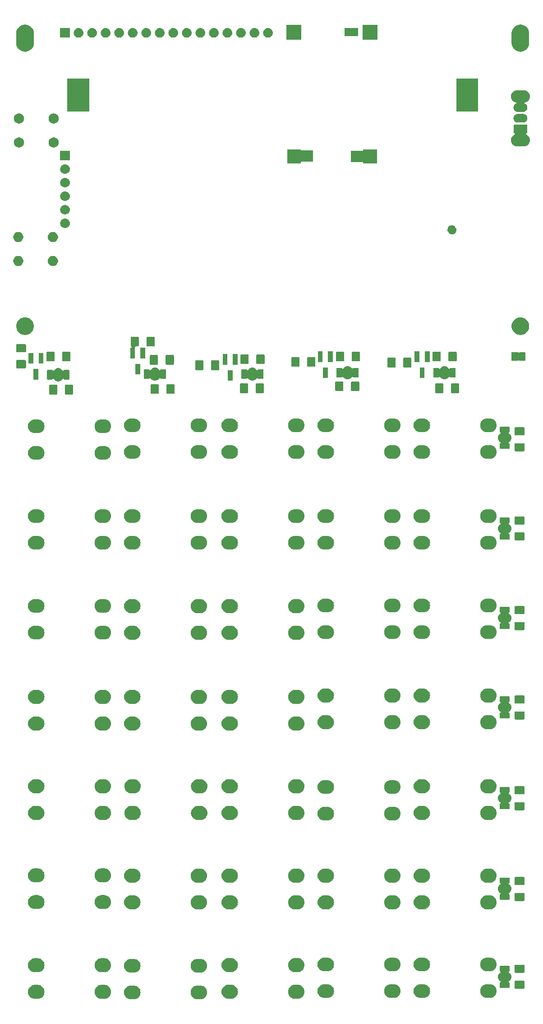
<source format=gbs>
G04 #@! TF.GenerationSoftware,KiCad,Pcbnew,(5.1.2)-1*
G04 #@! TF.CreationDate,2020-06-29T09:09:19+02:00*
G04 #@! TF.ProjectId,projet,70726f6a-6574-42e6-9b69-6361645f7063,rev?*
G04 #@! TF.SameCoordinates,Original*
G04 #@! TF.FileFunction,Soldermask,Bot*
G04 #@! TF.FilePolarity,Negative*
%FSLAX46Y46*%
G04 Gerber Fmt 4.6, Leading zero omitted, Abs format (unit mm)*
G04 Created by KiCad (PCBNEW (5.1.2)-1) date 2020-06-29 09:09:19*
%MOMM*%
%LPD*%
G04 APERTURE LIST*
%ADD10C,1.000000*%
%ADD11C,0.100000*%
G04 APERTURE END LIST*
D10*
X135509000Y-61214000D02*
G75*
G03X135509000Y-61214000I-381000J0D01*
G01*
D11*
G36*
X88039473Y-202924413D02*
G01*
X88135040Y-202933825D01*
X88380280Y-203008218D01*
X88380282Y-203008219D01*
X88435257Y-203037604D01*
X88606294Y-203129025D01*
X88644768Y-203160600D01*
X88804397Y-203291603D01*
X88914826Y-203426163D01*
X88966975Y-203489706D01*
X89087782Y-203715720D01*
X89162175Y-203960960D01*
X89187294Y-204216000D01*
X89162175Y-204471040D01*
X89087782Y-204716280D01*
X88966975Y-204942294D01*
X88924624Y-204993899D01*
X88804397Y-205140397D01*
X88677942Y-205244175D01*
X88606294Y-205302975D01*
X88380280Y-205423782D01*
X88135040Y-205498175D01*
X88039473Y-205507587D01*
X87943906Y-205517000D01*
X87316094Y-205517000D01*
X87220527Y-205507587D01*
X87124960Y-205498175D01*
X86879720Y-205423782D01*
X86653706Y-205302975D01*
X86582058Y-205244175D01*
X86455603Y-205140397D01*
X86335376Y-204993899D01*
X86293025Y-204942294D01*
X86172218Y-204716280D01*
X86097825Y-204471040D01*
X86072706Y-204216000D01*
X86097825Y-203960960D01*
X86172218Y-203715720D01*
X86293025Y-203489706D01*
X86345174Y-203426163D01*
X86455603Y-203291603D01*
X86615232Y-203160600D01*
X86653706Y-203129025D01*
X86824743Y-203037604D01*
X86879718Y-203008219D01*
X86879720Y-203008218D01*
X87124960Y-202933825D01*
X87220527Y-202924413D01*
X87316094Y-202915000D01*
X87943906Y-202915000D01*
X88039473Y-202924413D01*
X88039473Y-202924413D01*
G37*
G36*
X75539473Y-202924413D02*
G01*
X75635040Y-202933825D01*
X75880280Y-203008218D01*
X75880282Y-203008219D01*
X75935257Y-203037604D01*
X76106294Y-203129025D01*
X76144768Y-203160600D01*
X76304397Y-203291603D01*
X76414826Y-203426163D01*
X76466975Y-203489706D01*
X76587782Y-203715720D01*
X76662175Y-203960960D01*
X76687294Y-204216000D01*
X76662175Y-204471040D01*
X76587782Y-204716280D01*
X76466975Y-204942294D01*
X76424624Y-204993899D01*
X76304397Y-205140397D01*
X76177942Y-205244175D01*
X76106294Y-205302975D01*
X75880280Y-205423782D01*
X75635040Y-205498175D01*
X75539473Y-205507587D01*
X75443906Y-205517000D01*
X74816094Y-205517000D01*
X74720527Y-205507587D01*
X74624960Y-205498175D01*
X74379720Y-205423782D01*
X74153706Y-205302975D01*
X74082058Y-205244175D01*
X73955603Y-205140397D01*
X73835376Y-204993899D01*
X73793025Y-204942294D01*
X73672218Y-204716280D01*
X73597825Y-204471040D01*
X73572706Y-204216000D01*
X73597825Y-203960960D01*
X73672218Y-203715720D01*
X73793025Y-203489706D01*
X73845174Y-203426163D01*
X73955603Y-203291603D01*
X74115232Y-203160600D01*
X74153706Y-203129025D01*
X74324743Y-203037604D01*
X74379718Y-203008219D01*
X74379720Y-203008218D01*
X74624960Y-202933825D01*
X74720527Y-202924413D01*
X74816094Y-202915000D01*
X75443906Y-202915000D01*
X75539473Y-202924413D01*
X75539473Y-202924413D01*
G37*
G36*
X70005472Y-202816412D02*
G01*
X70101040Y-202825825D01*
X70346280Y-202900218D01*
X70572294Y-203021025D01*
X70592494Y-203037603D01*
X70770397Y-203183603D01*
X70855402Y-203287183D01*
X70932975Y-203381706D01*
X71053782Y-203607720D01*
X71128175Y-203852960D01*
X71153294Y-204108000D01*
X71128175Y-204363040D01*
X71053782Y-204608280D01*
X70932975Y-204834294D01*
X70890624Y-204885899D01*
X70770397Y-205032397D01*
X70638797Y-205140397D01*
X70572294Y-205194975D01*
X70572292Y-205194976D01*
X70381827Y-205296782D01*
X70346280Y-205315782D01*
X70101040Y-205390175D01*
X70005473Y-205399587D01*
X69909906Y-205409000D01*
X69282094Y-205409000D01*
X69186527Y-205399587D01*
X69090960Y-205390175D01*
X68845720Y-205315782D01*
X68810174Y-205296782D01*
X68619708Y-205194976D01*
X68619706Y-205194975D01*
X68553203Y-205140397D01*
X68421603Y-205032397D01*
X68301376Y-204885899D01*
X68259025Y-204834294D01*
X68138218Y-204608280D01*
X68063825Y-204363040D01*
X68038706Y-204108000D01*
X68063825Y-203852960D01*
X68138218Y-203607720D01*
X68259025Y-203381706D01*
X68336598Y-203287183D01*
X68421603Y-203183603D01*
X68599506Y-203037603D01*
X68619706Y-203021025D01*
X68845720Y-202900218D01*
X69090960Y-202825825D01*
X69186528Y-202816412D01*
X69282094Y-202807000D01*
X69909906Y-202807000D01*
X70005472Y-202816412D01*
X70005472Y-202816412D01*
G37*
G36*
X57505472Y-202816412D02*
G01*
X57601040Y-202825825D01*
X57846280Y-202900218D01*
X58072294Y-203021025D01*
X58092494Y-203037603D01*
X58270397Y-203183603D01*
X58355402Y-203287183D01*
X58432975Y-203381706D01*
X58553782Y-203607720D01*
X58628175Y-203852960D01*
X58653294Y-204108000D01*
X58628175Y-204363040D01*
X58553782Y-204608280D01*
X58432975Y-204834294D01*
X58390624Y-204885899D01*
X58270397Y-205032397D01*
X58138797Y-205140397D01*
X58072294Y-205194975D01*
X58072292Y-205194976D01*
X57881827Y-205296782D01*
X57846280Y-205315782D01*
X57601040Y-205390175D01*
X57505473Y-205399587D01*
X57409906Y-205409000D01*
X56782094Y-205409000D01*
X56686527Y-205399587D01*
X56590960Y-205390175D01*
X56345720Y-205315782D01*
X56310174Y-205296782D01*
X56119708Y-205194976D01*
X56119706Y-205194975D01*
X56053203Y-205140397D01*
X55921603Y-205032397D01*
X55801376Y-204885899D01*
X55759025Y-204834294D01*
X55638218Y-204608280D01*
X55563825Y-204363040D01*
X55538706Y-204108000D01*
X55563825Y-203852960D01*
X55638218Y-203607720D01*
X55759025Y-203381706D01*
X55836598Y-203287183D01*
X55921603Y-203183603D01*
X56099506Y-203037603D01*
X56119706Y-203021025D01*
X56345720Y-202900218D01*
X56590960Y-202825825D01*
X56686528Y-202816412D01*
X56782094Y-202807000D01*
X57409906Y-202807000D01*
X57505472Y-202816412D01*
X57505472Y-202816412D01*
G37*
G36*
X106327472Y-202797412D02*
G01*
X106423040Y-202806825D01*
X106668280Y-202881218D01*
X106668282Y-202881219D01*
X106703828Y-202900219D01*
X106894294Y-203002025D01*
X106901841Y-203008219D01*
X107092397Y-203164603D01*
X107192995Y-203287183D01*
X107254975Y-203362706D01*
X107254976Y-203362708D01*
X107316347Y-203477524D01*
X107375782Y-203588720D01*
X107450175Y-203833960D01*
X107475294Y-204089000D01*
X107450175Y-204344040D01*
X107375782Y-204589280D01*
X107254975Y-204815294D01*
X107239382Y-204834294D01*
X107092397Y-205013397D01*
X106945899Y-205133624D01*
X106894294Y-205175975D01*
X106668280Y-205296782D01*
X106423040Y-205371175D01*
X106327472Y-205380588D01*
X106231906Y-205390000D01*
X105604094Y-205390000D01*
X105508528Y-205380588D01*
X105412960Y-205371175D01*
X105167720Y-205296782D01*
X104941706Y-205175975D01*
X104890101Y-205133624D01*
X104743603Y-205013397D01*
X104596618Y-204834294D01*
X104581025Y-204815294D01*
X104460218Y-204589280D01*
X104385825Y-204344040D01*
X104360706Y-204089000D01*
X104385825Y-203833960D01*
X104460218Y-203588720D01*
X104519654Y-203477524D01*
X104581024Y-203362708D01*
X104581025Y-203362706D01*
X104643005Y-203287183D01*
X104743603Y-203164603D01*
X104934159Y-203008219D01*
X104941706Y-203002025D01*
X105132172Y-202900219D01*
X105167718Y-202881219D01*
X105167720Y-202881218D01*
X105412960Y-202806825D01*
X105508528Y-202797412D01*
X105604094Y-202788000D01*
X106231906Y-202788000D01*
X106327472Y-202797412D01*
X106327472Y-202797412D01*
G37*
G36*
X93827472Y-202797412D02*
G01*
X93923040Y-202806825D01*
X94168280Y-202881218D01*
X94168282Y-202881219D01*
X94203828Y-202900219D01*
X94394294Y-203002025D01*
X94401841Y-203008219D01*
X94592397Y-203164603D01*
X94692995Y-203287183D01*
X94754975Y-203362706D01*
X94754976Y-203362708D01*
X94816347Y-203477524D01*
X94875782Y-203588720D01*
X94950175Y-203833960D01*
X94975294Y-204089000D01*
X94950175Y-204344040D01*
X94875782Y-204589280D01*
X94754975Y-204815294D01*
X94739382Y-204834294D01*
X94592397Y-205013397D01*
X94445899Y-205133624D01*
X94394294Y-205175975D01*
X94168280Y-205296782D01*
X93923040Y-205371175D01*
X93827472Y-205380588D01*
X93731906Y-205390000D01*
X93104094Y-205390000D01*
X93008528Y-205380588D01*
X92912960Y-205371175D01*
X92667720Y-205296782D01*
X92441706Y-205175975D01*
X92390101Y-205133624D01*
X92243603Y-205013397D01*
X92096618Y-204834294D01*
X92081025Y-204815294D01*
X91960218Y-204589280D01*
X91885825Y-204344040D01*
X91860706Y-204089000D01*
X91885825Y-203833960D01*
X91960218Y-203588720D01*
X92019654Y-203477524D01*
X92081024Y-203362708D01*
X92081025Y-203362706D01*
X92143005Y-203287183D01*
X92243603Y-203164603D01*
X92434159Y-203008219D01*
X92441706Y-203002025D01*
X92632172Y-202900219D01*
X92667718Y-202881219D01*
X92667720Y-202881218D01*
X92912960Y-202806825D01*
X93008528Y-202797412D01*
X93104094Y-202788000D01*
X93731906Y-202788000D01*
X93827472Y-202797412D01*
X93827472Y-202797412D01*
G37*
G36*
X129895472Y-202670412D02*
G01*
X129991040Y-202679825D01*
X130236280Y-202754218D01*
X130462294Y-202875025D01*
X130511003Y-202915000D01*
X130660397Y-203037603D01*
X130735424Y-203129025D01*
X130822975Y-203235706D01*
X130943782Y-203461720D01*
X131018175Y-203706960D01*
X131043294Y-203962000D01*
X131018175Y-204217040D01*
X130943782Y-204462280D01*
X130822975Y-204688294D01*
X130780624Y-204739899D01*
X130660397Y-204886397D01*
X130513899Y-205006624D01*
X130462294Y-205048975D01*
X130462292Y-205048976D01*
X130291256Y-205140397D01*
X130236280Y-205169782D01*
X129991040Y-205244175D01*
X129895473Y-205253587D01*
X129799906Y-205263000D01*
X129172094Y-205263000D01*
X129076527Y-205253587D01*
X128980960Y-205244175D01*
X128735720Y-205169782D01*
X128680745Y-205140397D01*
X128509708Y-205048976D01*
X128509706Y-205048975D01*
X128458101Y-205006624D01*
X128311603Y-204886397D01*
X128191376Y-204739899D01*
X128149025Y-204688294D01*
X128028218Y-204462280D01*
X127953825Y-204217040D01*
X127928706Y-203962000D01*
X127953825Y-203706960D01*
X128028218Y-203461720D01*
X128149025Y-203235706D01*
X128236576Y-203129025D01*
X128311603Y-203037603D01*
X128460997Y-202915000D01*
X128509706Y-202875025D01*
X128735720Y-202754218D01*
X128980960Y-202679825D01*
X129076527Y-202670413D01*
X129172094Y-202661000D01*
X129799906Y-202661000D01*
X129895472Y-202670412D01*
X129895472Y-202670412D01*
G37*
G36*
X142395472Y-202670412D02*
G01*
X142491040Y-202679825D01*
X142736280Y-202754218D01*
X142962294Y-202875025D01*
X143011003Y-202915000D01*
X143160397Y-203037603D01*
X143235424Y-203129025D01*
X143322975Y-203235706D01*
X143443782Y-203461720D01*
X143518175Y-203706960D01*
X143543294Y-203962000D01*
X143518175Y-204217040D01*
X143443782Y-204462280D01*
X143322975Y-204688294D01*
X143280624Y-204739899D01*
X143160397Y-204886397D01*
X143013899Y-205006624D01*
X142962294Y-205048975D01*
X142962292Y-205048976D01*
X142791256Y-205140397D01*
X142736280Y-205169782D01*
X142491040Y-205244175D01*
X142395473Y-205253587D01*
X142299906Y-205263000D01*
X141672094Y-205263000D01*
X141576527Y-205253587D01*
X141480960Y-205244175D01*
X141235720Y-205169782D01*
X141180745Y-205140397D01*
X141009708Y-205048976D01*
X141009706Y-205048975D01*
X140958101Y-205006624D01*
X140811603Y-204886397D01*
X140691376Y-204739899D01*
X140649025Y-204688294D01*
X140528218Y-204462280D01*
X140453825Y-204217040D01*
X140428706Y-203962000D01*
X140453825Y-203706960D01*
X140528218Y-203461720D01*
X140649025Y-203235706D01*
X140736576Y-203129025D01*
X140811603Y-203037603D01*
X140960997Y-202915000D01*
X141009706Y-202875025D01*
X141235720Y-202754218D01*
X141480960Y-202679825D01*
X141576527Y-202670413D01*
X141672094Y-202661000D01*
X142299906Y-202661000D01*
X142395472Y-202670412D01*
X142395472Y-202670412D01*
G37*
G36*
X111861472Y-202670412D02*
G01*
X111957040Y-202679825D01*
X112202280Y-202754218D01*
X112428294Y-202875025D01*
X112477003Y-202915000D01*
X112626397Y-203037603D01*
X112701424Y-203129025D01*
X112788975Y-203235706D01*
X112909782Y-203461720D01*
X112984175Y-203706960D01*
X113009294Y-203962000D01*
X112984175Y-204217040D01*
X112909782Y-204462280D01*
X112788975Y-204688294D01*
X112746624Y-204739899D01*
X112626397Y-204886397D01*
X112479899Y-205006624D01*
X112428294Y-205048975D01*
X112428292Y-205048976D01*
X112257256Y-205140397D01*
X112202280Y-205169782D01*
X111957040Y-205244175D01*
X111861473Y-205253587D01*
X111765906Y-205263000D01*
X111138094Y-205263000D01*
X111042527Y-205253587D01*
X110946960Y-205244175D01*
X110701720Y-205169782D01*
X110646745Y-205140397D01*
X110475708Y-205048976D01*
X110475706Y-205048975D01*
X110424101Y-205006624D01*
X110277603Y-204886397D01*
X110157376Y-204739899D01*
X110115025Y-204688294D01*
X109994218Y-204462280D01*
X109919825Y-204217040D01*
X109894706Y-203962000D01*
X109919825Y-203706960D01*
X109994218Y-203461720D01*
X110115025Y-203235706D01*
X110202576Y-203129025D01*
X110277603Y-203037603D01*
X110426997Y-202915000D01*
X110475706Y-202875025D01*
X110701720Y-202754218D01*
X110946960Y-202679825D01*
X111042527Y-202670413D01*
X111138094Y-202661000D01*
X111765906Y-202661000D01*
X111861472Y-202670412D01*
X111861472Y-202670412D01*
G37*
G36*
X124361472Y-202670412D02*
G01*
X124457040Y-202679825D01*
X124702280Y-202754218D01*
X124928294Y-202875025D01*
X124977003Y-202915000D01*
X125126397Y-203037603D01*
X125201424Y-203129025D01*
X125288975Y-203235706D01*
X125409782Y-203461720D01*
X125484175Y-203706960D01*
X125509294Y-203962000D01*
X125484175Y-204217040D01*
X125409782Y-204462280D01*
X125288975Y-204688294D01*
X125246624Y-204739899D01*
X125126397Y-204886397D01*
X124979899Y-205006624D01*
X124928294Y-205048975D01*
X124928292Y-205048976D01*
X124757256Y-205140397D01*
X124702280Y-205169782D01*
X124457040Y-205244175D01*
X124361473Y-205253587D01*
X124265906Y-205263000D01*
X123638094Y-205263000D01*
X123542527Y-205253587D01*
X123446960Y-205244175D01*
X123201720Y-205169782D01*
X123146745Y-205140397D01*
X122975708Y-205048976D01*
X122975706Y-205048975D01*
X122924101Y-205006624D01*
X122777603Y-204886397D01*
X122657376Y-204739899D01*
X122615025Y-204688294D01*
X122494218Y-204462280D01*
X122419825Y-204217040D01*
X122394706Y-203962000D01*
X122419825Y-203706960D01*
X122494218Y-203461720D01*
X122615025Y-203235706D01*
X122702576Y-203129025D01*
X122777603Y-203037603D01*
X122926997Y-202915000D01*
X122975706Y-202875025D01*
X123201720Y-202754218D01*
X123446960Y-202679825D01*
X123542527Y-202670413D01*
X123638094Y-202661000D01*
X124265906Y-202661000D01*
X124361472Y-202670412D01*
X124361472Y-202670412D01*
G37*
G36*
X148603562Y-201986681D02*
G01*
X148638481Y-201997274D01*
X148670663Y-202014476D01*
X148698873Y-202037627D01*
X148722024Y-202065837D01*
X148739226Y-202098019D01*
X148749819Y-202132938D01*
X148754000Y-202175395D01*
X148754000Y-203316605D01*
X148749819Y-203359062D01*
X148739226Y-203393981D01*
X148722024Y-203426163D01*
X148698873Y-203454373D01*
X148670663Y-203477524D01*
X148638481Y-203494726D01*
X148603562Y-203505319D01*
X148561105Y-203509500D01*
X147094895Y-203509500D01*
X147052438Y-203505319D01*
X147017519Y-203494726D01*
X146985337Y-203477524D01*
X146957127Y-203454373D01*
X146933976Y-203426163D01*
X146916774Y-203393981D01*
X146906181Y-203359062D01*
X146902000Y-203316605D01*
X146902000Y-202175395D01*
X146906181Y-202132938D01*
X146916774Y-202098019D01*
X146933976Y-202065837D01*
X146957127Y-202037627D01*
X146985337Y-202014476D01*
X147017519Y-201997274D01*
X147052438Y-201986681D01*
X147094895Y-201982500D01*
X148561105Y-201982500D01*
X148603562Y-201986681D01*
X148603562Y-201986681D01*
G37*
G36*
X145850896Y-199222194D02*
G01*
X145876183Y-199229865D01*
X145899486Y-199242321D01*
X145919914Y-199259086D01*
X145936679Y-199279514D01*
X145949135Y-199302817D01*
X145956806Y-199328104D01*
X145960000Y-199360538D01*
X145960000Y-200129462D01*
X145956806Y-200161896D01*
X145949135Y-200187183D01*
X145936679Y-200210486D01*
X145919914Y-200230914D01*
X145899486Y-200247679D01*
X145876180Y-200260136D01*
X145870946Y-200261724D01*
X145848308Y-200271101D01*
X145827934Y-200284716D01*
X145810607Y-200302043D01*
X145796994Y-200322418D01*
X145787617Y-200345057D01*
X145782838Y-200369091D01*
X145782838Y-200393595D01*
X145787620Y-200417628D01*
X145796997Y-200440266D01*
X145810612Y-200460640D01*
X145827939Y-200477967D01*
X145848312Y-200491579D01*
X145864905Y-200500448D01*
X146009712Y-200619288D01*
X146128554Y-200764097D01*
X146216858Y-200929303D01*
X146216860Y-200929307D01*
X146271239Y-201108571D01*
X146271240Y-201108575D01*
X146289601Y-201295000D01*
X146271240Y-201481425D01*
X146271239Y-201481428D01*
X146271239Y-201481429D01*
X146216860Y-201660693D01*
X146216858Y-201660696D01*
X146216858Y-201660697D01*
X146128554Y-201825903D01*
X146009712Y-201970712D01*
X145864905Y-202089552D01*
X145848312Y-202098421D01*
X145827937Y-202112035D01*
X145810610Y-202129362D01*
X145796996Y-202149736D01*
X145787619Y-202172375D01*
X145782838Y-202196408D01*
X145782838Y-202220912D01*
X145787618Y-202244945D01*
X145796995Y-202267584D01*
X145810609Y-202287959D01*
X145827936Y-202305286D01*
X145848310Y-202318900D01*
X145870946Y-202328276D01*
X145876180Y-202329864D01*
X145899486Y-202342321D01*
X145919914Y-202359086D01*
X145936679Y-202379514D01*
X145949135Y-202402817D01*
X145956806Y-202428104D01*
X145960000Y-202460538D01*
X145960000Y-203229462D01*
X145956806Y-203261896D01*
X145949135Y-203287183D01*
X145936679Y-203310486D01*
X145919914Y-203330914D01*
X145899486Y-203347679D01*
X145876183Y-203360135D01*
X145850896Y-203367806D01*
X145818462Y-203371000D01*
X144249538Y-203371000D01*
X144217104Y-203367806D01*
X144191817Y-203360135D01*
X144168514Y-203347679D01*
X144148086Y-203330914D01*
X144131321Y-203310486D01*
X144118865Y-203287183D01*
X144111194Y-203261896D01*
X144108000Y-203229462D01*
X144108000Y-202460538D01*
X144111194Y-202428104D01*
X144118865Y-202402817D01*
X144131321Y-202379514D01*
X144148086Y-202359086D01*
X144168514Y-202342321D01*
X144191820Y-202329864D01*
X144197054Y-202328276D01*
X144219692Y-202318899D01*
X144240066Y-202305284D01*
X144257393Y-202287957D01*
X144271006Y-202267582D01*
X144280383Y-202244943D01*
X144285162Y-202220909D01*
X144285162Y-202196405D01*
X144280380Y-202172372D01*
X144271003Y-202149734D01*
X144257388Y-202129360D01*
X144240061Y-202112033D01*
X144219688Y-202098421D01*
X144203095Y-202089552D01*
X144058288Y-201970712D01*
X143939446Y-201825903D01*
X143851142Y-201660697D01*
X143851142Y-201660696D01*
X143851140Y-201660693D01*
X143796761Y-201481429D01*
X143796761Y-201481428D01*
X143796760Y-201481425D01*
X143778399Y-201295000D01*
X143796760Y-201108575D01*
X143796761Y-201108571D01*
X143851140Y-200929307D01*
X143851142Y-200929303D01*
X143939446Y-200764097D01*
X144058288Y-200619288D01*
X144203095Y-200500448D01*
X144219688Y-200491579D01*
X144240063Y-200477965D01*
X144257390Y-200460638D01*
X144271004Y-200440264D01*
X144280381Y-200417625D01*
X144285162Y-200393592D01*
X144285162Y-200369088D01*
X144280382Y-200345055D01*
X144271005Y-200322416D01*
X144257391Y-200302041D01*
X144240064Y-200284714D01*
X144219690Y-200271100D01*
X144197054Y-200261724D01*
X144191820Y-200260136D01*
X144168514Y-200247679D01*
X144148086Y-200230914D01*
X144131321Y-200210486D01*
X144118865Y-200187183D01*
X144111194Y-200161896D01*
X144108000Y-200129462D01*
X144108000Y-199360538D01*
X144111194Y-199328104D01*
X144118865Y-199302817D01*
X144131321Y-199279514D01*
X144148086Y-199259086D01*
X144168514Y-199242321D01*
X144191817Y-199229865D01*
X144217104Y-199222194D01*
X144249538Y-199219000D01*
X145818462Y-199219000D01*
X145850896Y-199222194D01*
X145850896Y-199222194D01*
G37*
G36*
X148603562Y-199011681D02*
G01*
X148638481Y-199022274D01*
X148670663Y-199039476D01*
X148698873Y-199062627D01*
X148722024Y-199090837D01*
X148739226Y-199123019D01*
X148749819Y-199157938D01*
X148754000Y-199200395D01*
X148754000Y-200341605D01*
X148749819Y-200384062D01*
X148739226Y-200418981D01*
X148722024Y-200451163D01*
X148698873Y-200479373D01*
X148670663Y-200502524D01*
X148638481Y-200519726D01*
X148603562Y-200530319D01*
X148561105Y-200534500D01*
X147094895Y-200534500D01*
X147052438Y-200530319D01*
X147017519Y-200519726D01*
X146985337Y-200502524D01*
X146957127Y-200479373D01*
X146933976Y-200451163D01*
X146916774Y-200418981D01*
X146906181Y-200384062D01*
X146902000Y-200341605D01*
X146902000Y-199200395D01*
X146906181Y-199157938D01*
X146916774Y-199123019D01*
X146933976Y-199090837D01*
X146957127Y-199062627D01*
X146985337Y-199039476D01*
X147017519Y-199022274D01*
X147052438Y-199011681D01*
X147094895Y-199007500D01*
X148561105Y-199007500D01*
X148603562Y-199011681D01*
X148603562Y-199011681D01*
G37*
G36*
X88039472Y-197924412D02*
G01*
X88135040Y-197933825D01*
X88380280Y-198008218D01*
X88380282Y-198008219D01*
X88435257Y-198037604D01*
X88606294Y-198129025D01*
X88649646Y-198164603D01*
X88804397Y-198291603D01*
X88924624Y-198438101D01*
X88966975Y-198489706D01*
X89087782Y-198715720D01*
X89162175Y-198960960D01*
X89187294Y-199216000D01*
X89162175Y-199471040D01*
X89087782Y-199716280D01*
X88966975Y-199942294D01*
X88924624Y-199993899D01*
X88804397Y-200140397D01*
X88677942Y-200244175D01*
X88606294Y-200302975D01*
X88380280Y-200423782D01*
X88135040Y-200498175D01*
X88090883Y-200502524D01*
X87943906Y-200517000D01*
X87316094Y-200517000D01*
X87169117Y-200502524D01*
X87124960Y-200498175D01*
X86879720Y-200423782D01*
X86653706Y-200302975D01*
X86582058Y-200244175D01*
X86455603Y-200140397D01*
X86335376Y-199993899D01*
X86293025Y-199942294D01*
X86172218Y-199716280D01*
X86097825Y-199471040D01*
X86072706Y-199216000D01*
X86097825Y-198960960D01*
X86172218Y-198715720D01*
X86293025Y-198489706D01*
X86335376Y-198438101D01*
X86455603Y-198291603D01*
X86610354Y-198164603D01*
X86653706Y-198129025D01*
X86824743Y-198037604D01*
X86879718Y-198008219D01*
X86879720Y-198008218D01*
X87124960Y-197933825D01*
X87220528Y-197924412D01*
X87316094Y-197915000D01*
X87943906Y-197915000D01*
X88039472Y-197924412D01*
X88039472Y-197924412D01*
G37*
G36*
X75539472Y-197924412D02*
G01*
X75635040Y-197933825D01*
X75880280Y-198008218D01*
X75880282Y-198008219D01*
X75935257Y-198037604D01*
X76106294Y-198129025D01*
X76149646Y-198164603D01*
X76304397Y-198291603D01*
X76424624Y-198438101D01*
X76466975Y-198489706D01*
X76587782Y-198715720D01*
X76662175Y-198960960D01*
X76687294Y-199216000D01*
X76662175Y-199471040D01*
X76587782Y-199716280D01*
X76466975Y-199942294D01*
X76424624Y-199993899D01*
X76304397Y-200140397D01*
X76177942Y-200244175D01*
X76106294Y-200302975D01*
X75880280Y-200423782D01*
X75635040Y-200498175D01*
X75590883Y-200502524D01*
X75443906Y-200517000D01*
X74816094Y-200517000D01*
X74669117Y-200502524D01*
X74624960Y-200498175D01*
X74379720Y-200423782D01*
X74153706Y-200302975D01*
X74082058Y-200244175D01*
X73955603Y-200140397D01*
X73835376Y-199993899D01*
X73793025Y-199942294D01*
X73672218Y-199716280D01*
X73597825Y-199471040D01*
X73572706Y-199216000D01*
X73597825Y-198960960D01*
X73672218Y-198715720D01*
X73793025Y-198489706D01*
X73835376Y-198438101D01*
X73955603Y-198291603D01*
X74110354Y-198164603D01*
X74153706Y-198129025D01*
X74324743Y-198037604D01*
X74379718Y-198008219D01*
X74379720Y-198008218D01*
X74624960Y-197933825D01*
X74720528Y-197924412D01*
X74816094Y-197915000D01*
X75443906Y-197915000D01*
X75539472Y-197924412D01*
X75539472Y-197924412D01*
G37*
G36*
X57505473Y-197816413D02*
G01*
X57601040Y-197825825D01*
X57846280Y-197900218D01*
X58072294Y-198021025D01*
X58092494Y-198037603D01*
X58270397Y-198183603D01*
X58359029Y-198291603D01*
X58432975Y-198381706D01*
X58553782Y-198607720D01*
X58628175Y-198852960D01*
X58653294Y-199108000D01*
X58628175Y-199363040D01*
X58553782Y-199608280D01*
X58432975Y-199834294D01*
X58390624Y-199885899D01*
X58270397Y-200032397D01*
X58138797Y-200140397D01*
X58072294Y-200194975D01*
X58072292Y-200194976D01*
X57881827Y-200296782D01*
X57846280Y-200315782D01*
X57601040Y-200390175D01*
X57505473Y-200399587D01*
X57409906Y-200409000D01*
X56782094Y-200409000D01*
X56686527Y-200399587D01*
X56590960Y-200390175D01*
X56345720Y-200315782D01*
X56310174Y-200296782D01*
X56119708Y-200194976D01*
X56119706Y-200194975D01*
X56053203Y-200140397D01*
X55921603Y-200032397D01*
X55801376Y-199885899D01*
X55759025Y-199834294D01*
X55638218Y-199608280D01*
X55563825Y-199363040D01*
X55538706Y-199108000D01*
X55563825Y-198852960D01*
X55638218Y-198607720D01*
X55759025Y-198381706D01*
X55832971Y-198291603D01*
X55921603Y-198183603D01*
X56099506Y-198037603D01*
X56119706Y-198021025D01*
X56345720Y-197900218D01*
X56590960Y-197825825D01*
X56686527Y-197816413D01*
X56782094Y-197807000D01*
X57409906Y-197807000D01*
X57505473Y-197816413D01*
X57505473Y-197816413D01*
G37*
G36*
X70005473Y-197816413D02*
G01*
X70101040Y-197825825D01*
X70346280Y-197900218D01*
X70572294Y-198021025D01*
X70592494Y-198037603D01*
X70770397Y-198183603D01*
X70859029Y-198291603D01*
X70932975Y-198381706D01*
X71053782Y-198607720D01*
X71128175Y-198852960D01*
X71153294Y-199108000D01*
X71128175Y-199363040D01*
X71053782Y-199608280D01*
X70932975Y-199834294D01*
X70890624Y-199885899D01*
X70770397Y-200032397D01*
X70638797Y-200140397D01*
X70572294Y-200194975D01*
X70572292Y-200194976D01*
X70381827Y-200296782D01*
X70346280Y-200315782D01*
X70101040Y-200390175D01*
X70005473Y-200399587D01*
X69909906Y-200409000D01*
X69282094Y-200409000D01*
X69186527Y-200399587D01*
X69090960Y-200390175D01*
X68845720Y-200315782D01*
X68810174Y-200296782D01*
X68619708Y-200194976D01*
X68619706Y-200194975D01*
X68553203Y-200140397D01*
X68421603Y-200032397D01*
X68301376Y-199885899D01*
X68259025Y-199834294D01*
X68138218Y-199608280D01*
X68063825Y-199363040D01*
X68038706Y-199108000D01*
X68063825Y-198852960D01*
X68138218Y-198607720D01*
X68259025Y-198381706D01*
X68332971Y-198291603D01*
X68421603Y-198183603D01*
X68599506Y-198037603D01*
X68619706Y-198021025D01*
X68845720Y-197900218D01*
X69090960Y-197825825D01*
X69186527Y-197816413D01*
X69282094Y-197807000D01*
X69909906Y-197807000D01*
X70005473Y-197816413D01*
X70005473Y-197816413D01*
G37*
G36*
X93827473Y-197797413D02*
G01*
X93923040Y-197806825D01*
X94168280Y-197881218D01*
X94168282Y-197881219D01*
X94203828Y-197900219D01*
X94394294Y-198002025D01*
X94401841Y-198008219D01*
X94592397Y-198164603D01*
X94696622Y-198291603D01*
X94754975Y-198362706D01*
X94875782Y-198588720D01*
X94950175Y-198833960D01*
X94975294Y-199089000D01*
X94950175Y-199344040D01*
X94875782Y-199589280D01*
X94754975Y-199815294D01*
X94739382Y-199834294D01*
X94592397Y-200013397D01*
X94450970Y-200129462D01*
X94394294Y-200175975D01*
X94168280Y-200296782D01*
X93923040Y-200371175D01*
X93827473Y-200380587D01*
X93731906Y-200390000D01*
X93104094Y-200390000D01*
X93008527Y-200380587D01*
X92912960Y-200371175D01*
X92667720Y-200296782D01*
X92441706Y-200175975D01*
X92385030Y-200129462D01*
X92243603Y-200013397D01*
X92096618Y-199834294D01*
X92081025Y-199815294D01*
X91960218Y-199589280D01*
X91885825Y-199344040D01*
X91860706Y-199089000D01*
X91885825Y-198833960D01*
X91960218Y-198588720D01*
X92081025Y-198362706D01*
X92139378Y-198291603D01*
X92243603Y-198164603D01*
X92434159Y-198008219D01*
X92441706Y-198002025D01*
X92632172Y-197900219D01*
X92667718Y-197881219D01*
X92667720Y-197881218D01*
X92912960Y-197806825D01*
X93008527Y-197797413D01*
X93104094Y-197788000D01*
X93731906Y-197788000D01*
X93827473Y-197797413D01*
X93827473Y-197797413D01*
G37*
G36*
X106327473Y-197797413D02*
G01*
X106423040Y-197806825D01*
X106668280Y-197881218D01*
X106668282Y-197881219D01*
X106703828Y-197900219D01*
X106894294Y-198002025D01*
X106901841Y-198008219D01*
X107092397Y-198164603D01*
X107196622Y-198291603D01*
X107254975Y-198362706D01*
X107375782Y-198588720D01*
X107450175Y-198833960D01*
X107475294Y-199089000D01*
X107450175Y-199344040D01*
X107375782Y-199589280D01*
X107254975Y-199815294D01*
X107239382Y-199834294D01*
X107092397Y-200013397D01*
X106950970Y-200129462D01*
X106894294Y-200175975D01*
X106668280Y-200296782D01*
X106423040Y-200371175D01*
X106327473Y-200380587D01*
X106231906Y-200390000D01*
X105604094Y-200390000D01*
X105508527Y-200380587D01*
X105412960Y-200371175D01*
X105167720Y-200296782D01*
X104941706Y-200175975D01*
X104885030Y-200129462D01*
X104743603Y-200013397D01*
X104596618Y-199834294D01*
X104581025Y-199815294D01*
X104460218Y-199589280D01*
X104385825Y-199344040D01*
X104360706Y-199089000D01*
X104385825Y-198833960D01*
X104460218Y-198588720D01*
X104581025Y-198362706D01*
X104639378Y-198291603D01*
X104743603Y-198164603D01*
X104934159Y-198008219D01*
X104941706Y-198002025D01*
X105132172Y-197900219D01*
X105167718Y-197881219D01*
X105167720Y-197881218D01*
X105412960Y-197806825D01*
X105508527Y-197797413D01*
X105604094Y-197788000D01*
X106231906Y-197788000D01*
X106327473Y-197797413D01*
X106327473Y-197797413D01*
G37*
G36*
X111861473Y-197670413D02*
G01*
X111957040Y-197679825D01*
X112202280Y-197754218D01*
X112428294Y-197875025D01*
X112477003Y-197915000D01*
X112626397Y-198037603D01*
X112701424Y-198129025D01*
X112788975Y-198235706D01*
X112909782Y-198461720D01*
X112984175Y-198706960D01*
X113009294Y-198962000D01*
X112984175Y-199217040D01*
X112909782Y-199462280D01*
X112788975Y-199688294D01*
X112746624Y-199739899D01*
X112626397Y-199886397D01*
X112479899Y-200006624D01*
X112428294Y-200048975D01*
X112428292Y-200048976D01*
X112255909Y-200141117D01*
X112202280Y-200169782D01*
X111957040Y-200244175D01*
X111861473Y-200253587D01*
X111765906Y-200263000D01*
X111138094Y-200263000D01*
X111042527Y-200253587D01*
X110946960Y-200244175D01*
X110701720Y-200169782D01*
X110648092Y-200141117D01*
X110475708Y-200048976D01*
X110475706Y-200048975D01*
X110424101Y-200006624D01*
X110277603Y-199886397D01*
X110157376Y-199739899D01*
X110115025Y-199688294D01*
X109994218Y-199462280D01*
X109919825Y-199217040D01*
X109894706Y-198962000D01*
X109919825Y-198706960D01*
X109994218Y-198461720D01*
X110115025Y-198235706D01*
X110202576Y-198129025D01*
X110277603Y-198037603D01*
X110426997Y-197915000D01*
X110475706Y-197875025D01*
X110701720Y-197754218D01*
X110946960Y-197679825D01*
X111042527Y-197670413D01*
X111138094Y-197661000D01*
X111765906Y-197661000D01*
X111861473Y-197670413D01*
X111861473Y-197670413D01*
G37*
G36*
X142395473Y-197670413D02*
G01*
X142491040Y-197679825D01*
X142736280Y-197754218D01*
X142962294Y-197875025D01*
X143011003Y-197915000D01*
X143160397Y-198037603D01*
X143235424Y-198129025D01*
X143322975Y-198235706D01*
X143443782Y-198461720D01*
X143518175Y-198706960D01*
X143543294Y-198962000D01*
X143518175Y-199217040D01*
X143443782Y-199462280D01*
X143322975Y-199688294D01*
X143280624Y-199739899D01*
X143160397Y-199886397D01*
X143013899Y-200006624D01*
X142962294Y-200048975D01*
X142962292Y-200048976D01*
X142789909Y-200141117D01*
X142736280Y-200169782D01*
X142491040Y-200244175D01*
X142395472Y-200253588D01*
X142299906Y-200263000D01*
X141672094Y-200263000D01*
X141576527Y-200253587D01*
X141480960Y-200244175D01*
X141235720Y-200169782D01*
X141182092Y-200141117D01*
X141009708Y-200048976D01*
X141009706Y-200048975D01*
X140958101Y-200006624D01*
X140811603Y-199886397D01*
X140691376Y-199739899D01*
X140649025Y-199688294D01*
X140528218Y-199462280D01*
X140453825Y-199217040D01*
X140428706Y-198962000D01*
X140453825Y-198706960D01*
X140528218Y-198461720D01*
X140649025Y-198235706D01*
X140736576Y-198129025D01*
X140811603Y-198037603D01*
X140960997Y-197915000D01*
X141009706Y-197875025D01*
X141235720Y-197754218D01*
X141480960Y-197679825D01*
X141576527Y-197670413D01*
X141672094Y-197661000D01*
X142299906Y-197661000D01*
X142395473Y-197670413D01*
X142395473Y-197670413D01*
G37*
G36*
X129895473Y-197670413D02*
G01*
X129991040Y-197679825D01*
X130236280Y-197754218D01*
X130462294Y-197875025D01*
X130511003Y-197915000D01*
X130660397Y-198037603D01*
X130735424Y-198129025D01*
X130822975Y-198235706D01*
X130943782Y-198461720D01*
X131018175Y-198706960D01*
X131043294Y-198962000D01*
X131018175Y-199217040D01*
X130943782Y-199462280D01*
X130822975Y-199688294D01*
X130780624Y-199739899D01*
X130660397Y-199886397D01*
X130513899Y-200006624D01*
X130462294Y-200048975D01*
X130462292Y-200048976D01*
X130289909Y-200141117D01*
X130236280Y-200169782D01*
X129991040Y-200244175D01*
X129895472Y-200253588D01*
X129799906Y-200263000D01*
X129172094Y-200263000D01*
X129076527Y-200253587D01*
X128980960Y-200244175D01*
X128735720Y-200169782D01*
X128682092Y-200141117D01*
X128509708Y-200048976D01*
X128509706Y-200048975D01*
X128458101Y-200006624D01*
X128311603Y-199886397D01*
X128191376Y-199739899D01*
X128149025Y-199688294D01*
X128028218Y-199462280D01*
X127953825Y-199217040D01*
X127928706Y-198962000D01*
X127953825Y-198706960D01*
X128028218Y-198461720D01*
X128149025Y-198235706D01*
X128236576Y-198129025D01*
X128311603Y-198037603D01*
X128460997Y-197915000D01*
X128509706Y-197875025D01*
X128735720Y-197754218D01*
X128980960Y-197679825D01*
X129076527Y-197670413D01*
X129172094Y-197661000D01*
X129799906Y-197661000D01*
X129895473Y-197670413D01*
X129895473Y-197670413D01*
G37*
G36*
X124361473Y-197670413D02*
G01*
X124457040Y-197679825D01*
X124702280Y-197754218D01*
X124928294Y-197875025D01*
X124977003Y-197915000D01*
X125126397Y-198037603D01*
X125201424Y-198129025D01*
X125288975Y-198235706D01*
X125409782Y-198461720D01*
X125484175Y-198706960D01*
X125509294Y-198962000D01*
X125484175Y-199217040D01*
X125409782Y-199462280D01*
X125288975Y-199688294D01*
X125246624Y-199739899D01*
X125126397Y-199886397D01*
X124979899Y-200006624D01*
X124928294Y-200048975D01*
X124928292Y-200048976D01*
X124755909Y-200141117D01*
X124702280Y-200169782D01*
X124457040Y-200244175D01*
X124361472Y-200253588D01*
X124265906Y-200263000D01*
X123638094Y-200263000D01*
X123542527Y-200253587D01*
X123446960Y-200244175D01*
X123201720Y-200169782D01*
X123148092Y-200141117D01*
X122975708Y-200048976D01*
X122975706Y-200048975D01*
X122924101Y-200006624D01*
X122777603Y-199886397D01*
X122657376Y-199739899D01*
X122615025Y-199688294D01*
X122494218Y-199462280D01*
X122419825Y-199217040D01*
X122394706Y-198962000D01*
X122419825Y-198706960D01*
X122494218Y-198461720D01*
X122615025Y-198235706D01*
X122702576Y-198129025D01*
X122777603Y-198037603D01*
X122926997Y-197915000D01*
X122975706Y-197875025D01*
X123201720Y-197754218D01*
X123446960Y-197679825D01*
X123542527Y-197670413D01*
X123638094Y-197661000D01*
X124265906Y-197661000D01*
X124361473Y-197670413D01*
X124361473Y-197670413D01*
G37*
G36*
X88039472Y-186033412D02*
G01*
X88135040Y-186042825D01*
X88380280Y-186117218D01*
X88606294Y-186238025D01*
X88657899Y-186280376D01*
X88804397Y-186400603D01*
X88916913Y-186537706D01*
X88966975Y-186598706D01*
X88966976Y-186598708D01*
X89080812Y-186811679D01*
X89087782Y-186824720D01*
X89162175Y-187069960D01*
X89187294Y-187325000D01*
X89162175Y-187580040D01*
X89087782Y-187825280D01*
X88966975Y-188051294D01*
X88924624Y-188102899D01*
X88804397Y-188249397D01*
X88680621Y-188350976D01*
X88606294Y-188411975D01*
X88380280Y-188532782D01*
X88135040Y-188607175D01*
X88039473Y-188616587D01*
X87943906Y-188626000D01*
X87316094Y-188626000D01*
X87220527Y-188616587D01*
X87124960Y-188607175D01*
X86879720Y-188532782D01*
X86653706Y-188411975D01*
X86579379Y-188350976D01*
X86455603Y-188249397D01*
X86335376Y-188102899D01*
X86293025Y-188051294D01*
X86172218Y-187825280D01*
X86097825Y-187580040D01*
X86072706Y-187325000D01*
X86097825Y-187069960D01*
X86172218Y-186824720D01*
X86179189Y-186811679D01*
X86293024Y-186598708D01*
X86293025Y-186598706D01*
X86343087Y-186537706D01*
X86455603Y-186400603D01*
X86602101Y-186280376D01*
X86653706Y-186238025D01*
X86879720Y-186117218D01*
X87124960Y-186042825D01*
X87220528Y-186033412D01*
X87316094Y-186024000D01*
X87943906Y-186024000D01*
X88039472Y-186033412D01*
X88039472Y-186033412D01*
G37*
G36*
X75539472Y-186033412D02*
G01*
X75635040Y-186042825D01*
X75880280Y-186117218D01*
X76106294Y-186238025D01*
X76157899Y-186280376D01*
X76304397Y-186400603D01*
X76416913Y-186537706D01*
X76466975Y-186598706D01*
X76466976Y-186598708D01*
X76580812Y-186811679D01*
X76587782Y-186824720D01*
X76662175Y-187069960D01*
X76687294Y-187325000D01*
X76662175Y-187580040D01*
X76587782Y-187825280D01*
X76466975Y-188051294D01*
X76424624Y-188102899D01*
X76304397Y-188249397D01*
X76180621Y-188350976D01*
X76106294Y-188411975D01*
X75880280Y-188532782D01*
X75635040Y-188607175D01*
X75539473Y-188616587D01*
X75443906Y-188626000D01*
X74816094Y-188626000D01*
X74720527Y-188616587D01*
X74624960Y-188607175D01*
X74379720Y-188532782D01*
X74153706Y-188411975D01*
X74079379Y-188350976D01*
X73955603Y-188249397D01*
X73835376Y-188102899D01*
X73793025Y-188051294D01*
X73672218Y-187825280D01*
X73597825Y-187580040D01*
X73572706Y-187325000D01*
X73597825Y-187069960D01*
X73672218Y-186824720D01*
X73679189Y-186811679D01*
X73793024Y-186598708D01*
X73793025Y-186598706D01*
X73843087Y-186537706D01*
X73955603Y-186400603D01*
X74102101Y-186280376D01*
X74153706Y-186238025D01*
X74379720Y-186117218D01*
X74624960Y-186042825D01*
X74720528Y-186033412D01*
X74816094Y-186024000D01*
X75443906Y-186024000D01*
X75539472Y-186033412D01*
X75539472Y-186033412D01*
G37*
G36*
X93827472Y-186033412D02*
G01*
X93923040Y-186042825D01*
X94168280Y-186117218D01*
X94394294Y-186238025D01*
X94445899Y-186280376D01*
X94592397Y-186400603D01*
X94704913Y-186537706D01*
X94754975Y-186598706D01*
X94754976Y-186598708D01*
X94868812Y-186811679D01*
X94875782Y-186824720D01*
X94950175Y-187069960D01*
X94975294Y-187325000D01*
X94950175Y-187580040D01*
X94875782Y-187825280D01*
X94754975Y-188051294D01*
X94712624Y-188102899D01*
X94592397Y-188249397D01*
X94468621Y-188350976D01*
X94394294Y-188411975D01*
X94168280Y-188532782D01*
X93923040Y-188607175D01*
X93827473Y-188616587D01*
X93731906Y-188626000D01*
X93104094Y-188626000D01*
X93008527Y-188616587D01*
X92912960Y-188607175D01*
X92667720Y-188532782D01*
X92441706Y-188411975D01*
X92367379Y-188350976D01*
X92243603Y-188249397D01*
X92123376Y-188102899D01*
X92081025Y-188051294D01*
X91960218Y-187825280D01*
X91885825Y-187580040D01*
X91860706Y-187325000D01*
X91885825Y-187069960D01*
X91960218Y-186824720D01*
X91967189Y-186811679D01*
X92081024Y-186598708D01*
X92081025Y-186598706D01*
X92131087Y-186537706D01*
X92243603Y-186400603D01*
X92390101Y-186280376D01*
X92441706Y-186238025D01*
X92667720Y-186117218D01*
X92912960Y-186042825D01*
X93008528Y-186033412D01*
X93104094Y-186024000D01*
X93731906Y-186024000D01*
X93827472Y-186033412D01*
X93827472Y-186033412D01*
G37*
G36*
X106327472Y-186033412D02*
G01*
X106423040Y-186042825D01*
X106668280Y-186117218D01*
X106894294Y-186238025D01*
X106945899Y-186280376D01*
X107092397Y-186400603D01*
X107204913Y-186537706D01*
X107254975Y-186598706D01*
X107254976Y-186598708D01*
X107368812Y-186811679D01*
X107375782Y-186824720D01*
X107450175Y-187069960D01*
X107475294Y-187325000D01*
X107450175Y-187580040D01*
X107375782Y-187825280D01*
X107254975Y-188051294D01*
X107212624Y-188102899D01*
X107092397Y-188249397D01*
X106968621Y-188350976D01*
X106894294Y-188411975D01*
X106668280Y-188532782D01*
X106423040Y-188607175D01*
X106327473Y-188616587D01*
X106231906Y-188626000D01*
X105604094Y-188626000D01*
X105508527Y-188616587D01*
X105412960Y-188607175D01*
X105167720Y-188532782D01*
X104941706Y-188411975D01*
X104867379Y-188350976D01*
X104743603Y-188249397D01*
X104623376Y-188102899D01*
X104581025Y-188051294D01*
X104460218Y-187825280D01*
X104385825Y-187580040D01*
X104360706Y-187325000D01*
X104385825Y-187069960D01*
X104460218Y-186824720D01*
X104467189Y-186811679D01*
X104581024Y-186598708D01*
X104581025Y-186598706D01*
X104631087Y-186537706D01*
X104743603Y-186400603D01*
X104890101Y-186280376D01*
X104941706Y-186238025D01*
X105167720Y-186117218D01*
X105412960Y-186042825D01*
X105508528Y-186033412D01*
X105604094Y-186024000D01*
X106231906Y-186024000D01*
X106327472Y-186033412D01*
X106327472Y-186033412D01*
G37*
G36*
X111861472Y-186033412D02*
G01*
X111957040Y-186042825D01*
X112202280Y-186117218D01*
X112428294Y-186238025D01*
X112479899Y-186280376D01*
X112626397Y-186400603D01*
X112738913Y-186537706D01*
X112788975Y-186598706D01*
X112788976Y-186598708D01*
X112902812Y-186811679D01*
X112909782Y-186824720D01*
X112984175Y-187069960D01*
X113009294Y-187325000D01*
X112984175Y-187580040D01*
X112909782Y-187825280D01*
X112788975Y-188051294D01*
X112746624Y-188102899D01*
X112626397Y-188249397D01*
X112502621Y-188350976D01*
X112428294Y-188411975D01*
X112202280Y-188532782D01*
X111957040Y-188607175D01*
X111861473Y-188616587D01*
X111765906Y-188626000D01*
X111138094Y-188626000D01*
X111042527Y-188616587D01*
X110946960Y-188607175D01*
X110701720Y-188532782D01*
X110475706Y-188411975D01*
X110401379Y-188350976D01*
X110277603Y-188249397D01*
X110157376Y-188102899D01*
X110115025Y-188051294D01*
X109994218Y-187825280D01*
X109919825Y-187580040D01*
X109894706Y-187325000D01*
X109919825Y-187069960D01*
X109994218Y-186824720D01*
X110001189Y-186811679D01*
X110115024Y-186598708D01*
X110115025Y-186598706D01*
X110165087Y-186537706D01*
X110277603Y-186400603D01*
X110424101Y-186280376D01*
X110475706Y-186238025D01*
X110701720Y-186117218D01*
X110946960Y-186042825D01*
X111042528Y-186033412D01*
X111138094Y-186024000D01*
X111765906Y-186024000D01*
X111861472Y-186033412D01*
X111861472Y-186033412D01*
G37*
G36*
X142395472Y-186033412D02*
G01*
X142491040Y-186042825D01*
X142736280Y-186117218D01*
X142962294Y-186238025D01*
X143013899Y-186280376D01*
X143160397Y-186400603D01*
X143272913Y-186537706D01*
X143322975Y-186598706D01*
X143322976Y-186598708D01*
X143436812Y-186811679D01*
X143443782Y-186824720D01*
X143518175Y-187069960D01*
X143543294Y-187325000D01*
X143518175Y-187580040D01*
X143443782Y-187825280D01*
X143322975Y-188051294D01*
X143280624Y-188102899D01*
X143160397Y-188249397D01*
X143036621Y-188350976D01*
X142962294Y-188411975D01*
X142736280Y-188532782D01*
X142491040Y-188607175D01*
X142395473Y-188616587D01*
X142299906Y-188626000D01*
X141672094Y-188626000D01*
X141576527Y-188616587D01*
X141480960Y-188607175D01*
X141235720Y-188532782D01*
X141009706Y-188411975D01*
X140935379Y-188350976D01*
X140811603Y-188249397D01*
X140691376Y-188102899D01*
X140649025Y-188051294D01*
X140528218Y-187825280D01*
X140453825Y-187580040D01*
X140428706Y-187325000D01*
X140453825Y-187069960D01*
X140528218Y-186824720D01*
X140535189Y-186811679D01*
X140649024Y-186598708D01*
X140649025Y-186598706D01*
X140699087Y-186537706D01*
X140811603Y-186400603D01*
X140958101Y-186280376D01*
X141009706Y-186238025D01*
X141235720Y-186117218D01*
X141480960Y-186042825D01*
X141576528Y-186033412D01*
X141672094Y-186024000D01*
X142299906Y-186024000D01*
X142395472Y-186033412D01*
X142395472Y-186033412D01*
G37*
G36*
X129895472Y-186033412D02*
G01*
X129991040Y-186042825D01*
X130236280Y-186117218D01*
X130462294Y-186238025D01*
X130513899Y-186280376D01*
X130660397Y-186400603D01*
X130772913Y-186537706D01*
X130822975Y-186598706D01*
X130822976Y-186598708D01*
X130936812Y-186811679D01*
X130943782Y-186824720D01*
X131018175Y-187069960D01*
X131043294Y-187325000D01*
X131018175Y-187580040D01*
X130943782Y-187825280D01*
X130822975Y-188051294D01*
X130780624Y-188102899D01*
X130660397Y-188249397D01*
X130536621Y-188350976D01*
X130462294Y-188411975D01*
X130236280Y-188532782D01*
X129991040Y-188607175D01*
X129895473Y-188616587D01*
X129799906Y-188626000D01*
X129172094Y-188626000D01*
X129076527Y-188616587D01*
X128980960Y-188607175D01*
X128735720Y-188532782D01*
X128509706Y-188411975D01*
X128435379Y-188350976D01*
X128311603Y-188249397D01*
X128191376Y-188102899D01*
X128149025Y-188051294D01*
X128028218Y-187825280D01*
X127953825Y-187580040D01*
X127928706Y-187325000D01*
X127953825Y-187069960D01*
X128028218Y-186824720D01*
X128035189Y-186811679D01*
X128149024Y-186598708D01*
X128149025Y-186598706D01*
X128199087Y-186537706D01*
X128311603Y-186400603D01*
X128458101Y-186280376D01*
X128509706Y-186238025D01*
X128735720Y-186117218D01*
X128980960Y-186042825D01*
X129076528Y-186033412D01*
X129172094Y-186024000D01*
X129799906Y-186024000D01*
X129895472Y-186033412D01*
X129895472Y-186033412D01*
G37*
G36*
X124361472Y-186033412D02*
G01*
X124457040Y-186042825D01*
X124702280Y-186117218D01*
X124928294Y-186238025D01*
X124979899Y-186280376D01*
X125126397Y-186400603D01*
X125238913Y-186537706D01*
X125288975Y-186598706D01*
X125288976Y-186598708D01*
X125402812Y-186811679D01*
X125409782Y-186824720D01*
X125484175Y-187069960D01*
X125509294Y-187325000D01*
X125484175Y-187580040D01*
X125409782Y-187825280D01*
X125288975Y-188051294D01*
X125246624Y-188102899D01*
X125126397Y-188249397D01*
X125002621Y-188350976D01*
X124928294Y-188411975D01*
X124702280Y-188532782D01*
X124457040Y-188607175D01*
X124361473Y-188616587D01*
X124265906Y-188626000D01*
X123638094Y-188626000D01*
X123542527Y-188616587D01*
X123446960Y-188607175D01*
X123201720Y-188532782D01*
X122975706Y-188411975D01*
X122901379Y-188350976D01*
X122777603Y-188249397D01*
X122657376Y-188102899D01*
X122615025Y-188051294D01*
X122494218Y-187825280D01*
X122419825Y-187580040D01*
X122394706Y-187325000D01*
X122419825Y-187069960D01*
X122494218Y-186824720D01*
X122501189Y-186811679D01*
X122615024Y-186598708D01*
X122615025Y-186598706D01*
X122665087Y-186537706D01*
X122777603Y-186400603D01*
X122924101Y-186280376D01*
X122975706Y-186238025D01*
X123201720Y-186117218D01*
X123446960Y-186042825D01*
X123542528Y-186033412D01*
X123638094Y-186024000D01*
X124265906Y-186024000D01*
X124361472Y-186033412D01*
X124361472Y-186033412D01*
G37*
G36*
X70005473Y-185972413D02*
G01*
X70101040Y-185981825D01*
X70346280Y-186056218D01*
X70572294Y-186177025D01*
X70623899Y-186219376D01*
X70770397Y-186339603D01*
X70890624Y-186486101D01*
X70932975Y-186537706D01*
X71053782Y-186763720D01*
X71128175Y-187008960D01*
X71153294Y-187264000D01*
X71128175Y-187519040D01*
X71053782Y-187764280D01*
X70932975Y-187990294D01*
X70890624Y-188041899D01*
X70770397Y-188188397D01*
X70623899Y-188308624D01*
X70572294Y-188350975D01*
X70346280Y-188471782D01*
X70101040Y-188546175D01*
X70005473Y-188555587D01*
X69909906Y-188565000D01*
X69282094Y-188565000D01*
X69186527Y-188555587D01*
X69090960Y-188546175D01*
X68845720Y-188471782D01*
X68619706Y-188350975D01*
X68568101Y-188308624D01*
X68421603Y-188188397D01*
X68301376Y-188041899D01*
X68259025Y-187990294D01*
X68138218Y-187764280D01*
X68063825Y-187519040D01*
X68038706Y-187264000D01*
X68063825Y-187008960D01*
X68138218Y-186763720D01*
X68259025Y-186537706D01*
X68301376Y-186486101D01*
X68421603Y-186339603D01*
X68568101Y-186219376D01*
X68619706Y-186177025D01*
X68845720Y-186056218D01*
X69090960Y-185981825D01*
X69186527Y-185972413D01*
X69282094Y-185963000D01*
X69909906Y-185963000D01*
X70005473Y-185972413D01*
X70005473Y-185972413D01*
G37*
G36*
X57505473Y-185972413D02*
G01*
X57601040Y-185981825D01*
X57846280Y-186056218D01*
X58072294Y-186177025D01*
X58123899Y-186219376D01*
X58270397Y-186339603D01*
X58390624Y-186486101D01*
X58432975Y-186537706D01*
X58553782Y-186763720D01*
X58628175Y-187008960D01*
X58653294Y-187264000D01*
X58628175Y-187519040D01*
X58553782Y-187764280D01*
X58432975Y-187990294D01*
X58390624Y-188041899D01*
X58270397Y-188188397D01*
X58123899Y-188308624D01*
X58072294Y-188350975D01*
X57846280Y-188471782D01*
X57601040Y-188546175D01*
X57505473Y-188555587D01*
X57409906Y-188565000D01*
X56782094Y-188565000D01*
X56686527Y-188555587D01*
X56590960Y-188546175D01*
X56345720Y-188471782D01*
X56119706Y-188350975D01*
X56068101Y-188308624D01*
X55921603Y-188188397D01*
X55801376Y-188041899D01*
X55759025Y-187990294D01*
X55638218Y-187764280D01*
X55563825Y-187519040D01*
X55538706Y-187264000D01*
X55563825Y-187008960D01*
X55638218Y-186763720D01*
X55759025Y-186537706D01*
X55801376Y-186486101D01*
X55921603Y-186339603D01*
X56068101Y-186219376D01*
X56119706Y-186177025D01*
X56345720Y-186056218D01*
X56590960Y-185981825D01*
X56686527Y-185972413D01*
X56782094Y-185963000D01*
X57409906Y-185963000D01*
X57505473Y-185972413D01*
X57505473Y-185972413D01*
G37*
G36*
X148603562Y-185549681D02*
G01*
X148638481Y-185560274D01*
X148670663Y-185577476D01*
X148698873Y-185600627D01*
X148722024Y-185628837D01*
X148739226Y-185661019D01*
X148749819Y-185695938D01*
X148754000Y-185738395D01*
X148754000Y-186879605D01*
X148749819Y-186922062D01*
X148739226Y-186956981D01*
X148722024Y-186989163D01*
X148698873Y-187017373D01*
X148670663Y-187040524D01*
X148638481Y-187057726D01*
X148603562Y-187068319D01*
X148561105Y-187072500D01*
X147094895Y-187072500D01*
X147052438Y-187068319D01*
X147017519Y-187057726D01*
X146985337Y-187040524D01*
X146957127Y-187017373D01*
X146933976Y-186989163D01*
X146916774Y-186956981D01*
X146906181Y-186922062D01*
X146902000Y-186879605D01*
X146902000Y-185738395D01*
X146906181Y-185695938D01*
X146916774Y-185661019D01*
X146933976Y-185628837D01*
X146957127Y-185600627D01*
X146985337Y-185577476D01*
X147017519Y-185560274D01*
X147052438Y-185549681D01*
X147094895Y-185545500D01*
X148561105Y-185545500D01*
X148603562Y-185549681D01*
X148603562Y-185549681D01*
G37*
G36*
X145850896Y-182686194D02*
G01*
X145876183Y-182693865D01*
X145899486Y-182706321D01*
X145919914Y-182723086D01*
X145936679Y-182743514D01*
X145949135Y-182766817D01*
X145956806Y-182792104D01*
X145960000Y-182824538D01*
X145960000Y-183593462D01*
X145956806Y-183625896D01*
X145949135Y-183651183D01*
X145936679Y-183674486D01*
X145919914Y-183694914D01*
X145899486Y-183711679D01*
X145876180Y-183724136D01*
X145870946Y-183725724D01*
X145848308Y-183735101D01*
X145827934Y-183748716D01*
X145810607Y-183766043D01*
X145796994Y-183786418D01*
X145787617Y-183809057D01*
X145782838Y-183833091D01*
X145782838Y-183857595D01*
X145787620Y-183881628D01*
X145796997Y-183904266D01*
X145810612Y-183924640D01*
X145827939Y-183941967D01*
X145848312Y-183955579D01*
X145864905Y-183964448D01*
X146009712Y-184083288D01*
X146128554Y-184228097D01*
X146216858Y-184393303D01*
X146216860Y-184393307D01*
X146271239Y-184572571D01*
X146271240Y-184572575D01*
X146289601Y-184759000D01*
X146271240Y-184945425D01*
X146271239Y-184945428D01*
X146271239Y-184945429D01*
X146216860Y-185124693D01*
X146216858Y-185124696D01*
X146216858Y-185124697D01*
X146128554Y-185289903D01*
X146009712Y-185434712D01*
X145864905Y-185553552D01*
X145848312Y-185562421D01*
X145827937Y-185576035D01*
X145810610Y-185593362D01*
X145796996Y-185613736D01*
X145787619Y-185636375D01*
X145782838Y-185660408D01*
X145782838Y-185684912D01*
X145787618Y-185708945D01*
X145796995Y-185731584D01*
X145810609Y-185751959D01*
X145827936Y-185769286D01*
X145848310Y-185782900D01*
X145870946Y-185792276D01*
X145876180Y-185793864D01*
X145899486Y-185806321D01*
X145919914Y-185823086D01*
X145936679Y-185843514D01*
X145949135Y-185866817D01*
X145956806Y-185892104D01*
X145960000Y-185924538D01*
X145960000Y-186693462D01*
X145956806Y-186725896D01*
X145949135Y-186751183D01*
X145936679Y-186774486D01*
X145919914Y-186794914D01*
X145899486Y-186811679D01*
X145876183Y-186824135D01*
X145850896Y-186831806D01*
X145818462Y-186835000D01*
X144249538Y-186835000D01*
X144217104Y-186831806D01*
X144191817Y-186824135D01*
X144168514Y-186811679D01*
X144148086Y-186794914D01*
X144131321Y-186774486D01*
X144118865Y-186751183D01*
X144111194Y-186725896D01*
X144108000Y-186693462D01*
X144108000Y-185924538D01*
X144111194Y-185892104D01*
X144118865Y-185866817D01*
X144131321Y-185843514D01*
X144148086Y-185823086D01*
X144168514Y-185806321D01*
X144191820Y-185793864D01*
X144197054Y-185792276D01*
X144219692Y-185782899D01*
X144240066Y-185769284D01*
X144257393Y-185751957D01*
X144271006Y-185731582D01*
X144280383Y-185708943D01*
X144285162Y-185684909D01*
X144285162Y-185660405D01*
X144280380Y-185636372D01*
X144271003Y-185613734D01*
X144257388Y-185593360D01*
X144240061Y-185576033D01*
X144219688Y-185562421D01*
X144203095Y-185553552D01*
X144058288Y-185434712D01*
X143939446Y-185289903D01*
X143851142Y-185124697D01*
X143851142Y-185124696D01*
X143851140Y-185124693D01*
X143796761Y-184945429D01*
X143796761Y-184945428D01*
X143796760Y-184945425D01*
X143778399Y-184759000D01*
X143796760Y-184572575D01*
X143796761Y-184572571D01*
X143851140Y-184393307D01*
X143851142Y-184393303D01*
X143939446Y-184228097D01*
X144058288Y-184083288D01*
X144203095Y-183964448D01*
X144219688Y-183955579D01*
X144240063Y-183941965D01*
X144257390Y-183924638D01*
X144271004Y-183904264D01*
X144280381Y-183881625D01*
X144285162Y-183857592D01*
X144285162Y-183833088D01*
X144280382Y-183809055D01*
X144271005Y-183786416D01*
X144257391Y-183766041D01*
X144240064Y-183748714D01*
X144219690Y-183735100D01*
X144197054Y-183725724D01*
X144191820Y-183724136D01*
X144168514Y-183711679D01*
X144148086Y-183694914D01*
X144131321Y-183674486D01*
X144118865Y-183651183D01*
X144111194Y-183625896D01*
X144108000Y-183593462D01*
X144108000Y-182824538D01*
X144111194Y-182792104D01*
X144118865Y-182766817D01*
X144131321Y-182743514D01*
X144148086Y-182723086D01*
X144168514Y-182706321D01*
X144191817Y-182693865D01*
X144217104Y-182686194D01*
X144249538Y-182683000D01*
X145818462Y-182683000D01*
X145850896Y-182686194D01*
X145850896Y-182686194D01*
G37*
G36*
X148603562Y-182574681D02*
G01*
X148638481Y-182585274D01*
X148670663Y-182602476D01*
X148698873Y-182625627D01*
X148722024Y-182653837D01*
X148739226Y-182686019D01*
X148749819Y-182720938D01*
X148754000Y-182763395D01*
X148754000Y-183904605D01*
X148749819Y-183947062D01*
X148739226Y-183981981D01*
X148722024Y-184014163D01*
X148698873Y-184042373D01*
X148670663Y-184065524D01*
X148638481Y-184082726D01*
X148603562Y-184093319D01*
X148561105Y-184097500D01*
X147094895Y-184097500D01*
X147052438Y-184093319D01*
X147017519Y-184082726D01*
X146985337Y-184065524D01*
X146957127Y-184042373D01*
X146933976Y-184014163D01*
X146916774Y-183981981D01*
X146906181Y-183947062D01*
X146902000Y-183904605D01*
X146902000Y-182763395D01*
X146906181Y-182720938D01*
X146916774Y-182686019D01*
X146933976Y-182653837D01*
X146957127Y-182625627D01*
X146985337Y-182602476D01*
X147017519Y-182585274D01*
X147052438Y-182574681D01*
X147094895Y-182570500D01*
X148561105Y-182570500D01*
X148603562Y-182574681D01*
X148603562Y-182574681D01*
G37*
G36*
X129895473Y-181033413D02*
G01*
X129991040Y-181042825D01*
X130236280Y-181117218D01*
X130462294Y-181238025D01*
X130513899Y-181280376D01*
X130660397Y-181400603D01*
X130772913Y-181537706D01*
X130822975Y-181598706D01*
X130943782Y-181824720D01*
X131018175Y-182069960D01*
X131043294Y-182325000D01*
X131018175Y-182580040D01*
X130943782Y-182825280D01*
X130822975Y-183051294D01*
X130780624Y-183102899D01*
X130660397Y-183249397D01*
X130536621Y-183350976D01*
X130462294Y-183411975D01*
X130462292Y-183411976D01*
X130251588Y-183524600D01*
X130236280Y-183532782D01*
X129991040Y-183607175D01*
X129895472Y-183616588D01*
X129799906Y-183626000D01*
X129172094Y-183626000D01*
X129076528Y-183616588D01*
X128980960Y-183607175D01*
X128735720Y-183532782D01*
X128720413Y-183524600D01*
X128509708Y-183411976D01*
X128509706Y-183411975D01*
X128435379Y-183350976D01*
X128311603Y-183249397D01*
X128191376Y-183102899D01*
X128149025Y-183051294D01*
X128028218Y-182825280D01*
X127953825Y-182580040D01*
X127928706Y-182325000D01*
X127953825Y-182069960D01*
X128028218Y-181824720D01*
X128149025Y-181598706D01*
X128199087Y-181537706D01*
X128311603Y-181400603D01*
X128458101Y-181280376D01*
X128509706Y-181238025D01*
X128735720Y-181117218D01*
X128980960Y-181042825D01*
X129076527Y-181033413D01*
X129172094Y-181024000D01*
X129799906Y-181024000D01*
X129895473Y-181033413D01*
X129895473Y-181033413D01*
G37*
G36*
X124361473Y-181033413D02*
G01*
X124457040Y-181042825D01*
X124702280Y-181117218D01*
X124928294Y-181238025D01*
X124979899Y-181280376D01*
X125126397Y-181400603D01*
X125238913Y-181537706D01*
X125288975Y-181598706D01*
X125409782Y-181824720D01*
X125484175Y-182069960D01*
X125509294Y-182325000D01*
X125484175Y-182580040D01*
X125409782Y-182825280D01*
X125288975Y-183051294D01*
X125246624Y-183102899D01*
X125126397Y-183249397D01*
X125002621Y-183350976D01*
X124928294Y-183411975D01*
X124928292Y-183411976D01*
X124717588Y-183524600D01*
X124702280Y-183532782D01*
X124457040Y-183607175D01*
X124361472Y-183616588D01*
X124265906Y-183626000D01*
X123638094Y-183626000D01*
X123542528Y-183616588D01*
X123446960Y-183607175D01*
X123201720Y-183532782D01*
X123186413Y-183524600D01*
X122975708Y-183411976D01*
X122975706Y-183411975D01*
X122901379Y-183350976D01*
X122777603Y-183249397D01*
X122657376Y-183102899D01*
X122615025Y-183051294D01*
X122494218Y-182825280D01*
X122419825Y-182580040D01*
X122394706Y-182325000D01*
X122419825Y-182069960D01*
X122494218Y-181824720D01*
X122615025Y-181598706D01*
X122665087Y-181537706D01*
X122777603Y-181400603D01*
X122924101Y-181280376D01*
X122975706Y-181238025D01*
X123201720Y-181117218D01*
X123446960Y-181042825D01*
X123542527Y-181033413D01*
X123638094Y-181024000D01*
X124265906Y-181024000D01*
X124361473Y-181033413D01*
X124361473Y-181033413D01*
G37*
G36*
X111861473Y-181033413D02*
G01*
X111957040Y-181042825D01*
X112202280Y-181117218D01*
X112428294Y-181238025D01*
X112479899Y-181280376D01*
X112626397Y-181400603D01*
X112738913Y-181537706D01*
X112788975Y-181598706D01*
X112909782Y-181824720D01*
X112984175Y-182069960D01*
X113009294Y-182325000D01*
X112984175Y-182580040D01*
X112909782Y-182825280D01*
X112788975Y-183051294D01*
X112746624Y-183102899D01*
X112626397Y-183249397D01*
X112502621Y-183350976D01*
X112428294Y-183411975D01*
X112428292Y-183411976D01*
X112217588Y-183524600D01*
X112202280Y-183532782D01*
X111957040Y-183607175D01*
X111861472Y-183616588D01*
X111765906Y-183626000D01*
X111138094Y-183626000D01*
X111042528Y-183616588D01*
X110946960Y-183607175D01*
X110701720Y-183532782D01*
X110686413Y-183524600D01*
X110475708Y-183411976D01*
X110475706Y-183411975D01*
X110401379Y-183350976D01*
X110277603Y-183249397D01*
X110157376Y-183102899D01*
X110115025Y-183051294D01*
X109994218Y-182825280D01*
X109919825Y-182580040D01*
X109894706Y-182325000D01*
X109919825Y-182069960D01*
X109994218Y-181824720D01*
X110115025Y-181598706D01*
X110165087Y-181537706D01*
X110277603Y-181400603D01*
X110424101Y-181280376D01*
X110475706Y-181238025D01*
X110701720Y-181117218D01*
X110946960Y-181042825D01*
X111042527Y-181033413D01*
X111138094Y-181024000D01*
X111765906Y-181024000D01*
X111861473Y-181033413D01*
X111861473Y-181033413D01*
G37*
G36*
X88039473Y-181033413D02*
G01*
X88135040Y-181042825D01*
X88380280Y-181117218D01*
X88606294Y-181238025D01*
X88657899Y-181280376D01*
X88804397Y-181400603D01*
X88916913Y-181537706D01*
X88966975Y-181598706D01*
X89087782Y-181824720D01*
X89162175Y-182069960D01*
X89187294Y-182325000D01*
X89162175Y-182580040D01*
X89087782Y-182825280D01*
X88966975Y-183051294D01*
X88924624Y-183102899D01*
X88804397Y-183249397D01*
X88680621Y-183350976D01*
X88606294Y-183411975D01*
X88606292Y-183411976D01*
X88395588Y-183524600D01*
X88380280Y-183532782D01*
X88135040Y-183607175D01*
X88039472Y-183616588D01*
X87943906Y-183626000D01*
X87316094Y-183626000D01*
X87220528Y-183616588D01*
X87124960Y-183607175D01*
X86879720Y-183532782D01*
X86864413Y-183524600D01*
X86653708Y-183411976D01*
X86653706Y-183411975D01*
X86579379Y-183350976D01*
X86455603Y-183249397D01*
X86335376Y-183102899D01*
X86293025Y-183051294D01*
X86172218Y-182825280D01*
X86097825Y-182580040D01*
X86072706Y-182325000D01*
X86097825Y-182069960D01*
X86172218Y-181824720D01*
X86293025Y-181598706D01*
X86343087Y-181537706D01*
X86455603Y-181400603D01*
X86602101Y-181280376D01*
X86653706Y-181238025D01*
X86879720Y-181117218D01*
X87124960Y-181042825D01*
X87220527Y-181033413D01*
X87316094Y-181024000D01*
X87943906Y-181024000D01*
X88039473Y-181033413D01*
X88039473Y-181033413D01*
G37*
G36*
X93827473Y-181033413D02*
G01*
X93923040Y-181042825D01*
X94168280Y-181117218D01*
X94394294Y-181238025D01*
X94445899Y-181280376D01*
X94592397Y-181400603D01*
X94704913Y-181537706D01*
X94754975Y-181598706D01*
X94875782Y-181824720D01*
X94950175Y-182069960D01*
X94975294Y-182325000D01*
X94950175Y-182580040D01*
X94875782Y-182825280D01*
X94754975Y-183051294D01*
X94712624Y-183102899D01*
X94592397Y-183249397D01*
X94468621Y-183350976D01*
X94394294Y-183411975D01*
X94394292Y-183411976D01*
X94183588Y-183524600D01*
X94168280Y-183532782D01*
X93923040Y-183607175D01*
X93827472Y-183616588D01*
X93731906Y-183626000D01*
X93104094Y-183626000D01*
X93008528Y-183616588D01*
X92912960Y-183607175D01*
X92667720Y-183532782D01*
X92652413Y-183524600D01*
X92441708Y-183411976D01*
X92441706Y-183411975D01*
X92367379Y-183350976D01*
X92243603Y-183249397D01*
X92123376Y-183102899D01*
X92081025Y-183051294D01*
X91960218Y-182825280D01*
X91885825Y-182580040D01*
X91860706Y-182325000D01*
X91885825Y-182069960D01*
X91960218Y-181824720D01*
X92081025Y-181598706D01*
X92131087Y-181537706D01*
X92243603Y-181400603D01*
X92390101Y-181280376D01*
X92441706Y-181238025D01*
X92667720Y-181117218D01*
X92912960Y-181042825D01*
X93008527Y-181033413D01*
X93104094Y-181024000D01*
X93731906Y-181024000D01*
X93827473Y-181033413D01*
X93827473Y-181033413D01*
G37*
G36*
X106327473Y-181033413D02*
G01*
X106423040Y-181042825D01*
X106668280Y-181117218D01*
X106894294Y-181238025D01*
X106945899Y-181280376D01*
X107092397Y-181400603D01*
X107204913Y-181537706D01*
X107254975Y-181598706D01*
X107375782Y-181824720D01*
X107450175Y-182069960D01*
X107475294Y-182325000D01*
X107450175Y-182580040D01*
X107375782Y-182825280D01*
X107254975Y-183051294D01*
X107212624Y-183102899D01*
X107092397Y-183249397D01*
X106968621Y-183350976D01*
X106894294Y-183411975D01*
X106894292Y-183411976D01*
X106683588Y-183524600D01*
X106668280Y-183532782D01*
X106423040Y-183607175D01*
X106327472Y-183616588D01*
X106231906Y-183626000D01*
X105604094Y-183626000D01*
X105508528Y-183616588D01*
X105412960Y-183607175D01*
X105167720Y-183532782D01*
X105152413Y-183524600D01*
X104941708Y-183411976D01*
X104941706Y-183411975D01*
X104867379Y-183350976D01*
X104743603Y-183249397D01*
X104623376Y-183102899D01*
X104581025Y-183051294D01*
X104460218Y-182825280D01*
X104385825Y-182580040D01*
X104360706Y-182325000D01*
X104385825Y-182069960D01*
X104460218Y-181824720D01*
X104581025Y-181598706D01*
X104631087Y-181537706D01*
X104743603Y-181400603D01*
X104890101Y-181280376D01*
X104941706Y-181238025D01*
X105167720Y-181117218D01*
X105412960Y-181042825D01*
X105508527Y-181033413D01*
X105604094Y-181024000D01*
X106231906Y-181024000D01*
X106327473Y-181033413D01*
X106327473Y-181033413D01*
G37*
G36*
X75539473Y-181033413D02*
G01*
X75635040Y-181042825D01*
X75880280Y-181117218D01*
X76106294Y-181238025D01*
X76157899Y-181280376D01*
X76304397Y-181400603D01*
X76416913Y-181537706D01*
X76466975Y-181598706D01*
X76587782Y-181824720D01*
X76662175Y-182069960D01*
X76687294Y-182325000D01*
X76662175Y-182580040D01*
X76587782Y-182825280D01*
X76466975Y-183051294D01*
X76424624Y-183102899D01*
X76304397Y-183249397D01*
X76180621Y-183350976D01*
X76106294Y-183411975D01*
X76106292Y-183411976D01*
X75895588Y-183524600D01*
X75880280Y-183532782D01*
X75635040Y-183607175D01*
X75539472Y-183616588D01*
X75443906Y-183626000D01*
X74816094Y-183626000D01*
X74720528Y-183616588D01*
X74624960Y-183607175D01*
X74379720Y-183532782D01*
X74364413Y-183524600D01*
X74153708Y-183411976D01*
X74153706Y-183411975D01*
X74079379Y-183350976D01*
X73955603Y-183249397D01*
X73835376Y-183102899D01*
X73793025Y-183051294D01*
X73672218Y-182825280D01*
X73597825Y-182580040D01*
X73572706Y-182325000D01*
X73597825Y-182069960D01*
X73672218Y-181824720D01*
X73793025Y-181598706D01*
X73843087Y-181537706D01*
X73955603Y-181400603D01*
X74102101Y-181280376D01*
X74153706Y-181238025D01*
X74379720Y-181117218D01*
X74624960Y-181042825D01*
X74720527Y-181033413D01*
X74816094Y-181024000D01*
X75443906Y-181024000D01*
X75539473Y-181033413D01*
X75539473Y-181033413D01*
G37*
G36*
X142395473Y-181033413D02*
G01*
X142491040Y-181042825D01*
X142736280Y-181117218D01*
X142962294Y-181238025D01*
X143013899Y-181280376D01*
X143160397Y-181400603D01*
X143272913Y-181537706D01*
X143322975Y-181598706D01*
X143443782Y-181824720D01*
X143518175Y-182069960D01*
X143543294Y-182325000D01*
X143518175Y-182580040D01*
X143443782Y-182825280D01*
X143322975Y-183051294D01*
X143280624Y-183102899D01*
X143160397Y-183249397D01*
X143036621Y-183350976D01*
X142962294Y-183411975D01*
X142962292Y-183411976D01*
X142751588Y-183524600D01*
X142736280Y-183532782D01*
X142491040Y-183607175D01*
X142395472Y-183616588D01*
X142299906Y-183626000D01*
X141672094Y-183626000D01*
X141576528Y-183616588D01*
X141480960Y-183607175D01*
X141235720Y-183532782D01*
X141220413Y-183524600D01*
X141009708Y-183411976D01*
X141009706Y-183411975D01*
X140935379Y-183350976D01*
X140811603Y-183249397D01*
X140691376Y-183102899D01*
X140649025Y-183051294D01*
X140528218Y-182825280D01*
X140453825Y-182580040D01*
X140428706Y-182325000D01*
X140453825Y-182069960D01*
X140528218Y-181824720D01*
X140649025Y-181598706D01*
X140699087Y-181537706D01*
X140811603Y-181400603D01*
X140958101Y-181280376D01*
X141009706Y-181238025D01*
X141235720Y-181117218D01*
X141480960Y-181042825D01*
X141576527Y-181033413D01*
X141672094Y-181024000D01*
X142299906Y-181024000D01*
X142395473Y-181033413D01*
X142395473Y-181033413D01*
G37*
G36*
X70005472Y-180972412D02*
G01*
X70101040Y-180981825D01*
X70346280Y-181056218D01*
X70572294Y-181177025D01*
X70623899Y-181219376D01*
X70770397Y-181339603D01*
X70890624Y-181486101D01*
X70932975Y-181537706D01*
X71053782Y-181763720D01*
X71128175Y-182008960D01*
X71153294Y-182264000D01*
X71128175Y-182519040D01*
X71053782Y-182764280D01*
X70932975Y-182990294D01*
X70890624Y-183041899D01*
X70770397Y-183188397D01*
X70623899Y-183308624D01*
X70572294Y-183350975D01*
X70346280Y-183471782D01*
X70101040Y-183546175D01*
X70005473Y-183555587D01*
X69909906Y-183565000D01*
X69282094Y-183565000D01*
X69186527Y-183555587D01*
X69090960Y-183546175D01*
X68845720Y-183471782D01*
X68619706Y-183350975D01*
X68568101Y-183308624D01*
X68421603Y-183188397D01*
X68301376Y-183041899D01*
X68259025Y-182990294D01*
X68138218Y-182764280D01*
X68063825Y-182519040D01*
X68038706Y-182264000D01*
X68063825Y-182008960D01*
X68138218Y-181763720D01*
X68259025Y-181537706D01*
X68301376Y-181486101D01*
X68421603Y-181339603D01*
X68568101Y-181219376D01*
X68619706Y-181177025D01*
X68845720Y-181056218D01*
X69090960Y-180981825D01*
X69186528Y-180972412D01*
X69282094Y-180963000D01*
X69909906Y-180963000D01*
X70005472Y-180972412D01*
X70005472Y-180972412D01*
G37*
G36*
X57505472Y-180972412D02*
G01*
X57601040Y-180981825D01*
X57846280Y-181056218D01*
X58072294Y-181177025D01*
X58123899Y-181219376D01*
X58270397Y-181339603D01*
X58390624Y-181486101D01*
X58432975Y-181537706D01*
X58553782Y-181763720D01*
X58628175Y-182008960D01*
X58653294Y-182264000D01*
X58628175Y-182519040D01*
X58553782Y-182764280D01*
X58432975Y-182990294D01*
X58390624Y-183041899D01*
X58270397Y-183188397D01*
X58123899Y-183308624D01*
X58072294Y-183350975D01*
X57846280Y-183471782D01*
X57601040Y-183546175D01*
X57505473Y-183555587D01*
X57409906Y-183565000D01*
X56782094Y-183565000D01*
X56686527Y-183555587D01*
X56590960Y-183546175D01*
X56345720Y-183471782D01*
X56119706Y-183350975D01*
X56068101Y-183308624D01*
X55921603Y-183188397D01*
X55801376Y-183041899D01*
X55759025Y-182990294D01*
X55638218Y-182764280D01*
X55563825Y-182519040D01*
X55538706Y-182264000D01*
X55563825Y-182008960D01*
X55638218Y-181763720D01*
X55759025Y-181537706D01*
X55801376Y-181486101D01*
X55921603Y-181339603D01*
X56068101Y-181219376D01*
X56119706Y-181177025D01*
X56345720Y-181056218D01*
X56590960Y-180981825D01*
X56686528Y-180972412D01*
X56782094Y-180963000D01*
X57409906Y-180963000D01*
X57505472Y-180972412D01*
X57505472Y-180972412D01*
G37*
G36*
X124361473Y-169396413D02*
G01*
X124457040Y-169405825D01*
X124702280Y-169480218D01*
X124928294Y-169601025D01*
X124966768Y-169632600D01*
X125126397Y-169763603D01*
X125206824Y-169861605D01*
X125288975Y-169961706D01*
X125409782Y-170187720D01*
X125484175Y-170432960D01*
X125509294Y-170688000D01*
X125484175Y-170943040D01*
X125409782Y-171188280D01*
X125288975Y-171414294D01*
X125246624Y-171465899D01*
X125126397Y-171612397D01*
X124979899Y-171732624D01*
X124928294Y-171774975D01*
X124702280Y-171895782D01*
X124457040Y-171970175D01*
X124361473Y-171979587D01*
X124265906Y-171989000D01*
X123638094Y-171989000D01*
X123542527Y-171979587D01*
X123446960Y-171970175D01*
X123201720Y-171895782D01*
X122975706Y-171774975D01*
X122924101Y-171732624D01*
X122777603Y-171612397D01*
X122657376Y-171465899D01*
X122615025Y-171414294D01*
X122494218Y-171188280D01*
X122419825Y-170943040D01*
X122394706Y-170688000D01*
X122419825Y-170432960D01*
X122494218Y-170187720D01*
X122615025Y-169961706D01*
X122697176Y-169861605D01*
X122777603Y-169763603D01*
X122937232Y-169632600D01*
X122975706Y-169601025D01*
X123201720Y-169480218D01*
X123446960Y-169405825D01*
X123542527Y-169396413D01*
X123638094Y-169387000D01*
X124265906Y-169387000D01*
X124361473Y-169396413D01*
X124361473Y-169396413D01*
G37*
G36*
X111861473Y-169396413D02*
G01*
X111957040Y-169405825D01*
X112202280Y-169480218D01*
X112428294Y-169601025D01*
X112466768Y-169632600D01*
X112626397Y-169763603D01*
X112706824Y-169861605D01*
X112788975Y-169961706D01*
X112909782Y-170187720D01*
X112984175Y-170432960D01*
X113009294Y-170688000D01*
X112984175Y-170943040D01*
X112909782Y-171188280D01*
X112788975Y-171414294D01*
X112746624Y-171465899D01*
X112626397Y-171612397D01*
X112479899Y-171732624D01*
X112428294Y-171774975D01*
X112202280Y-171895782D01*
X111957040Y-171970175D01*
X111861473Y-171979587D01*
X111765906Y-171989000D01*
X111138094Y-171989000D01*
X111042527Y-171979587D01*
X110946960Y-171970175D01*
X110701720Y-171895782D01*
X110475706Y-171774975D01*
X110424101Y-171732624D01*
X110277603Y-171612397D01*
X110157376Y-171465899D01*
X110115025Y-171414294D01*
X109994218Y-171188280D01*
X109919825Y-170943040D01*
X109894706Y-170688000D01*
X109919825Y-170432960D01*
X109994218Y-170187720D01*
X110115025Y-169961706D01*
X110197176Y-169861605D01*
X110277603Y-169763603D01*
X110437232Y-169632600D01*
X110475706Y-169601025D01*
X110701720Y-169480218D01*
X110946960Y-169405825D01*
X111042527Y-169396413D01*
X111138094Y-169387000D01*
X111765906Y-169387000D01*
X111861473Y-169396413D01*
X111861473Y-169396413D01*
G37*
G36*
X75593473Y-169269413D02*
G01*
X75689040Y-169278825D01*
X75934280Y-169353218D01*
X76160294Y-169474025D01*
X76167841Y-169480219D01*
X76358397Y-169636603D01*
X76458995Y-169759183D01*
X76520975Y-169834706D01*
X76520976Y-169834708D01*
X76630561Y-170039726D01*
X76641782Y-170060720D01*
X76716175Y-170305960D01*
X76741294Y-170561000D01*
X76716175Y-170816040D01*
X76641782Y-171061280D01*
X76520975Y-171287294D01*
X76478624Y-171338899D01*
X76358397Y-171485397D01*
X76211899Y-171605624D01*
X76160294Y-171647975D01*
X75934280Y-171768782D01*
X75689040Y-171843175D01*
X75593473Y-171852587D01*
X75497906Y-171862000D01*
X74870094Y-171862000D01*
X74774527Y-171852587D01*
X74678960Y-171843175D01*
X74433720Y-171768782D01*
X74207706Y-171647975D01*
X74156101Y-171605624D01*
X74009603Y-171485397D01*
X73889376Y-171338899D01*
X73847025Y-171287294D01*
X73726218Y-171061280D01*
X73651825Y-170816040D01*
X73626706Y-170561000D01*
X73651825Y-170305960D01*
X73726218Y-170060720D01*
X73737440Y-170039726D01*
X73847024Y-169834708D01*
X73847025Y-169834706D01*
X73909005Y-169759183D01*
X74009603Y-169636603D01*
X74200159Y-169480219D01*
X74207706Y-169474025D01*
X74433720Y-169353218D01*
X74678960Y-169278825D01*
X74774527Y-169269413D01*
X74870094Y-169260000D01*
X75497906Y-169260000D01*
X75593473Y-169269413D01*
X75593473Y-169269413D01*
G37*
G36*
X142395473Y-169269413D02*
G01*
X142491040Y-169278825D01*
X142736280Y-169353218D01*
X142962294Y-169474025D01*
X142969841Y-169480219D01*
X143160397Y-169636603D01*
X143260995Y-169759183D01*
X143322975Y-169834706D01*
X143322976Y-169834708D01*
X143432561Y-170039726D01*
X143443782Y-170060720D01*
X143518175Y-170305960D01*
X143543294Y-170561000D01*
X143518175Y-170816040D01*
X143443782Y-171061280D01*
X143322975Y-171287294D01*
X143280624Y-171338899D01*
X143160397Y-171485397D01*
X143013899Y-171605624D01*
X142962294Y-171647975D01*
X142736280Y-171768782D01*
X142491040Y-171843175D01*
X142395473Y-171852587D01*
X142299906Y-171862000D01*
X141672094Y-171862000D01*
X141576527Y-171852587D01*
X141480960Y-171843175D01*
X141235720Y-171768782D01*
X141009706Y-171647975D01*
X140958101Y-171605624D01*
X140811603Y-171485397D01*
X140691376Y-171338899D01*
X140649025Y-171287294D01*
X140528218Y-171061280D01*
X140453825Y-170816040D01*
X140428706Y-170561000D01*
X140453825Y-170305960D01*
X140528218Y-170060720D01*
X140539440Y-170039726D01*
X140649024Y-169834708D01*
X140649025Y-169834706D01*
X140711005Y-169759183D01*
X140811603Y-169636603D01*
X141002159Y-169480219D01*
X141009706Y-169474025D01*
X141235720Y-169353218D01*
X141480960Y-169278825D01*
X141576527Y-169269413D01*
X141672094Y-169260000D01*
X142299906Y-169260000D01*
X142395473Y-169269413D01*
X142395473Y-169269413D01*
G37*
G36*
X129895473Y-169269413D02*
G01*
X129991040Y-169278825D01*
X130236280Y-169353218D01*
X130462294Y-169474025D01*
X130469841Y-169480219D01*
X130660397Y-169636603D01*
X130760995Y-169759183D01*
X130822975Y-169834706D01*
X130822976Y-169834708D01*
X130932561Y-170039726D01*
X130943782Y-170060720D01*
X131018175Y-170305960D01*
X131043294Y-170561000D01*
X131018175Y-170816040D01*
X130943782Y-171061280D01*
X130822975Y-171287294D01*
X130780624Y-171338899D01*
X130660397Y-171485397D01*
X130513899Y-171605624D01*
X130462294Y-171647975D01*
X130236280Y-171768782D01*
X129991040Y-171843175D01*
X129895473Y-171852587D01*
X129799906Y-171862000D01*
X129172094Y-171862000D01*
X129076527Y-171852587D01*
X128980960Y-171843175D01*
X128735720Y-171768782D01*
X128509706Y-171647975D01*
X128458101Y-171605624D01*
X128311603Y-171485397D01*
X128191376Y-171338899D01*
X128149025Y-171287294D01*
X128028218Y-171061280D01*
X127953825Y-170816040D01*
X127928706Y-170561000D01*
X127953825Y-170305960D01*
X128028218Y-170060720D01*
X128039440Y-170039726D01*
X128149024Y-169834708D01*
X128149025Y-169834706D01*
X128211005Y-169759183D01*
X128311603Y-169636603D01*
X128502159Y-169480219D01*
X128509706Y-169474025D01*
X128735720Y-169353218D01*
X128980960Y-169278825D01*
X129076527Y-169269413D01*
X129172094Y-169260000D01*
X129799906Y-169260000D01*
X129895473Y-169269413D01*
X129895473Y-169269413D01*
G37*
G36*
X106327473Y-169269413D02*
G01*
X106423040Y-169278825D01*
X106668280Y-169353218D01*
X106894294Y-169474025D01*
X106901841Y-169480219D01*
X107092397Y-169636603D01*
X107192995Y-169759183D01*
X107254975Y-169834706D01*
X107254976Y-169834708D01*
X107364561Y-170039726D01*
X107375782Y-170060720D01*
X107450175Y-170305960D01*
X107475294Y-170561000D01*
X107450175Y-170816040D01*
X107375782Y-171061280D01*
X107254975Y-171287294D01*
X107212624Y-171338899D01*
X107092397Y-171485397D01*
X106945899Y-171605624D01*
X106894294Y-171647975D01*
X106668280Y-171768782D01*
X106423040Y-171843175D01*
X106327473Y-171852587D01*
X106231906Y-171862000D01*
X105604094Y-171862000D01*
X105508527Y-171852587D01*
X105412960Y-171843175D01*
X105167720Y-171768782D01*
X104941706Y-171647975D01*
X104890101Y-171605624D01*
X104743603Y-171485397D01*
X104623376Y-171338899D01*
X104581025Y-171287294D01*
X104460218Y-171061280D01*
X104385825Y-170816040D01*
X104360706Y-170561000D01*
X104385825Y-170305960D01*
X104460218Y-170060720D01*
X104471440Y-170039726D01*
X104581024Y-169834708D01*
X104581025Y-169834706D01*
X104643005Y-169759183D01*
X104743603Y-169636603D01*
X104934159Y-169480219D01*
X104941706Y-169474025D01*
X105167720Y-169353218D01*
X105412960Y-169278825D01*
X105508527Y-169269413D01*
X105604094Y-169260000D01*
X106231906Y-169260000D01*
X106327473Y-169269413D01*
X106327473Y-169269413D01*
G37*
G36*
X93827473Y-169269413D02*
G01*
X93923040Y-169278825D01*
X94168280Y-169353218D01*
X94394294Y-169474025D01*
X94401841Y-169480219D01*
X94592397Y-169636603D01*
X94692995Y-169759183D01*
X94754975Y-169834706D01*
X94754976Y-169834708D01*
X94864561Y-170039726D01*
X94875782Y-170060720D01*
X94950175Y-170305960D01*
X94975294Y-170561000D01*
X94950175Y-170816040D01*
X94875782Y-171061280D01*
X94754975Y-171287294D01*
X94712624Y-171338899D01*
X94592397Y-171485397D01*
X94445899Y-171605624D01*
X94394294Y-171647975D01*
X94168280Y-171768782D01*
X93923040Y-171843175D01*
X93827473Y-171852587D01*
X93731906Y-171862000D01*
X93104094Y-171862000D01*
X93008527Y-171852587D01*
X92912960Y-171843175D01*
X92667720Y-171768782D01*
X92441706Y-171647975D01*
X92390101Y-171605624D01*
X92243603Y-171485397D01*
X92123376Y-171338899D01*
X92081025Y-171287294D01*
X91960218Y-171061280D01*
X91885825Y-170816040D01*
X91860706Y-170561000D01*
X91885825Y-170305960D01*
X91960218Y-170060720D01*
X91971440Y-170039726D01*
X92081024Y-169834708D01*
X92081025Y-169834706D01*
X92143005Y-169759183D01*
X92243603Y-169636603D01*
X92434159Y-169480219D01*
X92441706Y-169474025D01*
X92667720Y-169353218D01*
X92912960Y-169278825D01*
X93008527Y-169269413D01*
X93104094Y-169260000D01*
X93731906Y-169260000D01*
X93827473Y-169269413D01*
X93827473Y-169269413D01*
G37*
G36*
X88093473Y-169269413D02*
G01*
X88189040Y-169278825D01*
X88434280Y-169353218D01*
X88660294Y-169474025D01*
X88667841Y-169480219D01*
X88858397Y-169636603D01*
X88958995Y-169759183D01*
X89020975Y-169834706D01*
X89020976Y-169834708D01*
X89130561Y-170039726D01*
X89141782Y-170060720D01*
X89216175Y-170305960D01*
X89241294Y-170561000D01*
X89216175Y-170816040D01*
X89141782Y-171061280D01*
X89020975Y-171287294D01*
X88978624Y-171338899D01*
X88858397Y-171485397D01*
X88711899Y-171605624D01*
X88660294Y-171647975D01*
X88434280Y-171768782D01*
X88189040Y-171843175D01*
X88093473Y-171852587D01*
X87997906Y-171862000D01*
X87370094Y-171862000D01*
X87274527Y-171852587D01*
X87178960Y-171843175D01*
X86933720Y-171768782D01*
X86707706Y-171647975D01*
X86656101Y-171605624D01*
X86509603Y-171485397D01*
X86389376Y-171338899D01*
X86347025Y-171287294D01*
X86226218Y-171061280D01*
X86151825Y-170816040D01*
X86126706Y-170561000D01*
X86151825Y-170305960D01*
X86226218Y-170060720D01*
X86237440Y-170039726D01*
X86347024Y-169834708D01*
X86347025Y-169834706D01*
X86409005Y-169759183D01*
X86509603Y-169636603D01*
X86700159Y-169480219D01*
X86707706Y-169474025D01*
X86933720Y-169353218D01*
X87178960Y-169278825D01*
X87274527Y-169269413D01*
X87370094Y-169260000D01*
X87997906Y-169260000D01*
X88093473Y-169269413D01*
X88093473Y-169269413D01*
G37*
G36*
X70005473Y-169269413D02*
G01*
X70101040Y-169278825D01*
X70346280Y-169353218D01*
X70572294Y-169474025D01*
X70579841Y-169480219D01*
X70770397Y-169636603D01*
X70870995Y-169759183D01*
X70932975Y-169834706D01*
X70932976Y-169834708D01*
X71042561Y-170039726D01*
X71053782Y-170060720D01*
X71128175Y-170305960D01*
X71153294Y-170561000D01*
X71128175Y-170816040D01*
X71053782Y-171061280D01*
X70932975Y-171287294D01*
X70890624Y-171338899D01*
X70770397Y-171485397D01*
X70623899Y-171605624D01*
X70572294Y-171647975D01*
X70346280Y-171768782D01*
X70101040Y-171843175D01*
X70005473Y-171852587D01*
X69909906Y-171862000D01*
X69282094Y-171862000D01*
X69186527Y-171852587D01*
X69090960Y-171843175D01*
X68845720Y-171768782D01*
X68619706Y-171647975D01*
X68568101Y-171605624D01*
X68421603Y-171485397D01*
X68301376Y-171338899D01*
X68259025Y-171287294D01*
X68138218Y-171061280D01*
X68063825Y-170816040D01*
X68038706Y-170561000D01*
X68063825Y-170305960D01*
X68138218Y-170060720D01*
X68149440Y-170039726D01*
X68259024Y-169834708D01*
X68259025Y-169834706D01*
X68321005Y-169759183D01*
X68421603Y-169636603D01*
X68612159Y-169480219D01*
X68619706Y-169474025D01*
X68845720Y-169353218D01*
X69090960Y-169278825D01*
X69186527Y-169269413D01*
X69282094Y-169260000D01*
X69909906Y-169260000D01*
X70005473Y-169269413D01*
X70005473Y-169269413D01*
G37*
G36*
X57505473Y-169269413D02*
G01*
X57601040Y-169278825D01*
X57846280Y-169353218D01*
X58072294Y-169474025D01*
X58079841Y-169480219D01*
X58270397Y-169636603D01*
X58370995Y-169759183D01*
X58432975Y-169834706D01*
X58432976Y-169834708D01*
X58542561Y-170039726D01*
X58553782Y-170060720D01*
X58628175Y-170305960D01*
X58653294Y-170561000D01*
X58628175Y-170816040D01*
X58553782Y-171061280D01*
X58432975Y-171287294D01*
X58390624Y-171338899D01*
X58270397Y-171485397D01*
X58123899Y-171605624D01*
X58072294Y-171647975D01*
X57846280Y-171768782D01*
X57601040Y-171843175D01*
X57505473Y-171852587D01*
X57409906Y-171862000D01*
X56782094Y-171862000D01*
X56686527Y-171852587D01*
X56590960Y-171843175D01*
X56345720Y-171768782D01*
X56119706Y-171647975D01*
X56068101Y-171605624D01*
X55921603Y-171485397D01*
X55801376Y-171338899D01*
X55759025Y-171287294D01*
X55638218Y-171061280D01*
X55563825Y-170816040D01*
X55538706Y-170561000D01*
X55563825Y-170305960D01*
X55638218Y-170060720D01*
X55649440Y-170039726D01*
X55759024Y-169834708D01*
X55759025Y-169834706D01*
X55821005Y-169759183D01*
X55921603Y-169636603D01*
X56112159Y-169480219D01*
X56119706Y-169474025D01*
X56345720Y-169353218D01*
X56590960Y-169278825D01*
X56686527Y-169269413D01*
X56782094Y-169260000D01*
X57409906Y-169260000D01*
X57505473Y-169269413D01*
X57505473Y-169269413D01*
G37*
G36*
X148603562Y-168531681D02*
G01*
X148638481Y-168542274D01*
X148670663Y-168559476D01*
X148698873Y-168582627D01*
X148722024Y-168610837D01*
X148739226Y-168643019D01*
X148749819Y-168677938D01*
X148754000Y-168720395D01*
X148754000Y-169861605D01*
X148749819Y-169904062D01*
X148739226Y-169938981D01*
X148722024Y-169971163D01*
X148698873Y-169999373D01*
X148670663Y-170022524D01*
X148638481Y-170039726D01*
X148603562Y-170050319D01*
X148561105Y-170054500D01*
X147094895Y-170054500D01*
X147052438Y-170050319D01*
X147017519Y-170039726D01*
X146985337Y-170022524D01*
X146957127Y-169999373D01*
X146933976Y-169971163D01*
X146916774Y-169938981D01*
X146906181Y-169904062D01*
X146902000Y-169861605D01*
X146902000Y-168720395D01*
X146906181Y-168677938D01*
X146916774Y-168643019D01*
X146933976Y-168610837D01*
X146957127Y-168582627D01*
X146985337Y-168559476D01*
X147017519Y-168542274D01*
X147052438Y-168531681D01*
X147094895Y-168527500D01*
X148561105Y-168527500D01*
X148603562Y-168531681D01*
X148603562Y-168531681D01*
G37*
G36*
X145850896Y-165694194D02*
G01*
X145876183Y-165701865D01*
X145899486Y-165714321D01*
X145919914Y-165731086D01*
X145936679Y-165751514D01*
X145949135Y-165774817D01*
X145956806Y-165800104D01*
X145960000Y-165832538D01*
X145960000Y-166601462D01*
X145956806Y-166633896D01*
X145949135Y-166659183D01*
X145936679Y-166682486D01*
X145919914Y-166702914D01*
X145899486Y-166719679D01*
X145876180Y-166732136D01*
X145870946Y-166733724D01*
X145848308Y-166743101D01*
X145827934Y-166756716D01*
X145810607Y-166774043D01*
X145796994Y-166794418D01*
X145787617Y-166817057D01*
X145782838Y-166841091D01*
X145782838Y-166865595D01*
X145787620Y-166889628D01*
X145796997Y-166912266D01*
X145810612Y-166932640D01*
X145827939Y-166949967D01*
X145848312Y-166963579D01*
X145864905Y-166972448D01*
X146009712Y-167091288D01*
X146128554Y-167236097D01*
X146216858Y-167401303D01*
X146216860Y-167401307D01*
X146271239Y-167580571D01*
X146271240Y-167580575D01*
X146289601Y-167767000D01*
X146271240Y-167953425D01*
X146271239Y-167953428D01*
X146271239Y-167953429D01*
X146216860Y-168132693D01*
X146216858Y-168132696D01*
X146216858Y-168132697D01*
X146128554Y-168297903D01*
X146009712Y-168442712D01*
X145864905Y-168561552D01*
X145848312Y-168570421D01*
X145827937Y-168584035D01*
X145810610Y-168601362D01*
X145796996Y-168621736D01*
X145787619Y-168644375D01*
X145782838Y-168668408D01*
X145782838Y-168692912D01*
X145787618Y-168716945D01*
X145796995Y-168739584D01*
X145810609Y-168759959D01*
X145827936Y-168777286D01*
X145848310Y-168790900D01*
X145870946Y-168800276D01*
X145876180Y-168801864D01*
X145899486Y-168814321D01*
X145919914Y-168831086D01*
X145936679Y-168851514D01*
X145949135Y-168874817D01*
X145956806Y-168900104D01*
X145960000Y-168932538D01*
X145960000Y-169701462D01*
X145956806Y-169733896D01*
X145949135Y-169759183D01*
X145936679Y-169782486D01*
X145919914Y-169802914D01*
X145899486Y-169819679D01*
X145876183Y-169832135D01*
X145850896Y-169839806D01*
X145818462Y-169843000D01*
X144249538Y-169843000D01*
X144217104Y-169839806D01*
X144191817Y-169832135D01*
X144168514Y-169819679D01*
X144148086Y-169802914D01*
X144131321Y-169782486D01*
X144118865Y-169759183D01*
X144111194Y-169733896D01*
X144108000Y-169701462D01*
X144108000Y-168932538D01*
X144111194Y-168900104D01*
X144118865Y-168874817D01*
X144131321Y-168851514D01*
X144148086Y-168831086D01*
X144168514Y-168814321D01*
X144191820Y-168801864D01*
X144197054Y-168800276D01*
X144219692Y-168790899D01*
X144240066Y-168777284D01*
X144257393Y-168759957D01*
X144271006Y-168739582D01*
X144280383Y-168716943D01*
X144285162Y-168692909D01*
X144285162Y-168668405D01*
X144280380Y-168644372D01*
X144271003Y-168621734D01*
X144257388Y-168601360D01*
X144240061Y-168584033D01*
X144219688Y-168570421D01*
X144203095Y-168561552D01*
X144058288Y-168442712D01*
X143939446Y-168297903D01*
X143851142Y-168132697D01*
X143851142Y-168132696D01*
X143851140Y-168132693D01*
X143796761Y-167953429D01*
X143796761Y-167953428D01*
X143796760Y-167953425D01*
X143778399Y-167767000D01*
X143796760Y-167580575D01*
X143796761Y-167580571D01*
X143851140Y-167401307D01*
X143851142Y-167401303D01*
X143939446Y-167236097D01*
X144058288Y-167091288D01*
X144203095Y-166972448D01*
X144219688Y-166963579D01*
X144240063Y-166949965D01*
X144257390Y-166932638D01*
X144271004Y-166912264D01*
X144280381Y-166889625D01*
X144285162Y-166865592D01*
X144285162Y-166841088D01*
X144280382Y-166817055D01*
X144271005Y-166794416D01*
X144257391Y-166774041D01*
X144240064Y-166756714D01*
X144219690Y-166743100D01*
X144197054Y-166733724D01*
X144191820Y-166732136D01*
X144168514Y-166719679D01*
X144148086Y-166702914D01*
X144131321Y-166682486D01*
X144118865Y-166659183D01*
X144111194Y-166633896D01*
X144108000Y-166601462D01*
X144108000Y-165832538D01*
X144111194Y-165800104D01*
X144118865Y-165774817D01*
X144131321Y-165751514D01*
X144148086Y-165731086D01*
X144168514Y-165714321D01*
X144191817Y-165701865D01*
X144217104Y-165694194D01*
X144249538Y-165691000D01*
X145818462Y-165691000D01*
X145850896Y-165694194D01*
X145850896Y-165694194D01*
G37*
G36*
X148603562Y-165556681D02*
G01*
X148638481Y-165567274D01*
X148670663Y-165584476D01*
X148698873Y-165607627D01*
X148722024Y-165635837D01*
X148739226Y-165668019D01*
X148749819Y-165702938D01*
X148754000Y-165745395D01*
X148754000Y-166886605D01*
X148749819Y-166929062D01*
X148739226Y-166963981D01*
X148722024Y-166996163D01*
X148698873Y-167024373D01*
X148670663Y-167047524D01*
X148638481Y-167064726D01*
X148603562Y-167075319D01*
X148561105Y-167079500D01*
X147094895Y-167079500D01*
X147052438Y-167075319D01*
X147017519Y-167064726D01*
X146985337Y-167047524D01*
X146957127Y-167024373D01*
X146933976Y-166996163D01*
X146916774Y-166963981D01*
X146906181Y-166929062D01*
X146902000Y-166886605D01*
X146902000Y-165745395D01*
X146906181Y-165702938D01*
X146916774Y-165668019D01*
X146933976Y-165635837D01*
X146957127Y-165607627D01*
X146985337Y-165584476D01*
X147017519Y-165567274D01*
X147052438Y-165556681D01*
X147094895Y-165552500D01*
X148561105Y-165552500D01*
X148603562Y-165556681D01*
X148603562Y-165556681D01*
G37*
G36*
X124361473Y-164396413D02*
G01*
X124457040Y-164405825D01*
X124702280Y-164480218D01*
X124928294Y-164601025D01*
X124971646Y-164636603D01*
X125126397Y-164763603D01*
X125246624Y-164910101D01*
X125288975Y-164961706D01*
X125409782Y-165187720D01*
X125484175Y-165432960D01*
X125509294Y-165688000D01*
X125484175Y-165943040D01*
X125409782Y-166188280D01*
X125288975Y-166414294D01*
X125246624Y-166465899D01*
X125126397Y-166612397D01*
X124995672Y-166719679D01*
X124928294Y-166774975D01*
X124702280Y-166895782D01*
X124457040Y-166970175D01*
X124361472Y-166979588D01*
X124265906Y-166989000D01*
X123638094Y-166989000D01*
X123542528Y-166979588D01*
X123446960Y-166970175D01*
X123201720Y-166895782D01*
X122975706Y-166774975D01*
X122908328Y-166719679D01*
X122777603Y-166612397D01*
X122657376Y-166465899D01*
X122615025Y-166414294D01*
X122494218Y-166188280D01*
X122419825Y-165943040D01*
X122394706Y-165688000D01*
X122419825Y-165432960D01*
X122494218Y-165187720D01*
X122615025Y-164961706D01*
X122657376Y-164910101D01*
X122777603Y-164763603D01*
X122932354Y-164636603D01*
X122975706Y-164601025D01*
X123201720Y-164480218D01*
X123446960Y-164405825D01*
X123542527Y-164396413D01*
X123638094Y-164387000D01*
X124265906Y-164387000D01*
X124361473Y-164396413D01*
X124361473Y-164396413D01*
G37*
G36*
X111861473Y-164396413D02*
G01*
X111957040Y-164405825D01*
X112202280Y-164480218D01*
X112428294Y-164601025D01*
X112471646Y-164636603D01*
X112626397Y-164763603D01*
X112746624Y-164910101D01*
X112788975Y-164961706D01*
X112909782Y-165187720D01*
X112984175Y-165432960D01*
X113009294Y-165688000D01*
X112984175Y-165943040D01*
X112909782Y-166188280D01*
X112788975Y-166414294D01*
X112746624Y-166465899D01*
X112626397Y-166612397D01*
X112495672Y-166719679D01*
X112428294Y-166774975D01*
X112202280Y-166895782D01*
X111957040Y-166970175D01*
X111861472Y-166979588D01*
X111765906Y-166989000D01*
X111138094Y-166989000D01*
X111042528Y-166979588D01*
X110946960Y-166970175D01*
X110701720Y-166895782D01*
X110475706Y-166774975D01*
X110408328Y-166719679D01*
X110277603Y-166612397D01*
X110157376Y-166465899D01*
X110115025Y-166414294D01*
X109994218Y-166188280D01*
X109919825Y-165943040D01*
X109894706Y-165688000D01*
X109919825Y-165432960D01*
X109994218Y-165187720D01*
X110115025Y-164961706D01*
X110157376Y-164910101D01*
X110277603Y-164763603D01*
X110432354Y-164636603D01*
X110475706Y-164601025D01*
X110701720Y-164480218D01*
X110946960Y-164405825D01*
X111042527Y-164396413D01*
X111138094Y-164387000D01*
X111765906Y-164387000D01*
X111861473Y-164396413D01*
X111861473Y-164396413D01*
G37*
G36*
X75593472Y-164269412D02*
G01*
X75689040Y-164278825D01*
X75934280Y-164353218D01*
X76160294Y-164474025D01*
X76167841Y-164480219D01*
X76358397Y-164636603D01*
X76462622Y-164763603D01*
X76520975Y-164834706D01*
X76641782Y-165060720D01*
X76716175Y-165305960D01*
X76741294Y-165561000D01*
X76716175Y-165816040D01*
X76641782Y-166061280D01*
X76520975Y-166287294D01*
X76478624Y-166338899D01*
X76358397Y-166485397D01*
X76216970Y-166601462D01*
X76160294Y-166647975D01*
X75934280Y-166768782D01*
X75689040Y-166843175D01*
X75593472Y-166852588D01*
X75497906Y-166862000D01*
X74870094Y-166862000D01*
X74774528Y-166852588D01*
X74678960Y-166843175D01*
X74433720Y-166768782D01*
X74207706Y-166647975D01*
X74151030Y-166601462D01*
X74009603Y-166485397D01*
X73889376Y-166338899D01*
X73847025Y-166287294D01*
X73726218Y-166061280D01*
X73651825Y-165816040D01*
X73626706Y-165561000D01*
X73651825Y-165305960D01*
X73726218Y-165060720D01*
X73847025Y-164834706D01*
X73905378Y-164763603D01*
X74009603Y-164636603D01*
X74200159Y-164480219D01*
X74207706Y-164474025D01*
X74433720Y-164353218D01*
X74678960Y-164278825D01*
X74774528Y-164269412D01*
X74870094Y-164260000D01*
X75497906Y-164260000D01*
X75593472Y-164269412D01*
X75593472Y-164269412D01*
G37*
G36*
X57505472Y-164269412D02*
G01*
X57601040Y-164278825D01*
X57846280Y-164353218D01*
X58072294Y-164474025D01*
X58079841Y-164480219D01*
X58270397Y-164636603D01*
X58374622Y-164763603D01*
X58432975Y-164834706D01*
X58553782Y-165060720D01*
X58628175Y-165305960D01*
X58653294Y-165561000D01*
X58628175Y-165816040D01*
X58553782Y-166061280D01*
X58432975Y-166287294D01*
X58390624Y-166338899D01*
X58270397Y-166485397D01*
X58128970Y-166601462D01*
X58072294Y-166647975D01*
X57846280Y-166768782D01*
X57601040Y-166843175D01*
X57505472Y-166852588D01*
X57409906Y-166862000D01*
X56782094Y-166862000D01*
X56686528Y-166852588D01*
X56590960Y-166843175D01*
X56345720Y-166768782D01*
X56119706Y-166647975D01*
X56063030Y-166601462D01*
X55921603Y-166485397D01*
X55801376Y-166338899D01*
X55759025Y-166287294D01*
X55638218Y-166061280D01*
X55563825Y-165816040D01*
X55538706Y-165561000D01*
X55563825Y-165305960D01*
X55638218Y-165060720D01*
X55759025Y-164834706D01*
X55817378Y-164763603D01*
X55921603Y-164636603D01*
X56112159Y-164480219D01*
X56119706Y-164474025D01*
X56345720Y-164353218D01*
X56590960Y-164278825D01*
X56686528Y-164269412D01*
X56782094Y-164260000D01*
X57409906Y-164260000D01*
X57505472Y-164269412D01*
X57505472Y-164269412D01*
G37*
G36*
X70005472Y-164269412D02*
G01*
X70101040Y-164278825D01*
X70346280Y-164353218D01*
X70572294Y-164474025D01*
X70579841Y-164480219D01*
X70770397Y-164636603D01*
X70874622Y-164763603D01*
X70932975Y-164834706D01*
X71053782Y-165060720D01*
X71128175Y-165305960D01*
X71153294Y-165561000D01*
X71128175Y-165816040D01*
X71053782Y-166061280D01*
X70932975Y-166287294D01*
X70890624Y-166338899D01*
X70770397Y-166485397D01*
X70628970Y-166601462D01*
X70572294Y-166647975D01*
X70346280Y-166768782D01*
X70101040Y-166843175D01*
X70005472Y-166852588D01*
X69909906Y-166862000D01*
X69282094Y-166862000D01*
X69186528Y-166852588D01*
X69090960Y-166843175D01*
X68845720Y-166768782D01*
X68619706Y-166647975D01*
X68563030Y-166601462D01*
X68421603Y-166485397D01*
X68301376Y-166338899D01*
X68259025Y-166287294D01*
X68138218Y-166061280D01*
X68063825Y-165816040D01*
X68038706Y-165561000D01*
X68063825Y-165305960D01*
X68138218Y-165060720D01*
X68259025Y-164834706D01*
X68317378Y-164763603D01*
X68421603Y-164636603D01*
X68612159Y-164480219D01*
X68619706Y-164474025D01*
X68845720Y-164353218D01*
X69090960Y-164278825D01*
X69186528Y-164269412D01*
X69282094Y-164260000D01*
X69909906Y-164260000D01*
X70005472Y-164269412D01*
X70005472Y-164269412D01*
G37*
G36*
X88093472Y-164269412D02*
G01*
X88189040Y-164278825D01*
X88434280Y-164353218D01*
X88660294Y-164474025D01*
X88667841Y-164480219D01*
X88858397Y-164636603D01*
X88962622Y-164763603D01*
X89020975Y-164834706D01*
X89141782Y-165060720D01*
X89216175Y-165305960D01*
X89241294Y-165561000D01*
X89216175Y-165816040D01*
X89141782Y-166061280D01*
X89020975Y-166287294D01*
X88978624Y-166338899D01*
X88858397Y-166485397D01*
X88716970Y-166601462D01*
X88660294Y-166647975D01*
X88434280Y-166768782D01*
X88189040Y-166843175D01*
X88093472Y-166852588D01*
X87997906Y-166862000D01*
X87370094Y-166862000D01*
X87274528Y-166852588D01*
X87178960Y-166843175D01*
X86933720Y-166768782D01*
X86707706Y-166647975D01*
X86651030Y-166601462D01*
X86509603Y-166485397D01*
X86389376Y-166338899D01*
X86347025Y-166287294D01*
X86226218Y-166061280D01*
X86151825Y-165816040D01*
X86126706Y-165561000D01*
X86151825Y-165305960D01*
X86226218Y-165060720D01*
X86347025Y-164834706D01*
X86405378Y-164763603D01*
X86509603Y-164636603D01*
X86700159Y-164480219D01*
X86707706Y-164474025D01*
X86933720Y-164353218D01*
X87178960Y-164278825D01*
X87274528Y-164269412D01*
X87370094Y-164260000D01*
X87997906Y-164260000D01*
X88093472Y-164269412D01*
X88093472Y-164269412D01*
G37*
G36*
X93827472Y-164269412D02*
G01*
X93923040Y-164278825D01*
X94168280Y-164353218D01*
X94394294Y-164474025D01*
X94401841Y-164480219D01*
X94592397Y-164636603D01*
X94696622Y-164763603D01*
X94754975Y-164834706D01*
X94875782Y-165060720D01*
X94950175Y-165305960D01*
X94975294Y-165561000D01*
X94950175Y-165816040D01*
X94875782Y-166061280D01*
X94754975Y-166287294D01*
X94712624Y-166338899D01*
X94592397Y-166485397D01*
X94450970Y-166601462D01*
X94394294Y-166647975D01*
X94168280Y-166768782D01*
X93923040Y-166843175D01*
X93827472Y-166852588D01*
X93731906Y-166862000D01*
X93104094Y-166862000D01*
X93008528Y-166852588D01*
X92912960Y-166843175D01*
X92667720Y-166768782D01*
X92441706Y-166647975D01*
X92385030Y-166601462D01*
X92243603Y-166485397D01*
X92123376Y-166338899D01*
X92081025Y-166287294D01*
X91960218Y-166061280D01*
X91885825Y-165816040D01*
X91860706Y-165561000D01*
X91885825Y-165305960D01*
X91960218Y-165060720D01*
X92081025Y-164834706D01*
X92139378Y-164763603D01*
X92243603Y-164636603D01*
X92434159Y-164480219D01*
X92441706Y-164474025D01*
X92667720Y-164353218D01*
X92912960Y-164278825D01*
X93008528Y-164269412D01*
X93104094Y-164260000D01*
X93731906Y-164260000D01*
X93827472Y-164269412D01*
X93827472Y-164269412D01*
G37*
G36*
X142395472Y-164269412D02*
G01*
X142491040Y-164278825D01*
X142736280Y-164353218D01*
X142962294Y-164474025D01*
X142969841Y-164480219D01*
X143160397Y-164636603D01*
X143264622Y-164763603D01*
X143322975Y-164834706D01*
X143443782Y-165060720D01*
X143518175Y-165305960D01*
X143543294Y-165561000D01*
X143518175Y-165816040D01*
X143443782Y-166061280D01*
X143322975Y-166287294D01*
X143280624Y-166338899D01*
X143160397Y-166485397D01*
X143018970Y-166601462D01*
X142962294Y-166647975D01*
X142736280Y-166768782D01*
X142491040Y-166843175D01*
X142395472Y-166852588D01*
X142299906Y-166862000D01*
X141672094Y-166862000D01*
X141576528Y-166852588D01*
X141480960Y-166843175D01*
X141235720Y-166768782D01*
X141009706Y-166647975D01*
X140953030Y-166601462D01*
X140811603Y-166485397D01*
X140691376Y-166338899D01*
X140649025Y-166287294D01*
X140528218Y-166061280D01*
X140453825Y-165816040D01*
X140428706Y-165561000D01*
X140453825Y-165305960D01*
X140528218Y-165060720D01*
X140649025Y-164834706D01*
X140707378Y-164763603D01*
X140811603Y-164636603D01*
X141002159Y-164480219D01*
X141009706Y-164474025D01*
X141235720Y-164353218D01*
X141480960Y-164278825D01*
X141576528Y-164269412D01*
X141672094Y-164260000D01*
X142299906Y-164260000D01*
X142395472Y-164269412D01*
X142395472Y-164269412D01*
G37*
G36*
X106327472Y-164269412D02*
G01*
X106423040Y-164278825D01*
X106668280Y-164353218D01*
X106894294Y-164474025D01*
X106901841Y-164480219D01*
X107092397Y-164636603D01*
X107196622Y-164763603D01*
X107254975Y-164834706D01*
X107375782Y-165060720D01*
X107450175Y-165305960D01*
X107475294Y-165561000D01*
X107450175Y-165816040D01*
X107375782Y-166061280D01*
X107254975Y-166287294D01*
X107212624Y-166338899D01*
X107092397Y-166485397D01*
X106950970Y-166601462D01*
X106894294Y-166647975D01*
X106668280Y-166768782D01*
X106423040Y-166843175D01*
X106327472Y-166852588D01*
X106231906Y-166862000D01*
X105604094Y-166862000D01*
X105508528Y-166852588D01*
X105412960Y-166843175D01*
X105167720Y-166768782D01*
X104941706Y-166647975D01*
X104885030Y-166601462D01*
X104743603Y-166485397D01*
X104623376Y-166338899D01*
X104581025Y-166287294D01*
X104460218Y-166061280D01*
X104385825Y-165816040D01*
X104360706Y-165561000D01*
X104385825Y-165305960D01*
X104460218Y-165060720D01*
X104581025Y-164834706D01*
X104639378Y-164763603D01*
X104743603Y-164636603D01*
X104934159Y-164480219D01*
X104941706Y-164474025D01*
X105167720Y-164353218D01*
X105412960Y-164278825D01*
X105508528Y-164269412D01*
X105604094Y-164260000D01*
X106231906Y-164260000D01*
X106327472Y-164269412D01*
X106327472Y-164269412D01*
G37*
G36*
X129895472Y-164269412D02*
G01*
X129991040Y-164278825D01*
X130236280Y-164353218D01*
X130462294Y-164474025D01*
X130469841Y-164480219D01*
X130660397Y-164636603D01*
X130764622Y-164763603D01*
X130822975Y-164834706D01*
X130943782Y-165060720D01*
X131018175Y-165305960D01*
X131043294Y-165561000D01*
X131018175Y-165816040D01*
X130943782Y-166061280D01*
X130822975Y-166287294D01*
X130780624Y-166338899D01*
X130660397Y-166485397D01*
X130518970Y-166601462D01*
X130462294Y-166647975D01*
X130236280Y-166768782D01*
X129991040Y-166843175D01*
X129895472Y-166852588D01*
X129799906Y-166862000D01*
X129172094Y-166862000D01*
X129076528Y-166852588D01*
X128980960Y-166843175D01*
X128735720Y-166768782D01*
X128509706Y-166647975D01*
X128453030Y-166601462D01*
X128311603Y-166485397D01*
X128191376Y-166338899D01*
X128149025Y-166287294D01*
X128028218Y-166061280D01*
X127953825Y-165816040D01*
X127928706Y-165561000D01*
X127953825Y-165305960D01*
X128028218Y-165060720D01*
X128149025Y-164834706D01*
X128207378Y-164763603D01*
X128311603Y-164636603D01*
X128502159Y-164480219D01*
X128509706Y-164474025D01*
X128735720Y-164353218D01*
X128980960Y-164278825D01*
X129076528Y-164269412D01*
X129172094Y-164260000D01*
X129799906Y-164260000D01*
X129895472Y-164269412D01*
X129895472Y-164269412D01*
G37*
G36*
X88039472Y-152505412D02*
G01*
X88135040Y-152514825D01*
X88380280Y-152589218D01*
X88380282Y-152589219D01*
X88435257Y-152618604D01*
X88606294Y-152710025D01*
X88632451Y-152731492D01*
X88804397Y-152872603D01*
X88912661Y-153004524D01*
X88966975Y-153070706D01*
X89087782Y-153296720D01*
X89162175Y-153541960D01*
X89187294Y-153797000D01*
X89162175Y-154052040D01*
X89087782Y-154297280D01*
X88966975Y-154523294D01*
X88924624Y-154574899D01*
X88804397Y-154721397D01*
X88677942Y-154825175D01*
X88606294Y-154883975D01*
X88380280Y-155004782D01*
X88135040Y-155079175D01*
X88039473Y-155088587D01*
X87943906Y-155098000D01*
X87316094Y-155098000D01*
X87220527Y-155088587D01*
X87124960Y-155079175D01*
X86879720Y-155004782D01*
X86653706Y-154883975D01*
X86582058Y-154825175D01*
X86455603Y-154721397D01*
X86335376Y-154574899D01*
X86293025Y-154523294D01*
X86172218Y-154297280D01*
X86097825Y-154052040D01*
X86072706Y-153797000D01*
X86097825Y-153541960D01*
X86172218Y-153296720D01*
X86293025Y-153070706D01*
X86347339Y-153004524D01*
X86455603Y-152872603D01*
X86627549Y-152731492D01*
X86653706Y-152710025D01*
X86824743Y-152618604D01*
X86879718Y-152589219D01*
X86879720Y-152589218D01*
X87124960Y-152514825D01*
X87220528Y-152505412D01*
X87316094Y-152496000D01*
X87943906Y-152496000D01*
X88039472Y-152505412D01*
X88039472Y-152505412D01*
G37*
G36*
X93827472Y-152505412D02*
G01*
X93923040Y-152514825D01*
X94168280Y-152589218D01*
X94168282Y-152589219D01*
X94223257Y-152618604D01*
X94394294Y-152710025D01*
X94420451Y-152731492D01*
X94592397Y-152872603D01*
X94700661Y-153004524D01*
X94754975Y-153070706D01*
X94875782Y-153296720D01*
X94950175Y-153541960D01*
X94975294Y-153797000D01*
X94950175Y-154052040D01*
X94875782Y-154297280D01*
X94754975Y-154523294D01*
X94712624Y-154574899D01*
X94592397Y-154721397D01*
X94465942Y-154825175D01*
X94394294Y-154883975D01*
X94168280Y-155004782D01*
X93923040Y-155079175D01*
X93827473Y-155088587D01*
X93731906Y-155098000D01*
X93104094Y-155098000D01*
X93008527Y-155088587D01*
X92912960Y-155079175D01*
X92667720Y-155004782D01*
X92441706Y-154883975D01*
X92370058Y-154825175D01*
X92243603Y-154721397D01*
X92123376Y-154574899D01*
X92081025Y-154523294D01*
X91960218Y-154297280D01*
X91885825Y-154052040D01*
X91860706Y-153797000D01*
X91885825Y-153541960D01*
X91960218Y-153296720D01*
X92081025Y-153070706D01*
X92135339Y-153004524D01*
X92243603Y-152872603D01*
X92415549Y-152731492D01*
X92441706Y-152710025D01*
X92612743Y-152618604D01*
X92667718Y-152589219D01*
X92667720Y-152589218D01*
X92912960Y-152514825D01*
X93008528Y-152505412D01*
X93104094Y-152496000D01*
X93731906Y-152496000D01*
X93827472Y-152505412D01*
X93827472Y-152505412D01*
G37*
G36*
X75539472Y-152505412D02*
G01*
X75635040Y-152514825D01*
X75880280Y-152589218D01*
X75880282Y-152589219D01*
X75935257Y-152618604D01*
X76106294Y-152710025D01*
X76132451Y-152731492D01*
X76304397Y-152872603D01*
X76412661Y-153004524D01*
X76466975Y-153070706D01*
X76587782Y-153296720D01*
X76662175Y-153541960D01*
X76687294Y-153797000D01*
X76662175Y-154052040D01*
X76587782Y-154297280D01*
X76466975Y-154523294D01*
X76424624Y-154574899D01*
X76304397Y-154721397D01*
X76177942Y-154825175D01*
X76106294Y-154883975D01*
X75880280Y-155004782D01*
X75635040Y-155079175D01*
X75539473Y-155088587D01*
X75443906Y-155098000D01*
X74816094Y-155098000D01*
X74720527Y-155088587D01*
X74624960Y-155079175D01*
X74379720Y-155004782D01*
X74153706Y-154883975D01*
X74082058Y-154825175D01*
X73955603Y-154721397D01*
X73835376Y-154574899D01*
X73793025Y-154523294D01*
X73672218Y-154297280D01*
X73597825Y-154052040D01*
X73572706Y-153797000D01*
X73597825Y-153541960D01*
X73672218Y-153296720D01*
X73793025Y-153070706D01*
X73847339Y-153004524D01*
X73955603Y-152872603D01*
X74127549Y-152731492D01*
X74153706Y-152710025D01*
X74324743Y-152618604D01*
X74379718Y-152589219D01*
X74379720Y-152589218D01*
X74624960Y-152514825D01*
X74720528Y-152505412D01*
X74816094Y-152496000D01*
X75443906Y-152496000D01*
X75539472Y-152505412D01*
X75539472Y-152505412D01*
G37*
G36*
X57505472Y-152505412D02*
G01*
X57601040Y-152514825D01*
X57846280Y-152589218D01*
X57846282Y-152589219D01*
X57901257Y-152618604D01*
X58072294Y-152710025D01*
X58098451Y-152731492D01*
X58270397Y-152872603D01*
X58378661Y-153004524D01*
X58432975Y-153070706D01*
X58553782Y-153296720D01*
X58628175Y-153541960D01*
X58653294Y-153797000D01*
X58628175Y-154052040D01*
X58553782Y-154297280D01*
X58432975Y-154523294D01*
X58390624Y-154574899D01*
X58270397Y-154721397D01*
X58143942Y-154825175D01*
X58072294Y-154883975D01*
X57846280Y-155004782D01*
X57601040Y-155079175D01*
X57505473Y-155088587D01*
X57409906Y-155098000D01*
X56782094Y-155098000D01*
X56686527Y-155088587D01*
X56590960Y-155079175D01*
X56345720Y-155004782D01*
X56119706Y-154883975D01*
X56048058Y-154825175D01*
X55921603Y-154721397D01*
X55801376Y-154574899D01*
X55759025Y-154523294D01*
X55638218Y-154297280D01*
X55563825Y-154052040D01*
X55538706Y-153797000D01*
X55563825Y-153541960D01*
X55638218Y-153296720D01*
X55759025Y-153070706D01*
X55813339Y-153004524D01*
X55921603Y-152872603D01*
X56093549Y-152731492D01*
X56119706Y-152710025D01*
X56290743Y-152618604D01*
X56345718Y-152589219D01*
X56345720Y-152589218D01*
X56590960Y-152514825D01*
X56686528Y-152505412D01*
X56782094Y-152496000D01*
X57409906Y-152496000D01*
X57505472Y-152505412D01*
X57505472Y-152505412D01*
G37*
G36*
X106327472Y-152505412D02*
G01*
X106423040Y-152514825D01*
X106668280Y-152589218D01*
X106668282Y-152589219D01*
X106723257Y-152618604D01*
X106894294Y-152710025D01*
X106920451Y-152731492D01*
X107092397Y-152872603D01*
X107200661Y-153004524D01*
X107254975Y-153070706D01*
X107375782Y-153296720D01*
X107450175Y-153541960D01*
X107475294Y-153797000D01*
X107450175Y-154052040D01*
X107375782Y-154297280D01*
X107254975Y-154523294D01*
X107212624Y-154574899D01*
X107092397Y-154721397D01*
X106965942Y-154825175D01*
X106894294Y-154883975D01*
X106668280Y-155004782D01*
X106423040Y-155079175D01*
X106327473Y-155088587D01*
X106231906Y-155098000D01*
X105604094Y-155098000D01*
X105508527Y-155088587D01*
X105412960Y-155079175D01*
X105167720Y-155004782D01*
X104941706Y-154883975D01*
X104870058Y-154825175D01*
X104743603Y-154721397D01*
X104623376Y-154574899D01*
X104581025Y-154523294D01*
X104460218Y-154297280D01*
X104385825Y-154052040D01*
X104360706Y-153797000D01*
X104385825Y-153541960D01*
X104460218Y-153296720D01*
X104581025Y-153070706D01*
X104635339Y-153004524D01*
X104743603Y-152872603D01*
X104915549Y-152731492D01*
X104941706Y-152710025D01*
X105112743Y-152618604D01*
X105167718Y-152589219D01*
X105167720Y-152589218D01*
X105412960Y-152514825D01*
X105508528Y-152505412D01*
X105604094Y-152496000D01*
X106231906Y-152496000D01*
X106327472Y-152505412D01*
X106327472Y-152505412D01*
G37*
G36*
X70005472Y-152505412D02*
G01*
X70101040Y-152514825D01*
X70346280Y-152589218D01*
X70346282Y-152589219D01*
X70401257Y-152618604D01*
X70572294Y-152710025D01*
X70598451Y-152731492D01*
X70770397Y-152872603D01*
X70878661Y-153004524D01*
X70932975Y-153070706D01*
X71053782Y-153296720D01*
X71128175Y-153541960D01*
X71153294Y-153797000D01*
X71128175Y-154052040D01*
X71053782Y-154297280D01*
X70932975Y-154523294D01*
X70890624Y-154574899D01*
X70770397Y-154721397D01*
X70643942Y-154825175D01*
X70572294Y-154883975D01*
X70346280Y-155004782D01*
X70101040Y-155079175D01*
X70005473Y-155088587D01*
X69909906Y-155098000D01*
X69282094Y-155098000D01*
X69186527Y-155088587D01*
X69090960Y-155079175D01*
X68845720Y-155004782D01*
X68619706Y-154883975D01*
X68548058Y-154825175D01*
X68421603Y-154721397D01*
X68301376Y-154574899D01*
X68259025Y-154523294D01*
X68138218Y-154297280D01*
X68063825Y-154052040D01*
X68038706Y-153797000D01*
X68063825Y-153541960D01*
X68138218Y-153296720D01*
X68259025Y-153070706D01*
X68313339Y-153004524D01*
X68421603Y-152872603D01*
X68593549Y-152731492D01*
X68619706Y-152710025D01*
X68790743Y-152618604D01*
X68845718Y-152589219D01*
X68845720Y-152589218D01*
X69090960Y-152514825D01*
X69186528Y-152505412D01*
X69282094Y-152496000D01*
X69909906Y-152496000D01*
X70005472Y-152505412D01*
X70005472Y-152505412D01*
G37*
G36*
X129895473Y-152251413D02*
G01*
X129991040Y-152260825D01*
X130236280Y-152335218D01*
X130462294Y-152456025D01*
X130511003Y-152496000D01*
X130660397Y-152618603D01*
X130760995Y-152741183D01*
X130822975Y-152816706D01*
X130822976Y-152816708D01*
X130932561Y-153021726D01*
X130943782Y-153042720D01*
X131018175Y-153287960D01*
X131043294Y-153543000D01*
X131018175Y-153798040D01*
X130943782Y-154043280D01*
X130822975Y-154269294D01*
X130780624Y-154320899D01*
X130660397Y-154467397D01*
X130513899Y-154587624D01*
X130462294Y-154629975D01*
X130462292Y-154629976D01*
X130291256Y-154721397D01*
X130236280Y-154750782D01*
X129991040Y-154825175D01*
X129895473Y-154834587D01*
X129799906Y-154844000D01*
X129172094Y-154844000D01*
X129076527Y-154834587D01*
X128980960Y-154825175D01*
X128735720Y-154750782D01*
X128680745Y-154721397D01*
X128509708Y-154629976D01*
X128509706Y-154629975D01*
X128458101Y-154587624D01*
X128311603Y-154467397D01*
X128191376Y-154320899D01*
X128149025Y-154269294D01*
X128028218Y-154043280D01*
X127953825Y-153798040D01*
X127928706Y-153543000D01*
X127953825Y-153287960D01*
X128028218Y-153042720D01*
X128039440Y-153021726D01*
X128149024Y-152816708D01*
X128149025Y-152816706D01*
X128211005Y-152741183D01*
X128311603Y-152618603D01*
X128460997Y-152496000D01*
X128509706Y-152456025D01*
X128735720Y-152335218D01*
X128980960Y-152260825D01*
X129076527Y-152251413D01*
X129172094Y-152242000D01*
X129799906Y-152242000D01*
X129895473Y-152251413D01*
X129895473Y-152251413D01*
G37*
G36*
X111861473Y-152251413D02*
G01*
X111957040Y-152260825D01*
X112202280Y-152335218D01*
X112428294Y-152456025D01*
X112477003Y-152496000D01*
X112626397Y-152618603D01*
X112726995Y-152741183D01*
X112788975Y-152816706D01*
X112788976Y-152816708D01*
X112898561Y-153021726D01*
X112909782Y-153042720D01*
X112984175Y-153287960D01*
X113009294Y-153543000D01*
X112984175Y-153798040D01*
X112909782Y-154043280D01*
X112788975Y-154269294D01*
X112746624Y-154320899D01*
X112626397Y-154467397D01*
X112479899Y-154587624D01*
X112428294Y-154629975D01*
X112428292Y-154629976D01*
X112257256Y-154721397D01*
X112202280Y-154750782D01*
X111957040Y-154825175D01*
X111861473Y-154834587D01*
X111765906Y-154844000D01*
X111138094Y-154844000D01*
X111042527Y-154834587D01*
X110946960Y-154825175D01*
X110701720Y-154750782D01*
X110646745Y-154721397D01*
X110475708Y-154629976D01*
X110475706Y-154629975D01*
X110424101Y-154587624D01*
X110277603Y-154467397D01*
X110157376Y-154320899D01*
X110115025Y-154269294D01*
X109994218Y-154043280D01*
X109919825Y-153798040D01*
X109894706Y-153543000D01*
X109919825Y-153287960D01*
X109994218Y-153042720D01*
X110005440Y-153021726D01*
X110115024Y-152816708D01*
X110115025Y-152816706D01*
X110177005Y-152741183D01*
X110277603Y-152618603D01*
X110426997Y-152496000D01*
X110475706Y-152456025D01*
X110701720Y-152335218D01*
X110946960Y-152260825D01*
X111042527Y-152251413D01*
X111138094Y-152242000D01*
X111765906Y-152242000D01*
X111861473Y-152251413D01*
X111861473Y-152251413D01*
G37*
G36*
X124361473Y-152251413D02*
G01*
X124457040Y-152260825D01*
X124702280Y-152335218D01*
X124928294Y-152456025D01*
X124977003Y-152496000D01*
X125126397Y-152618603D01*
X125226995Y-152741183D01*
X125288975Y-152816706D01*
X125288976Y-152816708D01*
X125398561Y-153021726D01*
X125409782Y-153042720D01*
X125484175Y-153287960D01*
X125509294Y-153543000D01*
X125484175Y-153798040D01*
X125409782Y-154043280D01*
X125288975Y-154269294D01*
X125246624Y-154320899D01*
X125126397Y-154467397D01*
X124979899Y-154587624D01*
X124928294Y-154629975D01*
X124928292Y-154629976D01*
X124757256Y-154721397D01*
X124702280Y-154750782D01*
X124457040Y-154825175D01*
X124361473Y-154834587D01*
X124265906Y-154844000D01*
X123638094Y-154844000D01*
X123542527Y-154834587D01*
X123446960Y-154825175D01*
X123201720Y-154750782D01*
X123146745Y-154721397D01*
X122975708Y-154629976D01*
X122975706Y-154629975D01*
X122924101Y-154587624D01*
X122777603Y-154467397D01*
X122657376Y-154320899D01*
X122615025Y-154269294D01*
X122494218Y-154043280D01*
X122419825Y-153798040D01*
X122394706Y-153543000D01*
X122419825Y-153287960D01*
X122494218Y-153042720D01*
X122505440Y-153021726D01*
X122615024Y-152816708D01*
X122615025Y-152816706D01*
X122677005Y-152741183D01*
X122777603Y-152618603D01*
X122926997Y-152496000D01*
X122975706Y-152456025D01*
X123201720Y-152335218D01*
X123446960Y-152260825D01*
X123542527Y-152251413D01*
X123638094Y-152242000D01*
X124265906Y-152242000D01*
X124361473Y-152251413D01*
X124361473Y-152251413D01*
G37*
G36*
X142395473Y-152251413D02*
G01*
X142491040Y-152260825D01*
X142736280Y-152335218D01*
X142962294Y-152456025D01*
X143011003Y-152496000D01*
X143160397Y-152618603D01*
X143260995Y-152741183D01*
X143322975Y-152816706D01*
X143322976Y-152816708D01*
X143432561Y-153021726D01*
X143443782Y-153042720D01*
X143518175Y-153287960D01*
X143543294Y-153543000D01*
X143518175Y-153798040D01*
X143443782Y-154043280D01*
X143322975Y-154269294D01*
X143280624Y-154320899D01*
X143160397Y-154467397D01*
X143013899Y-154587624D01*
X142962294Y-154629975D01*
X142962292Y-154629976D01*
X142791256Y-154721397D01*
X142736280Y-154750782D01*
X142491040Y-154825175D01*
X142395473Y-154834587D01*
X142299906Y-154844000D01*
X141672094Y-154844000D01*
X141576527Y-154834587D01*
X141480960Y-154825175D01*
X141235720Y-154750782D01*
X141180745Y-154721397D01*
X141009708Y-154629976D01*
X141009706Y-154629975D01*
X140958101Y-154587624D01*
X140811603Y-154467397D01*
X140691376Y-154320899D01*
X140649025Y-154269294D01*
X140528218Y-154043280D01*
X140453825Y-153798040D01*
X140428706Y-153543000D01*
X140453825Y-153287960D01*
X140528218Y-153042720D01*
X140539440Y-153021726D01*
X140649024Y-152816708D01*
X140649025Y-152816706D01*
X140711005Y-152741183D01*
X140811603Y-152618603D01*
X140960997Y-152496000D01*
X141009706Y-152456025D01*
X141235720Y-152335218D01*
X141480960Y-152260825D01*
X141576527Y-152251413D01*
X141672094Y-152242000D01*
X142299906Y-152242000D01*
X142395473Y-152251413D01*
X142395473Y-152251413D01*
G37*
G36*
X148603562Y-151513681D02*
G01*
X148638481Y-151524274D01*
X148670663Y-151541476D01*
X148698873Y-151564627D01*
X148722024Y-151592837D01*
X148739226Y-151625019D01*
X148749819Y-151659938D01*
X148754000Y-151702395D01*
X148754000Y-152843605D01*
X148749819Y-152886062D01*
X148739226Y-152920981D01*
X148722024Y-152953163D01*
X148698873Y-152981373D01*
X148670663Y-153004524D01*
X148638481Y-153021726D01*
X148603562Y-153032319D01*
X148561105Y-153036500D01*
X147094895Y-153036500D01*
X147052438Y-153032319D01*
X147017519Y-153021726D01*
X146985337Y-153004524D01*
X146957127Y-152981373D01*
X146933976Y-152953163D01*
X146916774Y-152920981D01*
X146906181Y-152886062D01*
X146902000Y-152843605D01*
X146902000Y-151702395D01*
X146906181Y-151659938D01*
X146916774Y-151625019D01*
X146933976Y-151592837D01*
X146957127Y-151564627D01*
X146985337Y-151541476D01*
X147017519Y-151524274D01*
X147052438Y-151513681D01*
X147094895Y-151509500D01*
X148561105Y-151509500D01*
X148603562Y-151513681D01*
X148603562Y-151513681D01*
G37*
G36*
X145850896Y-148676194D02*
G01*
X145876183Y-148683865D01*
X145899486Y-148696321D01*
X145919914Y-148713086D01*
X145936679Y-148733514D01*
X145949135Y-148756817D01*
X145956806Y-148782104D01*
X145960000Y-148814538D01*
X145960000Y-149583462D01*
X145956806Y-149615896D01*
X145949135Y-149641183D01*
X145936679Y-149664486D01*
X145919914Y-149684914D01*
X145899486Y-149701679D01*
X145876180Y-149714136D01*
X145870946Y-149715724D01*
X145848308Y-149725101D01*
X145827934Y-149738716D01*
X145810607Y-149756043D01*
X145796994Y-149776418D01*
X145787617Y-149799057D01*
X145782838Y-149823091D01*
X145782838Y-149847595D01*
X145787620Y-149871628D01*
X145796997Y-149894266D01*
X145810612Y-149914640D01*
X145827939Y-149931967D01*
X145848312Y-149945579D01*
X145864905Y-149954448D01*
X146009712Y-150073288D01*
X146128554Y-150218097D01*
X146216858Y-150383303D01*
X146216860Y-150383307D01*
X146271239Y-150562571D01*
X146271240Y-150562575D01*
X146289601Y-150749000D01*
X146271240Y-150935425D01*
X146271239Y-150935428D01*
X146271239Y-150935429D01*
X146216860Y-151114693D01*
X146216858Y-151114696D01*
X146216858Y-151114697D01*
X146128554Y-151279903D01*
X146009712Y-151424712D01*
X145864905Y-151543552D01*
X145848312Y-151552421D01*
X145827937Y-151566035D01*
X145810610Y-151583362D01*
X145796996Y-151603736D01*
X145787619Y-151626375D01*
X145782838Y-151650408D01*
X145782838Y-151674912D01*
X145787618Y-151698945D01*
X145796995Y-151721584D01*
X145810609Y-151741959D01*
X145827936Y-151759286D01*
X145848310Y-151772900D01*
X145870946Y-151782276D01*
X145876180Y-151783864D01*
X145899486Y-151796321D01*
X145919914Y-151813086D01*
X145936679Y-151833514D01*
X145949135Y-151856817D01*
X145956806Y-151882104D01*
X145960000Y-151914538D01*
X145960000Y-152683462D01*
X145956806Y-152715896D01*
X145949135Y-152741183D01*
X145936679Y-152764486D01*
X145919914Y-152784914D01*
X145899486Y-152801679D01*
X145876183Y-152814135D01*
X145850896Y-152821806D01*
X145818462Y-152825000D01*
X144249538Y-152825000D01*
X144217104Y-152821806D01*
X144191817Y-152814135D01*
X144168514Y-152801679D01*
X144148086Y-152784914D01*
X144131321Y-152764486D01*
X144118865Y-152741183D01*
X144111194Y-152715896D01*
X144108000Y-152683462D01*
X144108000Y-151914538D01*
X144111194Y-151882104D01*
X144118865Y-151856817D01*
X144131321Y-151833514D01*
X144148086Y-151813086D01*
X144168514Y-151796321D01*
X144191820Y-151783864D01*
X144197054Y-151782276D01*
X144219692Y-151772899D01*
X144240066Y-151759284D01*
X144257393Y-151741957D01*
X144271006Y-151721582D01*
X144280383Y-151698943D01*
X144285162Y-151674909D01*
X144285162Y-151650405D01*
X144280380Y-151626372D01*
X144271003Y-151603734D01*
X144257388Y-151583360D01*
X144240061Y-151566033D01*
X144219688Y-151552421D01*
X144203095Y-151543552D01*
X144058288Y-151424712D01*
X143939446Y-151279903D01*
X143851142Y-151114697D01*
X143851142Y-151114696D01*
X143851140Y-151114693D01*
X143796761Y-150935429D01*
X143796761Y-150935428D01*
X143796760Y-150935425D01*
X143778399Y-150749000D01*
X143796760Y-150562575D01*
X143796761Y-150562571D01*
X143851140Y-150383307D01*
X143851142Y-150383303D01*
X143939446Y-150218097D01*
X144058288Y-150073288D01*
X144203095Y-149954448D01*
X144219688Y-149945579D01*
X144240063Y-149931965D01*
X144257390Y-149914638D01*
X144271004Y-149894264D01*
X144280381Y-149871625D01*
X144285162Y-149847592D01*
X144285162Y-149823088D01*
X144280382Y-149799055D01*
X144271005Y-149776416D01*
X144257391Y-149756041D01*
X144240064Y-149738714D01*
X144219690Y-149725100D01*
X144197054Y-149715724D01*
X144191820Y-149714136D01*
X144168514Y-149701679D01*
X144148086Y-149684914D01*
X144131321Y-149664486D01*
X144118865Y-149641183D01*
X144111194Y-149615896D01*
X144108000Y-149583462D01*
X144108000Y-148814538D01*
X144111194Y-148782104D01*
X144118865Y-148756817D01*
X144131321Y-148733514D01*
X144148086Y-148713086D01*
X144168514Y-148696321D01*
X144191817Y-148683865D01*
X144217104Y-148676194D01*
X144249538Y-148673000D01*
X145818462Y-148673000D01*
X145850896Y-148676194D01*
X145850896Y-148676194D01*
G37*
G36*
X75539473Y-147505413D02*
G01*
X75635040Y-147514825D01*
X75880280Y-147589218D01*
X75880282Y-147589219D01*
X75935257Y-147618604D01*
X76106294Y-147710025D01*
X76157899Y-147752376D01*
X76304397Y-147872603D01*
X76424624Y-148019101D01*
X76466975Y-148070706D01*
X76587782Y-148296720D01*
X76662175Y-148541960D01*
X76687294Y-148797000D01*
X76662175Y-149052040D01*
X76587782Y-149297280D01*
X76466975Y-149523294D01*
X76440423Y-149555647D01*
X76304397Y-149721397D01*
X76194287Y-149811761D01*
X76106294Y-149883975D01*
X75880280Y-150004782D01*
X75635040Y-150079175D01*
X75539473Y-150088587D01*
X75443906Y-150098000D01*
X74816094Y-150098000D01*
X74720527Y-150088587D01*
X74624960Y-150079175D01*
X74379720Y-150004782D01*
X74153706Y-149883975D01*
X74065713Y-149811761D01*
X73955603Y-149721397D01*
X73819577Y-149555647D01*
X73793025Y-149523294D01*
X73672218Y-149297280D01*
X73597825Y-149052040D01*
X73572706Y-148797000D01*
X73597825Y-148541960D01*
X73672218Y-148296720D01*
X73793025Y-148070706D01*
X73835376Y-148019101D01*
X73955603Y-147872603D01*
X74102101Y-147752376D01*
X74153706Y-147710025D01*
X74324743Y-147618604D01*
X74379718Y-147589219D01*
X74379720Y-147589218D01*
X74624960Y-147514825D01*
X74720527Y-147505413D01*
X74816094Y-147496000D01*
X75443906Y-147496000D01*
X75539473Y-147505413D01*
X75539473Y-147505413D01*
G37*
G36*
X70005473Y-147505413D02*
G01*
X70101040Y-147514825D01*
X70346280Y-147589218D01*
X70346282Y-147589219D01*
X70401257Y-147618604D01*
X70572294Y-147710025D01*
X70623899Y-147752376D01*
X70770397Y-147872603D01*
X70890624Y-148019101D01*
X70932975Y-148070706D01*
X71053782Y-148296720D01*
X71128175Y-148541960D01*
X71153294Y-148797000D01*
X71128175Y-149052040D01*
X71053782Y-149297280D01*
X70932975Y-149523294D01*
X70906423Y-149555647D01*
X70770397Y-149721397D01*
X70660287Y-149811761D01*
X70572294Y-149883975D01*
X70346280Y-150004782D01*
X70101040Y-150079175D01*
X70005473Y-150088587D01*
X69909906Y-150098000D01*
X69282094Y-150098000D01*
X69186527Y-150088587D01*
X69090960Y-150079175D01*
X68845720Y-150004782D01*
X68619706Y-149883975D01*
X68531713Y-149811761D01*
X68421603Y-149721397D01*
X68285577Y-149555647D01*
X68259025Y-149523294D01*
X68138218Y-149297280D01*
X68063825Y-149052040D01*
X68038706Y-148797000D01*
X68063825Y-148541960D01*
X68138218Y-148296720D01*
X68259025Y-148070706D01*
X68301376Y-148019101D01*
X68421603Y-147872603D01*
X68568101Y-147752376D01*
X68619706Y-147710025D01*
X68790743Y-147618604D01*
X68845718Y-147589219D01*
X68845720Y-147589218D01*
X69090960Y-147514825D01*
X69186527Y-147505413D01*
X69282094Y-147496000D01*
X69909906Y-147496000D01*
X70005473Y-147505413D01*
X70005473Y-147505413D01*
G37*
G36*
X93827473Y-147505413D02*
G01*
X93923040Y-147514825D01*
X94168280Y-147589218D01*
X94168282Y-147589219D01*
X94223257Y-147618604D01*
X94394294Y-147710025D01*
X94445899Y-147752376D01*
X94592397Y-147872603D01*
X94712624Y-148019101D01*
X94754975Y-148070706D01*
X94875782Y-148296720D01*
X94950175Y-148541960D01*
X94975294Y-148797000D01*
X94950175Y-149052040D01*
X94875782Y-149297280D01*
X94754975Y-149523294D01*
X94728423Y-149555647D01*
X94592397Y-149721397D01*
X94482287Y-149811761D01*
X94394294Y-149883975D01*
X94168280Y-150004782D01*
X93923040Y-150079175D01*
X93827473Y-150088587D01*
X93731906Y-150098000D01*
X93104094Y-150098000D01*
X93008527Y-150088587D01*
X92912960Y-150079175D01*
X92667720Y-150004782D01*
X92441706Y-149883975D01*
X92353713Y-149811761D01*
X92243603Y-149721397D01*
X92107577Y-149555647D01*
X92081025Y-149523294D01*
X91960218Y-149297280D01*
X91885825Y-149052040D01*
X91860706Y-148797000D01*
X91885825Y-148541960D01*
X91960218Y-148296720D01*
X92081025Y-148070706D01*
X92123376Y-148019101D01*
X92243603Y-147872603D01*
X92390101Y-147752376D01*
X92441706Y-147710025D01*
X92612743Y-147618604D01*
X92667718Y-147589219D01*
X92667720Y-147589218D01*
X92912960Y-147514825D01*
X93008527Y-147505413D01*
X93104094Y-147496000D01*
X93731906Y-147496000D01*
X93827473Y-147505413D01*
X93827473Y-147505413D01*
G37*
G36*
X57505473Y-147505413D02*
G01*
X57601040Y-147514825D01*
X57846280Y-147589218D01*
X57846282Y-147589219D01*
X57901257Y-147618604D01*
X58072294Y-147710025D01*
X58123899Y-147752376D01*
X58270397Y-147872603D01*
X58390624Y-148019101D01*
X58432975Y-148070706D01*
X58553782Y-148296720D01*
X58628175Y-148541960D01*
X58653294Y-148797000D01*
X58628175Y-149052040D01*
X58553782Y-149297280D01*
X58432975Y-149523294D01*
X58406423Y-149555647D01*
X58270397Y-149721397D01*
X58160287Y-149811761D01*
X58072294Y-149883975D01*
X57846280Y-150004782D01*
X57601040Y-150079175D01*
X57505473Y-150088587D01*
X57409906Y-150098000D01*
X56782094Y-150098000D01*
X56686527Y-150088587D01*
X56590960Y-150079175D01*
X56345720Y-150004782D01*
X56119706Y-149883975D01*
X56031713Y-149811761D01*
X55921603Y-149721397D01*
X55785577Y-149555647D01*
X55759025Y-149523294D01*
X55638218Y-149297280D01*
X55563825Y-149052040D01*
X55538706Y-148797000D01*
X55563825Y-148541960D01*
X55638218Y-148296720D01*
X55759025Y-148070706D01*
X55801376Y-148019101D01*
X55921603Y-147872603D01*
X56068101Y-147752376D01*
X56119706Y-147710025D01*
X56290743Y-147618604D01*
X56345718Y-147589219D01*
X56345720Y-147589218D01*
X56590960Y-147514825D01*
X56686527Y-147505413D01*
X56782094Y-147496000D01*
X57409906Y-147496000D01*
X57505473Y-147505413D01*
X57505473Y-147505413D01*
G37*
G36*
X88039473Y-147505413D02*
G01*
X88135040Y-147514825D01*
X88380280Y-147589218D01*
X88380282Y-147589219D01*
X88435257Y-147618604D01*
X88606294Y-147710025D01*
X88657899Y-147752376D01*
X88804397Y-147872603D01*
X88924624Y-148019101D01*
X88966975Y-148070706D01*
X89087782Y-148296720D01*
X89162175Y-148541960D01*
X89187294Y-148797000D01*
X89162175Y-149052040D01*
X89087782Y-149297280D01*
X88966975Y-149523294D01*
X88940423Y-149555647D01*
X88804397Y-149721397D01*
X88694287Y-149811761D01*
X88606294Y-149883975D01*
X88380280Y-150004782D01*
X88135040Y-150079175D01*
X88039473Y-150088587D01*
X87943906Y-150098000D01*
X87316094Y-150098000D01*
X87220527Y-150088587D01*
X87124960Y-150079175D01*
X86879720Y-150004782D01*
X86653706Y-149883975D01*
X86565713Y-149811761D01*
X86455603Y-149721397D01*
X86319577Y-149555647D01*
X86293025Y-149523294D01*
X86172218Y-149297280D01*
X86097825Y-149052040D01*
X86072706Y-148797000D01*
X86097825Y-148541960D01*
X86172218Y-148296720D01*
X86293025Y-148070706D01*
X86335376Y-148019101D01*
X86455603Y-147872603D01*
X86602101Y-147752376D01*
X86653706Y-147710025D01*
X86824743Y-147618604D01*
X86879718Y-147589219D01*
X86879720Y-147589218D01*
X87124960Y-147514825D01*
X87220527Y-147505413D01*
X87316094Y-147496000D01*
X87943906Y-147496000D01*
X88039473Y-147505413D01*
X88039473Y-147505413D01*
G37*
G36*
X106327473Y-147505413D02*
G01*
X106423040Y-147514825D01*
X106668280Y-147589218D01*
X106668282Y-147589219D01*
X106723257Y-147618604D01*
X106894294Y-147710025D01*
X106945899Y-147752376D01*
X107092397Y-147872603D01*
X107212624Y-148019101D01*
X107254975Y-148070706D01*
X107375782Y-148296720D01*
X107450175Y-148541960D01*
X107475294Y-148797000D01*
X107450175Y-149052040D01*
X107375782Y-149297280D01*
X107254975Y-149523294D01*
X107228423Y-149555647D01*
X107092397Y-149721397D01*
X106982287Y-149811761D01*
X106894294Y-149883975D01*
X106668280Y-150004782D01*
X106423040Y-150079175D01*
X106327473Y-150088587D01*
X106231906Y-150098000D01*
X105604094Y-150098000D01*
X105508527Y-150088587D01*
X105412960Y-150079175D01*
X105167720Y-150004782D01*
X104941706Y-149883975D01*
X104853713Y-149811761D01*
X104743603Y-149721397D01*
X104607577Y-149555647D01*
X104581025Y-149523294D01*
X104460218Y-149297280D01*
X104385825Y-149052040D01*
X104360706Y-148797000D01*
X104385825Y-148541960D01*
X104460218Y-148296720D01*
X104581025Y-148070706D01*
X104623376Y-148019101D01*
X104743603Y-147872603D01*
X104890101Y-147752376D01*
X104941706Y-147710025D01*
X105112743Y-147618604D01*
X105167718Y-147589219D01*
X105167720Y-147589218D01*
X105412960Y-147514825D01*
X105508527Y-147505413D01*
X105604094Y-147496000D01*
X106231906Y-147496000D01*
X106327473Y-147505413D01*
X106327473Y-147505413D01*
G37*
G36*
X148603562Y-148538681D02*
G01*
X148638481Y-148549274D01*
X148670663Y-148566476D01*
X148698873Y-148589627D01*
X148722024Y-148617837D01*
X148739226Y-148650019D01*
X148749819Y-148684938D01*
X148754000Y-148727395D01*
X148754000Y-149868605D01*
X148749819Y-149911062D01*
X148739226Y-149945981D01*
X148722024Y-149978163D01*
X148698873Y-150006373D01*
X148670663Y-150029524D01*
X148638481Y-150046726D01*
X148603562Y-150057319D01*
X148561105Y-150061500D01*
X147094895Y-150061500D01*
X147052438Y-150057319D01*
X147017519Y-150046726D01*
X146985337Y-150029524D01*
X146957127Y-150006373D01*
X146933976Y-149978163D01*
X146916774Y-149945981D01*
X146906181Y-149911062D01*
X146902000Y-149868605D01*
X146902000Y-148727395D01*
X146906181Y-148684938D01*
X146916774Y-148650019D01*
X146933976Y-148617837D01*
X146957127Y-148589627D01*
X146985337Y-148566476D01*
X147017519Y-148549274D01*
X147052438Y-148538681D01*
X147094895Y-148534500D01*
X148561105Y-148534500D01*
X148603562Y-148538681D01*
X148603562Y-148538681D01*
G37*
G36*
X129895473Y-147251413D02*
G01*
X129991040Y-147260825D01*
X130236280Y-147335218D01*
X130462294Y-147456025D01*
X130511003Y-147496000D01*
X130660397Y-147618603D01*
X130735424Y-147710025D01*
X130822975Y-147816706D01*
X130943782Y-148042720D01*
X131018175Y-148287960D01*
X131043294Y-148543000D01*
X131018175Y-148798040D01*
X130943782Y-149043280D01*
X130822975Y-149269294D01*
X130780624Y-149320899D01*
X130660397Y-149467397D01*
X130518970Y-149583462D01*
X130462294Y-149629975D01*
X130462292Y-149629976D01*
X130291256Y-149721397D01*
X130236280Y-149750782D01*
X129991040Y-149825175D01*
X129895472Y-149834588D01*
X129799906Y-149844000D01*
X129172094Y-149844000D01*
X129076528Y-149834588D01*
X128980960Y-149825175D01*
X128735720Y-149750782D01*
X128680745Y-149721397D01*
X128509708Y-149629976D01*
X128509706Y-149629975D01*
X128453030Y-149583462D01*
X128311603Y-149467397D01*
X128191376Y-149320899D01*
X128149025Y-149269294D01*
X128028218Y-149043280D01*
X127953825Y-148798040D01*
X127928706Y-148543000D01*
X127953825Y-148287960D01*
X128028218Y-148042720D01*
X128149025Y-147816706D01*
X128236576Y-147710025D01*
X128311603Y-147618603D01*
X128460997Y-147496000D01*
X128509706Y-147456025D01*
X128735720Y-147335218D01*
X128980960Y-147260825D01*
X129076527Y-147251413D01*
X129172094Y-147242000D01*
X129799906Y-147242000D01*
X129895473Y-147251413D01*
X129895473Y-147251413D01*
G37*
G36*
X111861473Y-147251413D02*
G01*
X111957040Y-147260825D01*
X112202280Y-147335218D01*
X112428294Y-147456025D01*
X112477003Y-147496000D01*
X112626397Y-147618603D01*
X112701424Y-147710025D01*
X112788975Y-147816706D01*
X112909782Y-148042720D01*
X112984175Y-148287960D01*
X113009294Y-148543000D01*
X112984175Y-148798040D01*
X112909782Y-149043280D01*
X112788975Y-149269294D01*
X112746624Y-149320899D01*
X112626397Y-149467397D01*
X112484970Y-149583462D01*
X112428294Y-149629975D01*
X112428292Y-149629976D01*
X112257256Y-149721397D01*
X112202280Y-149750782D01*
X111957040Y-149825175D01*
X111861472Y-149834588D01*
X111765906Y-149844000D01*
X111138094Y-149844000D01*
X111042528Y-149834588D01*
X110946960Y-149825175D01*
X110701720Y-149750782D01*
X110646745Y-149721397D01*
X110475708Y-149629976D01*
X110475706Y-149629975D01*
X110419030Y-149583462D01*
X110277603Y-149467397D01*
X110157376Y-149320899D01*
X110115025Y-149269294D01*
X109994218Y-149043280D01*
X109919825Y-148798040D01*
X109894706Y-148543000D01*
X109919825Y-148287960D01*
X109994218Y-148042720D01*
X110115025Y-147816706D01*
X110202576Y-147710025D01*
X110277603Y-147618603D01*
X110426997Y-147496000D01*
X110475706Y-147456025D01*
X110701720Y-147335218D01*
X110946960Y-147260825D01*
X111042527Y-147251413D01*
X111138094Y-147242000D01*
X111765906Y-147242000D01*
X111861473Y-147251413D01*
X111861473Y-147251413D01*
G37*
G36*
X142395473Y-147251413D02*
G01*
X142491040Y-147260825D01*
X142736280Y-147335218D01*
X142962294Y-147456025D01*
X143011003Y-147496000D01*
X143160397Y-147618603D01*
X143235424Y-147710025D01*
X143322975Y-147816706D01*
X143443782Y-148042720D01*
X143518175Y-148287960D01*
X143543294Y-148543000D01*
X143518175Y-148798040D01*
X143443782Y-149043280D01*
X143322975Y-149269294D01*
X143280624Y-149320899D01*
X143160397Y-149467397D01*
X143018970Y-149583462D01*
X142962294Y-149629975D01*
X142962292Y-149629976D01*
X142791256Y-149721397D01*
X142736280Y-149750782D01*
X142491040Y-149825175D01*
X142395472Y-149834588D01*
X142299906Y-149844000D01*
X141672094Y-149844000D01*
X141576528Y-149834588D01*
X141480960Y-149825175D01*
X141235720Y-149750782D01*
X141180745Y-149721397D01*
X141009708Y-149629976D01*
X141009706Y-149629975D01*
X140953030Y-149583462D01*
X140811603Y-149467397D01*
X140691376Y-149320899D01*
X140649025Y-149269294D01*
X140528218Y-149043280D01*
X140453825Y-148798040D01*
X140428706Y-148543000D01*
X140453825Y-148287960D01*
X140528218Y-148042720D01*
X140649025Y-147816706D01*
X140736576Y-147710025D01*
X140811603Y-147618603D01*
X140960997Y-147496000D01*
X141009706Y-147456025D01*
X141235720Y-147335218D01*
X141480960Y-147260825D01*
X141576527Y-147251413D01*
X141672094Y-147242000D01*
X142299906Y-147242000D01*
X142395473Y-147251413D01*
X142395473Y-147251413D01*
G37*
G36*
X124361473Y-147251413D02*
G01*
X124457040Y-147260825D01*
X124702280Y-147335218D01*
X124928294Y-147456025D01*
X124977003Y-147496000D01*
X125126397Y-147618603D01*
X125201424Y-147710025D01*
X125288975Y-147816706D01*
X125409782Y-148042720D01*
X125484175Y-148287960D01*
X125509294Y-148543000D01*
X125484175Y-148798040D01*
X125409782Y-149043280D01*
X125288975Y-149269294D01*
X125246624Y-149320899D01*
X125126397Y-149467397D01*
X124984970Y-149583462D01*
X124928294Y-149629975D01*
X124928292Y-149629976D01*
X124757256Y-149721397D01*
X124702280Y-149750782D01*
X124457040Y-149825175D01*
X124361472Y-149834588D01*
X124265906Y-149844000D01*
X123638094Y-149844000D01*
X123542528Y-149834588D01*
X123446960Y-149825175D01*
X123201720Y-149750782D01*
X123146745Y-149721397D01*
X122975708Y-149629976D01*
X122975706Y-149629975D01*
X122919030Y-149583462D01*
X122777603Y-149467397D01*
X122657376Y-149320899D01*
X122615025Y-149269294D01*
X122494218Y-149043280D01*
X122419825Y-148798040D01*
X122394706Y-148543000D01*
X122419825Y-148287960D01*
X122494218Y-148042720D01*
X122615025Y-147816706D01*
X122702576Y-147710025D01*
X122777603Y-147618603D01*
X122926997Y-147496000D01*
X122975706Y-147456025D01*
X123201720Y-147335218D01*
X123446960Y-147260825D01*
X123542527Y-147251413D01*
X123638094Y-147242000D01*
X124265906Y-147242000D01*
X124361473Y-147251413D01*
X124361473Y-147251413D01*
G37*
G36*
X75539472Y-135487412D02*
G01*
X75635040Y-135496825D01*
X75880280Y-135571218D01*
X76106294Y-135692025D01*
X76149646Y-135727603D01*
X76304397Y-135854603D01*
X76404995Y-135977183D01*
X76466975Y-136052706D01*
X76466976Y-136052708D01*
X76576561Y-136257726D01*
X76587782Y-136278720D01*
X76662175Y-136523960D01*
X76687294Y-136779000D01*
X76662175Y-137034040D01*
X76587782Y-137279280D01*
X76466975Y-137505294D01*
X76424624Y-137556899D01*
X76304397Y-137703397D01*
X76163563Y-137818975D01*
X76106294Y-137865975D01*
X75880280Y-137986782D01*
X75635040Y-138061175D01*
X75539473Y-138070587D01*
X75443906Y-138080000D01*
X74816094Y-138080000D01*
X74720527Y-138070587D01*
X74624960Y-138061175D01*
X74379720Y-137986782D01*
X74153706Y-137865975D01*
X74096437Y-137818975D01*
X73955603Y-137703397D01*
X73835376Y-137556899D01*
X73793025Y-137505294D01*
X73672218Y-137279280D01*
X73597825Y-137034040D01*
X73572706Y-136779000D01*
X73597825Y-136523960D01*
X73672218Y-136278720D01*
X73683440Y-136257726D01*
X73793024Y-136052708D01*
X73793025Y-136052706D01*
X73855005Y-135977183D01*
X73955603Y-135854603D01*
X74110354Y-135727603D01*
X74153706Y-135692025D01*
X74379720Y-135571218D01*
X74624960Y-135496825D01*
X74720528Y-135487412D01*
X74816094Y-135478000D01*
X75443906Y-135478000D01*
X75539472Y-135487412D01*
X75539472Y-135487412D01*
G37*
G36*
X106327472Y-135487412D02*
G01*
X106423040Y-135496825D01*
X106668280Y-135571218D01*
X106894294Y-135692025D01*
X106937646Y-135727603D01*
X107092397Y-135854603D01*
X107192995Y-135977183D01*
X107254975Y-136052706D01*
X107254976Y-136052708D01*
X107364561Y-136257726D01*
X107375782Y-136278720D01*
X107450175Y-136523960D01*
X107475294Y-136779000D01*
X107450175Y-137034040D01*
X107375782Y-137279280D01*
X107254975Y-137505294D01*
X107212624Y-137556899D01*
X107092397Y-137703397D01*
X106951563Y-137818975D01*
X106894294Y-137865975D01*
X106668280Y-137986782D01*
X106423040Y-138061175D01*
X106327473Y-138070587D01*
X106231906Y-138080000D01*
X105604094Y-138080000D01*
X105508527Y-138070587D01*
X105412960Y-138061175D01*
X105167720Y-137986782D01*
X104941706Y-137865975D01*
X104884437Y-137818975D01*
X104743603Y-137703397D01*
X104623376Y-137556899D01*
X104581025Y-137505294D01*
X104460218Y-137279280D01*
X104385825Y-137034040D01*
X104360706Y-136779000D01*
X104385825Y-136523960D01*
X104460218Y-136278720D01*
X104471440Y-136257726D01*
X104581024Y-136052708D01*
X104581025Y-136052706D01*
X104643005Y-135977183D01*
X104743603Y-135854603D01*
X104898354Y-135727603D01*
X104941706Y-135692025D01*
X105167720Y-135571218D01*
X105412960Y-135496825D01*
X105508528Y-135487412D01*
X105604094Y-135478000D01*
X106231906Y-135478000D01*
X106327472Y-135487412D01*
X106327472Y-135487412D01*
G37*
G36*
X88039472Y-135487412D02*
G01*
X88135040Y-135496825D01*
X88380280Y-135571218D01*
X88606294Y-135692025D01*
X88649646Y-135727603D01*
X88804397Y-135854603D01*
X88904995Y-135977183D01*
X88966975Y-136052706D01*
X88966976Y-136052708D01*
X89076561Y-136257726D01*
X89087782Y-136278720D01*
X89162175Y-136523960D01*
X89187294Y-136779000D01*
X89162175Y-137034040D01*
X89087782Y-137279280D01*
X88966975Y-137505294D01*
X88924624Y-137556899D01*
X88804397Y-137703397D01*
X88663563Y-137818975D01*
X88606294Y-137865975D01*
X88380280Y-137986782D01*
X88135040Y-138061175D01*
X88039473Y-138070587D01*
X87943906Y-138080000D01*
X87316094Y-138080000D01*
X87220527Y-138070587D01*
X87124960Y-138061175D01*
X86879720Y-137986782D01*
X86653706Y-137865975D01*
X86596437Y-137818975D01*
X86455603Y-137703397D01*
X86335376Y-137556899D01*
X86293025Y-137505294D01*
X86172218Y-137279280D01*
X86097825Y-137034040D01*
X86072706Y-136779000D01*
X86097825Y-136523960D01*
X86172218Y-136278720D01*
X86183440Y-136257726D01*
X86293024Y-136052708D01*
X86293025Y-136052706D01*
X86355005Y-135977183D01*
X86455603Y-135854603D01*
X86610354Y-135727603D01*
X86653706Y-135692025D01*
X86879720Y-135571218D01*
X87124960Y-135496825D01*
X87220528Y-135487412D01*
X87316094Y-135478000D01*
X87943906Y-135478000D01*
X88039472Y-135487412D01*
X88039472Y-135487412D01*
G37*
G36*
X93827472Y-135487412D02*
G01*
X93923040Y-135496825D01*
X94168280Y-135571218D01*
X94394294Y-135692025D01*
X94437646Y-135727603D01*
X94592397Y-135854603D01*
X94692995Y-135977183D01*
X94754975Y-136052706D01*
X94754976Y-136052708D01*
X94864561Y-136257726D01*
X94875782Y-136278720D01*
X94950175Y-136523960D01*
X94975294Y-136779000D01*
X94950175Y-137034040D01*
X94875782Y-137279280D01*
X94754975Y-137505294D01*
X94712624Y-137556899D01*
X94592397Y-137703397D01*
X94451563Y-137818975D01*
X94394294Y-137865975D01*
X94168280Y-137986782D01*
X93923040Y-138061175D01*
X93827473Y-138070587D01*
X93731906Y-138080000D01*
X93104094Y-138080000D01*
X93008527Y-138070587D01*
X92912960Y-138061175D01*
X92667720Y-137986782D01*
X92441706Y-137865975D01*
X92384437Y-137818975D01*
X92243603Y-137703397D01*
X92123376Y-137556899D01*
X92081025Y-137505294D01*
X91960218Y-137279280D01*
X91885825Y-137034040D01*
X91860706Y-136779000D01*
X91885825Y-136523960D01*
X91960218Y-136278720D01*
X91971440Y-136257726D01*
X92081024Y-136052708D01*
X92081025Y-136052706D01*
X92143005Y-135977183D01*
X92243603Y-135854603D01*
X92398354Y-135727603D01*
X92441706Y-135692025D01*
X92667720Y-135571218D01*
X92912960Y-135496825D01*
X93008528Y-135487412D01*
X93104094Y-135478000D01*
X93731906Y-135478000D01*
X93827472Y-135487412D01*
X93827472Y-135487412D01*
G37*
G36*
X70005473Y-135440413D02*
G01*
X70101040Y-135449825D01*
X70346280Y-135524218D01*
X70572294Y-135645025D01*
X70623899Y-135687376D01*
X70770397Y-135807603D01*
X70867322Y-135925708D01*
X70932975Y-136005706D01*
X71053782Y-136231720D01*
X71128175Y-136476960D01*
X71153294Y-136732000D01*
X71128175Y-136987040D01*
X71053782Y-137232280D01*
X70932975Y-137458294D01*
X70894403Y-137505294D01*
X70770397Y-137656397D01*
X70669774Y-137738975D01*
X70572294Y-137818975D01*
X70346280Y-137939782D01*
X70101040Y-138014175D01*
X70005472Y-138023588D01*
X69909906Y-138033000D01*
X69282094Y-138033000D01*
X69186528Y-138023588D01*
X69090960Y-138014175D01*
X68845720Y-137939782D01*
X68619706Y-137818975D01*
X68522226Y-137738975D01*
X68421603Y-137656397D01*
X68297597Y-137505294D01*
X68259025Y-137458294D01*
X68138218Y-137232280D01*
X68063825Y-136987040D01*
X68038706Y-136732000D01*
X68063825Y-136476960D01*
X68138218Y-136231720D01*
X68259025Y-136005706D01*
X68324678Y-135925708D01*
X68421603Y-135807603D01*
X68568101Y-135687376D01*
X68619706Y-135645025D01*
X68845720Y-135524218D01*
X69090960Y-135449825D01*
X69186527Y-135440413D01*
X69282094Y-135431000D01*
X69909906Y-135431000D01*
X70005473Y-135440413D01*
X70005473Y-135440413D01*
G37*
G36*
X57505473Y-135440413D02*
G01*
X57601040Y-135449825D01*
X57846280Y-135524218D01*
X58072294Y-135645025D01*
X58123899Y-135687376D01*
X58270397Y-135807603D01*
X58367322Y-135925708D01*
X58432975Y-136005706D01*
X58553782Y-136231720D01*
X58628175Y-136476960D01*
X58653294Y-136732000D01*
X58628175Y-136987040D01*
X58553782Y-137232280D01*
X58432975Y-137458294D01*
X58394403Y-137505294D01*
X58270397Y-137656397D01*
X58169774Y-137738975D01*
X58072294Y-137818975D01*
X57846280Y-137939782D01*
X57601040Y-138014175D01*
X57505472Y-138023588D01*
X57409906Y-138033000D01*
X56782094Y-138033000D01*
X56686528Y-138023588D01*
X56590960Y-138014175D01*
X56345720Y-137939782D01*
X56119706Y-137818975D01*
X56022226Y-137738975D01*
X55921603Y-137656397D01*
X55797597Y-137505294D01*
X55759025Y-137458294D01*
X55638218Y-137232280D01*
X55563825Y-136987040D01*
X55538706Y-136732000D01*
X55563825Y-136476960D01*
X55638218Y-136231720D01*
X55759025Y-136005706D01*
X55824678Y-135925708D01*
X55921603Y-135807603D01*
X56068101Y-135687376D01*
X56119706Y-135645025D01*
X56345720Y-135524218D01*
X56590960Y-135449825D01*
X56686527Y-135440413D01*
X56782094Y-135431000D01*
X57409906Y-135431000D01*
X57505473Y-135440413D01*
X57505473Y-135440413D01*
G37*
G36*
X142395473Y-135360413D02*
G01*
X142491040Y-135369825D01*
X142736280Y-135444218D01*
X142962294Y-135565025D01*
X142969841Y-135571219D01*
X143160397Y-135727603D01*
X143226051Y-135807604D01*
X143322975Y-135925706D01*
X143322976Y-135925708D01*
X143427930Y-136122062D01*
X143443782Y-136151720D01*
X143518175Y-136396960D01*
X143543294Y-136652000D01*
X143518175Y-136907040D01*
X143443782Y-137152280D01*
X143322975Y-137378294D01*
X143280624Y-137429899D01*
X143160397Y-137576397D01*
X143013899Y-137696624D01*
X142962294Y-137738975D01*
X142736280Y-137859782D01*
X142491040Y-137934175D01*
X142395473Y-137943587D01*
X142299906Y-137953000D01*
X141672094Y-137953000D01*
X141576527Y-137943587D01*
X141480960Y-137934175D01*
X141235720Y-137859782D01*
X141009706Y-137738975D01*
X140958101Y-137696624D01*
X140811603Y-137576397D01*
X140691376Y-137429899D01*
X140649025Y-137378294D01*
X140528218Y-137152280D01*
X140453825Y-136907040D01*
X140428706Y-136652000D01*
X140453825Y-136396960D01*
X140528218Y-136151720D01*
X140544071Y-136122062D01*
X140649024Y-135925708D01*
X140649025Y-135925706D01*
X140745949Y-135807604D01*
X140811603Y-135727603D01*
X141002159Y-135571219D01*
X141009706Y-135565025D01*
X141235720Y-135444218D01*
X141480960Y-135369825D01*
X141576527Y-135360413D01*
X141672094Y-135351000D01*
X142299906Y-135351000D01*
X142395473Y-135360413D01*
X142395473Y-135360413D01*
G37*
G36*
X129895473Y-135360413D02*
G01*
X129991040Y-135369825D01*
X130236280Y-135444218D01*
X130462294Y-135565025D01*
X130469841Y-135571219D01*
X130660397Y-135727603D01*
X130726051Y-135807604D01*
X130822975Y-135925706D01*
X130822976Y-135925708D01*
X130927930Y-136122062D01*
X130943782Y-136151720D01*
X131018175Y-136396960D01*
X131043294Y-136652000D01*
X131018175Y-136907040D01*
X130943782Y-137152280D01*
X130822975Y-137378294D01*
X130780624Y-137429899D01*
X130660397Y-137576397D01*
X130513899Y-137696624D01*
X130462294Y-137738975D01*
X130236280Y-137859782D01*
X129991040Y-137934175D01*
X129895473Y-137943587D01*
X129799906Y-137953000D01*
X129172094Y-137953000D01*
X129076527Y-137943587D01*
X128980960Y-137934175D01*
X128735720Y-137859782D01*
X128509706Y-137738975D01*
X128458101Y-137696624D01*
X128311603Y-137576397D01*
X128191376Y-137429899D01*
X128149025Y-137378294D01*
X128028218Y-137152280D01*
X127953825Y-136907040D01*
X127928706Y-136652000D01*
X127953825Y-136396960D01*
X128028218Y-136151720D01*
X128044071Y-136122062D01*
X128149024Y-135925708D01*
X128149025Y-135925706D01*
X128245949Y-135807604D01*
X128311603Y-135727603D01*
X128502159Y-135571219D01*
X128509706Y-135565025D01*
X128735720Y-135444218D01*
X128980960Y-135369825D01*
X129076527Y-135360413D01*
X129172094Y-135351000D01*
X129799906Y-135351000D01*
X129895473Y-135360413D01*
X129895473Y-135360413D01*
G37*
G36*
X124361473Y-135360413D02*
G01*
X124457040Y-135369825D01*
X124702280Y-135444218D01*
X124928294Y-135565025D01*
X124935841Y-135571219D01*
X125126397Y-135727603D01*
X125192051Y-135807604D01*
X125288975Y-135925706D01*
X125288976Y-135925708D01*
X125393930Y-136122062D01*
X125409782Y-136151720D01*
X125484175Y-136396960D01*
X125509294Y-136652000D01*
X125484175Y-136907040D01*
X125409782Y-137152280D01*
X125288975Y-137378294D01*
X125246624Y-137429899D01*
X125126397Y-137576397D01*
X124979899Y-137696624D01*
X124928294Y-137738975D01*
X124702280Y-137859782D01*
X124457040Y-137934175D01*
X124361473Y-137943587D01*
X124265906Y-137953000D01*
X123638094Y-137953000D01*
X123542527Y-137943587D01*
X123446960Y-137934175D01*
X123201720Y-137859782D01*
X122975706Y-137738975D01*
X122924101Y-137696624D01*
X122777603Y-137576397D01*
X122657376Y-137429899D01*
X122615025Y-137378294D01*
X122494218Y-137152280D01*
X122419825Y-136907040D01*
X122394706Y-136652000D01*
X122419825Y-136396960D01*
X122494218Y-136151720D01*
X122510071Y-136122062D01*
X122615024Y-135925708D01*
X122615025Y-135925706D01*
X122711949Y-135807604D01*
X122777603Y-135727603D01*
X122968159Y-135571219D01*
X122975706Y-135565025D01*
X123201720Y-135444218D01*
X123446960Y-135369825D01*
X123542527Y-135360413D01*
X123638094Y-135351000D01*
X124265906Y-135351000D01*
X124361473Y-135360413D01*
X124361473Y-135360413D01*
G37*
G36*
X111861473Y-135360413D02*
G01*
X111957040Y-135369825D01*
X112202280Y-135444218D01*
X112428294Y-135565025D01*
X112435841Y-135571219D01*
X112626397Y-135727603D01*
X112692051Y-135807604D01*
X112788975Y-135925706D01*
X112788976Y-135925708D01*
X112893930Y-136122062D01*
X112909782Y-136151720D01*
X112984175Y-136396960D01*
X113009294Y-136652000D01*
X112984175Y-136907040D01*
X112909782Y-137152280D01*
X112788975Y-137378294D01*
X112746624Y-137429899D01*
X112626397Y-137576397D01*
X112479899Y-137696624D01*
X112428294Y-137738975D01*
X112202280Y-137859782D01*
X111957040Y-137934175D01*
X111861473Y-137943587D01*
X111765906Y-137953000D01*
X111138094Y-137953000D01*
X111042527Y-137943587D01*
X110946960Y-137934175D01*
X110701720Y-137859782D01*
X110475706Y-137738975D01*
X110424101Y-137696624D01*
X110277603Y-137576397D01*
X110157376Y-137429899D01*
X110115025Y-137378294D01*
X109994218Y-137152280D01*
X109919825Y-136907040D01*
X109894706Y-136652000D01*
X109919825Y-136396960D01*
X109994218Y-136151720D01*
X110010071Y-136122062D01*
X110115024Y-135925708D01*
X110115025Y-135925706D01*
X110211949Y-135807604D01*
X110277603Y-135727603D01*
X110468159Y-135571219D01*
X110475706Y-135565025D01*
X110701720Y-135444218D01*
X110946960Y-135369825D01*
X111042527Y-135360413D01*
X111138094Y-135351000D01*
X111765906Y-135351000D01*
X111861473Y-135360413D01*
X111861473Y-135360413D01*
G37*
G36*
X148603562Y-134749681D02*
G01*
X148638481Y-134760274D01*
X148670663Y-134777476D01*
X148698873Y-134800627D01*
X148722024Y-134828837D01*
X148739226Y-134861019D01*
X148749819Y-134895938D01*
X148754000Y-134938395D01*
X148754000Y-136079605D01*
X148749819Y-136122062D01*
X148739226Y-136156981D01*
X148722024Y-136189163D01*
X148698873Y-136217373D01*
X148670663Y-136240524D01*
X148638481Y-136257726D01*
X148603562Y-136268319D01*
X148561105Y-136272500D01*
X147094895Y-136272500D01*
X147052438Y-136268319D01*
X147017519Y-136257726D01*
X146985337Y-136240524D01*
X146957127Y-136217373D01*
X146933976Y-136189163D01*
X146916774Y-136156981D01*
X146906181Y-136122062D01*
X146902000Y-136079605D01*
X146902000Y-134938395D01*
X146906181Y-134895938D01*
X146916774Y-134861019D01*
X146933976Y-134828837D01*
X146957127Y-134800627D01*
X146985337Y-134777476D01*
X147017519Y-134760274D01*
X147052438Y-134749681D01*
X147094895Y-134745500D01*
X148561105Y-134745500D01*
X148603562Y-134749681D01*
X148603562Y-134749681D01*
G37*
G36*
X145850896Y-131912194D02*
G01*
X145876183Y-131919865D01*
X145899486Y-131932321D01*
X145919914Y-131949086D01*
X145936679Y-131969514D01*
X145949135Y-131992817D01*
X145956806Y-132018104D01*
X145960000Y-132050538D01*
X145960000Y-132819462D01*
X145956806Y-132851896D01*
X145949135Y-132877183D01*
X145936679Y-132900486D01*
X145919914Y-132920914D01*
X145899486Y-132937679D01*
X145876180Y-132950136D01*
X145870946Y-132951724D01*
X145848308Y-132961101D01*
X145827934Y-132974716D01*
X145810607Y-132992043D01*
X145796994Y-133012418D01*
X145787617Y-133035057D01*
X145782838Y-133059091D01*
X145782838Y-133083595D01*
X145787620Y-133107628D01*
X145796997Y-133130266D01*
X145810612Y-133150640D01*
X145827939Y-133167967D01*
X145848312Y-133181579D01*
X145864905Y-133190448D01*
X146009712Y-133309288D01*
X146128554Y-133454097D01*
X146216858Y-133619303D01*
X146216860Y-133619307D01*
X146271239Y-133798571D01*
X146271240Y-133798575D01*
X146289601Y-133985000D01*
X146271240Y-134171425D01*
X146271239Y-134171428D01*
X146271239Y-134171429D01*
X146216860Y-134350693D01*
X146216858Y-134350696D01*
X146216858Y-134350697D01*
X146128554Y-134515903D01*
X146009712Y-134660712D01*
X145864905Y-134779552D01*
X145848312Y-134788421D01*
X145827937Y-134802035D01*
X145810610Y-134819362D01*
X145796996Y-134839736D01*
X145787619Y-134862375D01*
X145782838Y-134886408D01*
X145782838Y-134910912D01*
X145787618Y-134934945D01*
X145796995Y-134957584D01*
X145810609Y-134977959D01*
X145827936Y-134995286D01*
X145848310Y-135008900D01*
X145870946Y-135018276D01*
X145876180Y-135019864D01*
X145899486Y-135032321D01*
X145919914Y-135049086D01*
X145936679Y-135069514D01*
X145949135Y-135092817D01*
X145956806Y-135118104D01*
X145960000Y-135150538D01*
X145960000Y-135919462D01*
X145956806Y-135951896D01*
X145949135Y-135977183D01*
X145936679Y-136000486D01*
X145919914Y-136020914D01*
X145899486Y-136037679D01*
X145876183Y-136050135D01*
X145850896Y-136057806D01*
X145818462Y-136061000D01*
X144249538Y-136061000D01*
X144217104Y-136057806D01*
X144191817Y-136050135D01*
X144168514Y-136037679D01*
X144148086Y-136020914D01*
X144131321Y-136000486D01*
X144118865Y-135977183D01*
X144111194Y-135951896D01*
X144108000Y-135919462D01*
X144108000Y-135150538D01*
X144111194Y-135118104D01*
X144118865Y-135092817D01*
X144131321Y-135069514D01*
X144148086Y-135049086D01*
X144168514Y-135032321D01*
X144191820Y-135019864D01*
X144197054Y-135018276D01*
X144219692Y-135008899D01*
X144240066Y-134995284D01*
X144257393Y-134977957D01*
X144271006Y-134957582D01*
X144280383Y-134934943D01*
X144285162Y-134910909D01*
X144285162Y-134886405D01*
X144280380Y-134862372D01*
X144271003Y-134839734D01*
X144257388Y-134819360D01*
X144240061Y-134802033D01*
X144219688Y-134788421D01*
X144203095Y-134779552D01*
X144058288Y-134660712D01*
X143939446Y-134515903D01*
X143851142Y-134350697D01*
X143851142Y-134350696D01*
X143851140Y-134350693D01*
X143796761Y-134171429D01*
X143796761Y-134171428D01*
X143796760Y-134171425D01*
X143778399Y-133985000D01*
X143796760Y-133798575D01*
X143796761Y-133798571D01*
X143851140Y-133619307D01*
X143851142Y-133619303D01*
X143939446Y-133454097D01*
X144058288Y-133309288D01*
X144203095Y-133190448D01*
X144219688Y-133181579D01*
X144240063Y-133167965D01*
X144257390Y-133150638D01*
X144271004Y-133130264D01*
X144280381Y-133107625D01*
X144285162Y-133083592D01*
X144285162Y-133059088D01*
X144280382Y-133035055D01*
X144271005Y-133012416D01*
X144257391Y-132992041D01*
X144240064Y-132974714D01*
X144219690Y-132961100D01*
X144197054Y-132951724D01*
X144191820Y-132950136D01*
X144168514Y-132937679D01*
X144148086Y-132920914D01*
X144131321Y-132900486D01*
X144118865Y-132877183D01*
X144111194Y-132851896D01*
X144108000Y-132819462D01*
X144108000Y-132050538D01*
X144111194Y-132018104D01*
X144118865Y-131992817D01*
X144131321Y-131969514D01*
X144148086Y-131949086D01*
X144168514Y-131932321D01*
X144191817Y-131919865D01*
X144217104Y-131912194D01*
X144249538Y-131909000D01*
X145818462Y-131909000D01*
X145850896Y-131912194D01*
X145850896Y-131912194D01*
G37*
G36*
X148603562Y-131774681D02*
G01*
X148638481Y-131785274D01*
X148670663Y-131802476D01*
X148698873Y-131825627D01*
X148722024Y-131853837D01*
X148739226Y-131886019D01*
X148749819Y-131920938D01*
X148754000Y-131963395D01*
X148754000Y-133104605D01*
X148749819Y-133147062D01*
X148739226Y-133181981D01*
X148722024Y-133214163D01*
X148698873Y-133242373D01*
X148670663Y-133265524D01*
X148638481Y-133282726D01*
X148603562Y-133293319D01*
X148561105Y-133297500D01*
X147094895Y-133297500D01*
X147052438Y-133293319D01*
X147017519Y-133282726D01*
X146985337Y-133265524D01*
X146957127Y-133242373D01*
X146933976Y-133214163D01*
X146916774Y-133181981D01*
X146906181Y-133147062D01*
X146902000Y-133104605D01*
X146902000Y-131963395D01*
X146906181Y-131920938D01*
X146916774Y-131886019D01*
X146933976Y-131853837D01*
X146957127Y-131825627D01*
X146985337Y-131802476D01*
X147017519Y-131785274D01*
X147052438Y-131774681D01*
X147094895Y-131770500D01*
X148561105Y-131770500D01*
X148603562Y-131774681D01*
X148603562Y-131774681D01*
G37*
G36*
X75539472Y-130487412D02*
G01*
X75635040Y-130496825D01*
X75880280Y-130571218D01*
X76106294Y-130692025D01*
X76149646Y-130727603D01*
X76304397Y-130854603D01*
X76424624Y-131001101D01*
X76466975Y-131052706D01*
X76587782Y-131278720D01*
X76662175Y-131523960D01*
X76687294Y-131779000D01*
X76662175Y-132034040D01*
X76587782Y-132279280D01*
X76466975Y-132505294D01*
X76424624Y-132556899D01*
X76304397Y-132703397D01*
X76163563Y-132818975D01*
X76106294Y-132865975D01*
X75880280Y-132986782D01*
X75635040Y-133061175D01*
X75539473Y-133070587D01*
X75443906Y-133080000D01*
X74816094Y-133080000D01*
X74720527Y-133070587D01*
X74624960Y-133061175D01*
X74379720Y-132986782D01*
X74153706Y-132865975D01*
X74096437Y-132818975D01*
X73955603Y-132703397D01*
X73835376Y-132556899D01*
X73793025Y-132505294D01*
X73672218Y-132279280D01*
X73597825Y-132034040D01*
X73572706Y-131779000D01*
X73597825Y-131523960D01*
X73672218Y-131278720D01*
X73793025Y-131052706D01*
X73835376Y-131001101D01*
X73955603Y-130854603D01*
X74110354Y-130727603D01*
X74153706Y-130692025D01*
X74379720Y-130571218D01*
X74624960Y-130496825D01*
X74720528Y-130487412D01*
X74816094Y-130478000D01*
X75443906Y-130478000D01*
X75539472Y-130487412D01*
X75539472Y-130487412D01*
G37*
G36*
X88039472Y-130487412D02*
G01*
X88135040Y-130496825D01*
X88380280Y-130571218D01*
X88606294Y-130692025D01*
X88649646Y-130727603D01*
X88804397Y-130854603D01*
X88924624Y-131001101D01*
X88966975Y-131052706D01*
X89087782Y-131278720D01*
X89162175Y-131523960D01*
X89187294Y-131779000D01*
X89162175Y-132034040D01*
X89087782Y-132279280D01*
X88966975Y-132505294D01*
X88924624Y-132556899D01*
X88804397Y-132703397D01*
X88663563Y-132818975D01*
X88606294Y-132865975D01*
X88380280Y-132986782D01*
X88135040Y-133061175D01*
X88039473Y-133070587D01*
X87943906Y-133080000D01*
X87316094Y-133080000D01*
X87220527Y-133070587D01*
X87124960Y-133061175D01*
X86879720Y-132986782D01*
X86653706Y-132865975D01*
X86596437Y-132818975D01*
X86455603Y-132703397D01*
X86335376Y-132556899D01*
X86293025Y-132505294D01*
X86172218Y-132279280D01*
X86097825Y-132034040D01*
X86072706Y-131779000D01*
X86097825Y-131523960D01*
X86172218Y-131278720D01*
X86293025Y-131052706D01*
X86335376Y-131001101D01*
X86455603Y-130854603D01*
X86610354Y-130727603D01*
X86653706Y-130692025D01*
X86879720Y-130571218D01*
X87124960Y-130496825D01*
X87220528Y-130487412D01*
X87316094Y-130478000D01*
X87943906Y-130478000D01*
X88039472Y-130487412D01*
X88039472Y-130487412D01*
G37*
G36*
X106327472Y-130487412D02*
G01*
X106423040Y-130496825D01*
X106668280Y-130571218D01*
X106894294Y-130692025D01*
X106937646Y-130727603D01*
X107092397Y-130854603D01*
X107212624Y-131001101D01*
X107254975Y-131052706D01*
X107375782Y-131278720D01*
X107450175Y-131523960D01*
X107475294Y-131779000D01*
X107450175Y-132034040D01*
X107375782Y-132279280D01*
X107254975Y-132505294D01*
X107212624Y-132556899D01*
X107092397Y-132703397D01*
X106951563Y-132818975D01*
X106894294Y-132865975D01*
X106668280Y-132986782D01*
X106423040Y-133061175D01*
X106327473Y-133070587D01*
X106231906Y-133080000D01*
X105604094Y-133080000D01*
X105508527Y-133070587D01*
X105412960Y-133061175D01*
X105167720Y-132986782D01*
X104941706Y-132865975D01*
X104884437Y-132818975D01*
X104743603Y-132703397D01*
X104623376Y-132556899D01*
X104581025Y-132505294D01*
X104460218Y-132279280D01*
X104385825Y-132034040D01*
X104360706Y-131779000D01*
X104385825Y-131523960D01*
X104460218Y-131278720D01*
X104581025Y-131052706D01*
X104623376Y-131001101D01*
X104743603Y-130854603D01*
X104898354Y-130727603D01*
X104941706Y-130692025D01*
X105167720Y-130571218D01*
X105412960Y-130496825D01*
X105508528Y-130487412D01*
X105604094Y-130478000D01*
X106231906Y-130478000D01*
X106327472Y-130487412D01*
X106327472Y-130487412D01*
G37*
G36*
X93827472Y-130487412D02*
G01*
X93923040Y-130496825D01*
X94168280Y-130571218D01*
X94394294Y-130692025D01*
X94437646Y-130727603D01*
X94592397Y-130854603D01*
X94712624Y-131001101D01*
X94754975Y-131052706D01*
X94875782Y-131278720D01*
X94950175Y-131523960D01*
X94975294Y-131779000D01*
X94950175Y-132034040D01*
X94875782Y-132279280D01*
X94754975Y-132505294D01*
X94712624Y-132556899D01*
X94592397Y-132703397D01*
X94451563Y-132818975D01*
X94394294Y-132865975D01*
X94168280Y-132986782D01*
X93923040Y-133061175D01*
X93827473Y-133070587D01*
X93731906Y-133080000D01*
X93104094Y-133080000D01*
X93008527Y-133070587D01*
X92912960Y-133061175D01*
X92667720Y-132986782D01*
X92441706Y-132865975D01*
X92384437Y-132818975D01*
X92243603Y-132703397D01*
X92123376Y-132556899D01*
X92081025Y-132505294D01*
X91960218Y-132279280D01*
X91885825Y-132034040D01*
X91860706Y-131779000D01*
X91885825Y-131523960D01*
X91960218Y-131278720D01*
X92081025Y-131052706D01*
X92123376Y-131001101D01*
X92243603Y-130854603D01*
X92398354Y-130727603D01*
X92441706Y-130692025D01*
X92667720Y-130571218D01*
X92912960Y-130496825D01*
X93008528Y-130487412D01*
X93104094Y-130478000D01*
X93731906Y-130478000D01*
X93827472Y-130487412D01*
X93827472Y-130487412D01*
G37*
G36*
X70005472Y-130440412D02*
G01*
X70101040Y-130449825D01*
X70346280Y-130524218D01*
X70572294Y-130645025D01*
X70623899Y-130687376D01*
X70770397Y-130807603D01*
X70867322Y-130925708D01*
X70932975Y-131005706D01*
X71053782Y-131231720D01*
X71128175Y-131476960D01*
X71153294Y-131732000D01*
X71128175Y-131987040D01*
X71053782Y-132232280D01*
X70932975Y-132458294D01*
X70894403Y-132505294D01*
X70770397Y-132656397D01*
X70669774Y-132738975D01*
X70572294Y-132818975D01*
X70572292Y-132818976D01*
X70350215Y-132937679D01*
X70346280Y-132939782D01*
X70101040Y-133014175D01*
X70005472Y-133023588D01*
X69909906Y-133033000D01*
X69282094Y-133033000D01*
X69186528Y-133023588D01*
X69090960Y-133014175D01*
X68845720Y-132939782D01*
X68841786Y-132937679D01*
X68619708Y-132818976D01*
X68619706Y-132818975D01*
X68522226Y-132738975D01*
X68421603Y-132656397D01*
X68297597Y-132505294D01*
X68259025Y-132458294D01*
X68138218Y-132232280D01*
X68063825Y-131987040D01*
X68038706Y-131732000D01*
X68063825Y-131476960D01*
X68138218Y-131231720D01*
X68259025Y-131005706D01*
X68324678Y-130925708D01*
X68421603Y-130807603D01*
X68568101Y-130687376D01*
X68619706Y-130645025D01*
X68845720Y-130524218D01*
X69090960Y-130449825D01*
X69186528Y-130440412D01*
X69282094Y-130431000D01*
X69909906Y-130431000D01*
X70005472Y-130440412D01*
X70005472Y-130440412D01*
G37*
G36*
X57505472Y-130440412D02*
G01*
X57601040Y-130449825D01*
X57846280Y-130524218D01*
X58072294Y-130645025D01*
X58123899Y-130687376D01*
X58270397Y-130807603D01*
X58367322Y-130925708D01*
X58432975Y-131005706D01*
X58553782Y-131231720D01*
X58628175Y-131476960D01*
X58653294Y-131732000D01*
X58628175Y-131987040D01*
X58553782Y-132232280D01*
X58432975Y-132458294D01*
X58394403Y-132505294D01*
X58270397Y-132656397D01*
X58169774Y-132738975D01*
X58072294Y-132818975D01*
X58072292Y-132818976D01*
X57850215Y-132937679D01*
X57846280Y-132939782D01*
X57601040Y-133014175D01*
X57505472Y-133023588D01*
X57409906Y-133033000D01*
X56782094Y-133033000D01*
X56686528Y-133023588D01*
X56590960Y-133014175D01*
X56345720Y-132939782D01*
X56341786Y-132937679D01*
X56119708Y-132818976D01*
X56119706Y-132818975D01*
X56022226Y-132738975D01*
X55921603Y-132656397D01*
X55797597Y-132505294D01*
X55759025Y-132458294D01*
X55638218Y-132232280D01*
X55563825Y-131987040D01*
X55538706Y-131732000D01*
X55563825Y-131476960D01*
X55638218Y-131231720D01*
X55759025Y-131005706D01*
X55824678Y-130925708D01*
X55921603Y-130807603D01*
X56068101Y-130687376D01*
X56119706Y-130645025D01*
X56345720Y-130524218D01*
X56590960Y-130449825D01*
X56686528Y-130440412D01*
X56782094Y-130431000D01*
X57409906Y-130431000D01*
X57505472Y-130440412D01*
X57505472Y-130440412D01*
G37*
G36*
X124361472Y-130360412D02*
G01*
X124457040Y-130369825D01*
X124702280Y-130444218D01*
X124928294Y-130565025D01*
X124935841Y-130571219D01*
X125126397Y-130727603D01*
X125192051Y-130807604D01*
X125288975Y-130925706D01*
X125409782Y-131151720D01*
X125484175Y-131396960D01*
X125509294Y-131652000D01*
X125484175Y-131907040D01*
X125409782Y-132152280D01*
X125288975Y-132378294D01*
X125246624Y-132429899D01*
X125126397Y-132576397D01*
X124979899Y-132696624D01*
X124928294Y-132738975D01*
X124928292Y-132738976D01*
X124755909Y-132831117D01*
X124702280Y-132859782D01*
X124457040Y-132934175D01*
X124361472Y-132943588D01*
X124265906Y-132953000D01*
X123638094Y-132953000D01*
X123542528Y-132943588D01*
X123446960Y-132934175D01*
X123201720Y-132859782D01*
X123148092Y-132831117D01*
X122975708Y-132738976D01*
X122975706Y-132738975D01*
X122924101Y-132696624D01*
X122777603Y-132576397D01*
X122657376Y-132429899D01*
X122615025Y-132378294D01*
X122494218Y-132152280D01*
X122419825Y-131907040D01*
X122394706Y-131652000D01*
X122419825Y-131396960D01*
X122494218Y-131151720D01*
X122615025Y-130925706D01*
X122711949Y-130807604D01*
X122777603Y-130727603D01*
X122968159Y-130571219D01*
X122975706Y-130565025D01*
X123201720Y-130444218D01*
X123446960Y-130369825D01*
X123542528Y-130360412D01*
X123638094Y-130351000D01*
X124265906Y-130351000D01*
X124361472Y-130360412D01*
X124361472Y-130360412D01*
G37*
G36*
X129895472Y-130360412D02*
G01*
X129991040Y-130369825D01*
X130236280Y-130444218D01*
X130462294Y-130565025D01*
X130469841Y-130571219D01*
X130660397Y-130727603D01*
X130726051Y-130807604D01*
X130822975Y-130925706D01*
X130943782Y-131151720D01*
X131018175Y-131396960D01*
X131043294Y-131652000D01*
X131018175Y-131907040D01*
X130943782Y-132152280D01*
X130822975Y-132378294D01*
X130780624Y-132429899D01*
X130660397Y-132576397D01*
X130513899Y-132696624D01*
X130462294Y-132738975D01*
X130462292Y-132738976D01*
X130289909Y-132831117D01*
X130236280Y-132859782D01*
X129991040Y-132934175D01*
X129895472Y-132943588D01*
X129799906Y-132953000D01*
X129172094Y-132953000D01*
X129076528Y-132943588D01*
X128980960Y-132934175D01*
X128735720Y-132859782D01*
X128682092Y-132831117D01*
X128509708Y-132738976D01*
X128509706Y-132738975D01*
X128458101Y-132696624D01*
X128311603Y-132576397D01*
X128191376Y-132429899D01*
X128149025Y-132378294D01*
X128028218Y-132152280D01*
X127953825Y-131907040D01*
X127928706Y-131652000D01*
X127953825Y-131396960D01*
X128028218Y-131151720D01*
X128149025Y-130925706D01*
X128245949Y-130807604D01*
X128311603Y-130727603D01*
X128502159Y-130571219D01*
X128509706Y-130565025D01*
X128735720Y-130444218D01*
X128980960Y-130369825D01*
X129076528Y-130360412D01*
X129172094Y-130351000D01*
X129799906Y-130351000D01*
X129895472Y-130360412D01*
X129895472Y-130360412D01*
G37*
G36*
X142395472Y-130360412D02*
G01*
X142491040Y-130369825D01*
X142736280Y-130444218D01*
X142962294Y-130565025D01*
X142969841Y-130571219D01*
X143160397Y-130727603D01*
X143226051Y-130807604D01*
X143322975Y-130925706D01*
X143443782Y-131151720D01*
X143518175Y-131396960D01*
X143543294Y-131652000D01*
X143518175Y-131907040D01*
X143443782Y-132152280D01*
X143322975Y-132378294D01*
X143280624Y-132429899D01*
X143160397Y-132576397D01*
X143013899Y-132696624D01*
X142962294Y-132738975D01*
X142962292Y-132738976D01*
X142789909Y-132831117D01*
X142736280Y-132859782D01*
X142491040Y-132934175D01*
X142395472Y-132943588D01*
X142299906Y-132953000D01*
X141672094Y-132953000D01*
X141576528Y-132943588D01*
X141480960Y-132934175D01*
X141235720Y-132859782D01*
X141182092Y-132831117D01*
X141009708Y-132738976D01*
X141009706Y-132738975D01*
X140958101Y-132696624D01*
X140811603Y-132576397D01*
X140691376Y-132429899D01*
X140649025Y-132378294D01*
X140528218Y-132152280D01*
X140453825Y-131907040D01*
X140428706Y-131652000D01*
X140453825Y-131396960D01*
X140528218Y-131151720D01*
X140649025Y-130925706D01*
X140745949Y-130807604D01*
X140811603Y-130727603D01*
X141002159Y-130571219D01*
X141009706Y-130565025D01*
X141235720Y-130444218D01*
X141480960Y-130369825D01*
X141576528Y-130360412D01*
X141672094Y-130351000D01*
X142299906Y-130351000D01*
X142395472Y-130360412D01*
X142395472Y-130360412D01*
G37*
G36*
X111861472Y-130360412D02*
G01*
X111957040Y-130369825D01*
X112202280Y-130444218D01*
X112428294Y-130565025D01*
X112435841Y-130571219D01*
X112626397Y-130727603D01*
X112692051Y-130807604D01*
X112788975Y-130925706D01*
X112909782Y-131151720D01*
X112984175Y-131396960D01*
X113009294Y-131652000D01*
X112984175Y-131907040D01*
X112909782Y-132152280D01*
X112788975Y-132378294D01*
X112746624Y-132429899D01*
X112626397Y-132576397D01*
X112479899Y-132696624D01*
X112428294Y-132738975D01*
X112428292Y-132738976D01*
X112255909Y-132831117D01*
X112202280Y-132859782D01*
X111957040Y-132934175D01*
X111861472Y-132943588D01*
X111765906Y-132953000D01*
X111138094Y-132953000D01*
X111042528Y-132943588D01*
X110946960Y-132934175D01*
X110701720Y-132859782D01*
X110648092Y-132831117D01*
X110475708Y-132738976D01*
X110475706Y-132738975D01*
X110424101Y-132696624D01*
X110277603Y-132576397D01*
X110157376Y-132429899D01*
X110115025Y-132378294D01*
X109994218Y-132152280D01*
X109919825Y-131907040D01*
X109894706Y-131652000D01*
X109919825Y-131396960D01*
X109994218Y-131151720D01*
X110115025Y-130925706D01*
X110211949Y-130807604D01*
X110277603Y-130727603D01*
X110468159Y-130571219D01*
X110475706Y-130565025D01*
X110701720Y-130444218D01*
X110946960Y-130369825D01*
X111042528Y-130360412D01*
X111138094Y-130351000D01*
X111765906Y-130351000D01*
X111861472Y-130360412D01*
X111861472Y-130360412D01*
G37*
G36*
X88039473Y-118596413D02*
G01*
X88135040Y-118605825D01*
X88380280Y-118680218D01*
X88606294Y-118801025D01*
X88657899Y-118843376D01*
X88804397Y-118963603D01*
X88905337Y-119086600D01*
X88966975Y-119161706D01*
X89087782Y-119387720D01*
X89162175Y-119632960D01*
X89187294Y-119888000D01*
X89162175Y-120143040D01*
X89087782Y-120388280D01*
X88966975Y-120614294D01*
X88924624Y-120665899D01*
X88804397Y-120812397D01*
X88657899Y-120932624D01*
X88606294Y-120974975D01*
X88380280Y-121095782D01*
X88135040Y-121170175D01*
X88039472Y-121179588D01*
X87943906Y-121189000D01*
X87316094Y-121189000D01*
X87220528Y-121179588D01*
X87124960Y-121170175D01*
X86879720Y-121095782D01*
X86653706Y-120974975D01*
X86602101Y-120932624D01*
X86455603Y-120812397D01*
X86335376Y-120665899D01*
X86293025Y-120614294D01*
X86172218Y-120388280D01*
X86097825Y-120143040D01*
X86072706Y-119888000D01*
X86097825Y-119632960D01*
X86172218Y-119387720D01*
X86293025Y-119161706D01*
X86354663Y-119086600D01*
X86455603Y-118963603D01*
X86602101Y-118843376D01*
X86653706Y-118801025D01*
X86879720Y-118680218D01*
X87124960Y-118605825D01*
X87220527Y-118596413D01*
X87316094Y-118587000D01*
X87943906Y-118587000D01*
X88039473Y-118596413D01*
X88039473Y-118596413D01*
G37*
G36*
X93827473Y-118596413D02*
G01*
X93923040Y-118605825D01*
X94168280Y-118680218D01*
X94394294Y-118801025D01*
X94445899Y-118843376D01*
X94592397Y-118963603D01*
X94693337Y-119086600D01*
X94754975Y-119161706D01*
X94875782Y-119387720D01*
X94950175Y-119632960D01*
X94975294Y-119888000D01*
X94950175Y-120143040D01*
X94875782Y-120388280D01*
X94754975Y-120614294D01*
X94712624Y-120665899D01*
X94592397Y-120812397D01*
X94445899Y-120932624D01*
X94394294Y-120974975D01*
X94168280Y-121095782D01*
X93923040Y-121170175D01*
X93827472Y-121179588D01*
X93731906Y-121189000D01*
X93104094Y-121189000D01*
X93008528Y-121179588D01*
X92912960Y-121170175D01*
X92667720Y-121095782D01*
X92441706Y-120974975D01*
X92390101Y-120932624D01*
X92243603Y-120812397D01*
X92123376Y-120665899D01*
X92081025Y-120614294D01*
X91960218Y-120388280D01*
X91885825Y-120143040D01*
X91860706Y-119888000D01*
X91885825Y-119632960D01*
X91960218Y-119387720D01*
X92081025Y-119161706D01*
X92142663Y-119086600D01*
X92243603Y-118963603D01*
X92390101Y-118843376D01*
X92441706Y-118801025D01*
X92667720Y-118680218D01*
X92912960Y-118605825D01*
X93008527Y-118596413D01*
X93104094Y-118587000D01*
X93731906Y-118587000D01*
X93827473Y-118596413D01*
X93827473Y-118596413D01*
G37*
G36*
X57505473Y-118596413D02*
G01*
X57601040Y-118605825D01*
X57846280Y-118680218D01*
X58072294Y-118801025D01*
X58123899Y-118843376D01*
X58270397Y-118963603D01*
X58371337Y-119086600D01*
X58432975Y-119161706D01*
X58553782Y-119387720D01*
X58628175Y-119632960D01*
X58653294Y-119888000D01*
X58628175Y-120143040D01*
X58553782Y-120388280D01*
X58432975Y-120614294D01*
X58390624Y-120665899D01*
X58270397Y-120812397D01*
X58123899Y-120932624D01*
X58072294Y-120974975D01*
X57846280Y-121095782D01*
X57601040Y-121170175D01*
X57505472Y-121179588D01*
X57409906Y-121189000D01*
X56782094Y-121189000D01*
X56686528Y-121179588D01*
X56590960Y-121170175D01*
X56345720Y-121095782D01*
X56119706Y-120974975D01*
X56068101Y-120932624D01*
X55921603Y-120812397D01*
X55801376Y-120665899D01*
X55759025Y-120614294D01*
X55638218Y-120388280D01*
X55563825Y-120143040D01*
X55538706Y-119888000D01*
X55563825Y-119632960D01*
X55638218Y-119387720D01*
X55759025Y-119161706D01*
X55820663Y-119086600D01*
X55921603Y-118963603D01*
X56068101Y-118843376D01*
X56119706Y-118801025D01*
X56345720Y-118680218D01*
X56590960Y-118605825D01*
X56686527Y-118596413D01*
X56782094Y-118587000D01*
X57409906Y-118587000D01*
X57505473Y-118596413D01*
X57505473Y-118596413D01*
G37*
G36*
X75539473Y-118596413D02*
G01*
X75635040Y-118605825D01*
X75880280Y-118680218D01*
X76106294Y-118801025D01*
X76157899Y-118843376D01*
X76304397Y-118963603D01*
X76405337Y-119086600D01*
X76466975Y-119161706D01*
X76587782Y-119387720D01*
X76662175Y-119632960D01*
X76687294Y-119888000D01*
X76662175Y-120143040D01*
X76587782Y-120388280D01*
X76466975Y-120614294D01*
X76424624Y-120665899D01*
X76304397Y-120812397D01*
X76157899Y-120932624D01*
X76106294Y-120974975D01*
X75880280Y-121095782D01*
X75635040Y-121170175D01*
X75539472Y-121179588D01*
X75443906Y-121189000D01*
X74816094Y-121189000D01*
X74720528Y-121179588D01*
X74624960Y-121170175D01*
X74379720Y-121095782D01*
X74153706Y-120974975D01*
X74102101Y-120932624D01*
X73955603Y-120812397D01*
X73835376Y-120665899D01*
X73793025Y-120614294D01*
X73672218Y-120388280D01*
X73597825Y-120143040D01*
X73572706Y-119888000D01*
X73597825Y-119632960D01*
X73672218Y-119387720D01*
X73793025Y-119161706D01*
X73854663Y-119086600D01*
X73955603Y-118963603D01*
X74102101Y-118843376D01*
X74153706Y-118801025D01*
X74379720Y-118680218D01*
X74624960Y-118605825D01*
X74720527Y-118596413D01*
X74816094Y-118587000D01*
X75443906Y-118587000D01*
X75539473Y-118596413D01*
X75539473Y-118596413D01*
G37*
G36*
X106327473Y-118596413D02*
G01*
X106423040Y-118605825D01*
X106668280Y-118680218D01*
X106894294Y-118801025D01*
X106945899Y-118843376D01*
X107092397Y-118963603D01*
X107193337Y-119086600D01*
X107254975Y-119161706D01*
X107375782Y-119387720D01*
X107450175Y-119632960D01*
X107475294Y-119888000D01*
X107450175Y-120143040D01*
X107375782Y-120388280D01*
X107254975Y-120614294D01*
X107212624Y-120665899D01*
X107092397Y-120812397D01*
X106945899Y-120932624D01*
X106894294Y-120974975D01*
X106668280Y-121095782D01*
X106423040Y-121170175D01*
X106327472Y-121179588D01*
X106231906Y-121189000D01*
X105604094Y-121189000D01*
X105508528Y-121179588D01*
X105412960Y-121170175D01*
X105167720Y-121095782D01*
X104941706Y-120974975D01*
X104890101Y-120932624D01*
X104743603Y-120812397D01*
X104623376Y-120665899D01*
X104581025Y-120614294D01*
X104460218Y-120388280D01*
X104385825Y-120143040D01*
X104360706Y-119888000D01*
X104385825Y-119632960D01*
X104460218Y-119387720D01*
X104581025Y-119161706D01*
X104642663Y-119086600D01*
X104743603Y-118963603D01*
X104890101Y-118843376D01*
X104941706Y-118801025D01*
X105167720Y-118680218D01*
X105412960Y-118605825D01*
X105508527Y-118596413D01*
X105604094Y-118587000D01*
X106231906Y-118587000D01*
X106327473Y-118596413D01*
X106327473Y-118596413D01*
G37*
G36*
X129895473Y-118596413D02*
G01*
X129991040Y-118605825D01*
X130236280Y-118680218D01*
X130462294Y-118801025D01*
X130513899Y-118843376D01*
X130660397Y-118963603D01*
X130761337Y-119086600D01*
X130822975Y-119161706D01*
X130943782Y-119387720D01*
X131018175Y-119632960D01*
X131043294Y-119888000D01*
X131018175Y-120143040D01*
X130943782Y-120388280D01*
X130822975Y-120614294D01*
X130780624Y-120665899D01*
X130660397Y-120812397D01*
X130513899Y-120932624D01*
X130462294Y-120974975D01*
X130236280Y-121095782D01*
X129991040Y-121170175D01*
X129895472Y-121179588D01*
X129799906Y-121189000D01*
X129172094Y-121189000D01*
X129076528Y-121179588D01*
X128980960Y-121170175D01*
X128735720Y-121095782D01*
X128509706Y-120974975D01*
X128458101Y-120932624D01*
X128311603Y-120812397D01*
X128191376Y-120665899D01*
X128149025Y-120614294D01*
X128028218Y-120388280D01*
X127953825Y-120143040D01*
X127928706Y-119888000D01*
X127953825Y-119632960D01*
X128028218Y-119387720D01*
X128149025Y-119161706D01*
X128210663Y-119086600D01*
X128311603Y-118963603D01*
X128458101Y-118843376D01*
X128509706Y-118801025D01*
X128735720Y-118680218D01*
X128980960Y-118605825D01*
X129076527Y-118596413D01*
X129172094Y-118587000D01*
X129799906Y-118587000D01*
X129895473Y-118596413D01*
X129895473Y-118596413D01*
G37*
G36*
X142395473Y-118596413D02*
G01*
X142491040Y-118605825D01*
X142736280Y-118680218D01*
X142962294Y-118801025D01*
X143013899Y-118843376D01*
X143160397Y-118963603D01*
X143261337Y-119086600D01*
X143322975Y-119161706D01*
X143443782Y-119387720D01*
X143518175Y-119632960D01*
X143543294Y-119888000D01*
X143518175Y-120143040D01*
X143443782Y-120388280D01*
X143322975Y-120614294D01*
X143280624Y-120665899D01*
X143160397Y-120812397D01*
X143013899Y-120932624D01*
X142962294Y-120974975D01*
X142736280Y-121095782D01*
X142491040Y-121170175D01*
X142395472Y-121179588D01*
X142299906Y-121189000D01*
X141672094Y-121189000D01*
X141576528Y-121179588D01*
X141480960Y-121170175D01*
X141235720Y-121095782D01*
X141009706Y-120974975D01*
X140958101Y-120932624D01*
X140811603Y-120812397D01*
X140691376Y-120665899D01*
X140649025Y-120614294D01*
X140528218Y-120388280D01*
X140453825Y-120143040D01*
X140428706Y-119888000D01*
X140453825Y-119632960D01*
X140528218Y-119387720D01*
X140649025Y-119161706D01*
X140710663Y-119086600D01*
X140811603Y-118963603D01*
X140958101Y-118843376D01*
X141009706Y-118801025D01*
X141235720Y-118680218D01*
X141480960Y-118605825D01*
X141576527Y-118596413D01*
X141672094Y-118587000D01*
X142299906Y-118587000D01*
X142395473Y-118596413D01*
X142395473Y-118596413D01*
G37*
G36*
X111861473Y-118596413D02*
G01*
X111957040Y-118605825D01*
X112202280Y-118680218D01*
X112428294Y-118801025D01*
X112479899Y-118843376D01*
X112626397Y-118963603D01*
X112727337Y-119086600D01*
X112788975Y-119161706D01*
X112909782Y-119387720D01*
X112984175Y-119632960D01*
X113009294Y-119888000D01*
X112984175Y-120143040D01*
X112909782Y-120388280D01*
X112788975Y-120614294D01*
X112746624Y-120665899D01*
X112626397Y-120812397D01*
X112479899Y-120932624D01*
X112428294Y-120974975D01*
X112202280Y-121095782D01*
X111957040Y-121170175D01*
X111861472Y-121179588D01*
X111765906Y-121189000D01*
X111138094Y-121189000D01*
X111042528Y-121179588D01*
X110946960Y-121170175D01*
X110701720Y-121095782D01*
X110475706Y-120974975D01*
X110424101Y-120932624D01*
X110277603Y-120812397D01*
X110157376Y-120665899D01*
X110115025Y-120614294D01*
X109994218Y-120388280D01*
X109919825Y-120143040D01*
X109894706Y-119888000D01*
X109919825Y-119632960D01*
X109994218Y-119387720D01*
X110115025Y-119161706D01*
X110176663Y-119086600D01*
X110277603Y-118963603D01*
X110424101Y-118843376D01*
X110475706Y-118801025D01*
X110701720Y-118680218D01*
X110946960Y-118605825D01*
X111042527Y-118596413D01*
X111138094Y-118587000D01*
X111765906Y-118587000D01*
X111861473Y-118596413D01*
X111861473Y-118596413D01*
G37*
G36*
X124361473Y-118596413D02*
G01*
X124457040Y-118605825D01*
X124702280Y-118680218D01*
X124928294Y-118801025D01*
X124979899Y-118843376D01*
X125126397Y-118963603D01*
X125227337Y-119086600D01*
X125288975Y-119161706D01*
X125409782Y-119387720D01*
X125484175Y-119632960D01*
X125509294Y-119888000D01*
X125484175Y-120143040D01*
X125409782Y-120388280D01*
X125288975Y-120614294D01*
X125246624Y-120665899D01*
X125126397Y-120812397D01*
X124979899Y-120932624D01*
X124928294Y-120974975D01*
X124702280Y-121095782D01*
X124457040Y-121170175D01*
X124361472Y-121179588D01*
X124265906Y-121189000D01*
X123638094Y-121189000D01*
X123542528Y-121179588D01*
X123446960Y-121170175D01*
X123201720Y-121095782D01*
X122975706Y-120974975D01*
X122924101Y-120932624D01*
X122777603Y-120812397D01*
X122657376Y-120665899D01*
X122615025Y-120614294D01*
X122494218Y-120388280D01*
X122419825Y-120143040D01*
X122394706Y-119888000D01*
X122419825Y-119632960D01*
X122494218Y-119387720D01*
X122615025Y-119161706D01*
X122676663Y-119086600D01*
X122777603Y-118963603D01*
X122924101Y-118843376D01*
X122975706Y-118801025D01*
X123201720Y-118680218D01*
X123446960Y-118605825D01*
X123542527Y-118596413D01*
X123638094Y-118587000D01*
X124265906Y-118587000D01*
X124361473Y-118596413D01*
X124361473Y-118596413D01*
G37*
G36*
X70005473Y-118596413D02*
G01*
X70101040Y-118605825D01*
X70346280Y-118680218D01*
X70572294Y-118801025D01*
X70623899Y-118843376D01*
X70770397Y-118963603D01*
X70871337Y-119086600D01*
X70932975Y-119161706D01*
X71053782Y-119387720D01*
X71128175Y-119632960D01*
X71153294Y-119888000D01*
X71128175Y-120143040D01*
X71053782Y-120388280D01*
X70932975Y-120614294D01*
X70890624Y-120665899D01*
X70770397Y-120812397D01*
X70623899Y-120932624D01*
X70572294Y-120974975D01*
X70346280Y-121095782D01*
X70101040Y-121170175D01*
X70005472Y-121179588D01*
X69909906Y-121189000D01*
X69282094Y-121189000D01*
X69186528Y-121179588D01*
X69090960Y-121170175D01*
X68845720Y-121095782D01*
X68619706Y-120974975D01*
X68568101Y-120932624D01*
X68421603Y-120812397D01*
X68301376Y-120665899D01*
X68259025Y-120614294D01*
X68138218Y-120388280D01*
X68063825Y-120143040D01*
X68038706Y-119888000D01*
X68063825Y-119632960D01*
X68138218Y-119387720D01*
X68259025Y-119161706D01*
X68320663Y-119086600D01*
X68421603Y-118963603D01*
X68568101Y-118843376D01*
X68619706Y-118801025D01*
X68845720Y-118680218D01*
X69090960Y-118605825D01*
X69186527Y-118596413D01*
X69282094Y-118587000D01*
X69909906Y-118587000D01*
X70005473Y-118596413D01*
X70005473Y-118596413D01*
G37*
G36*
X148603562Y-117949181D02*
G01*
X148638481Y-117959774D01*
X148670663Y-117976976D01*
X148698873Y-118000127D01*
X148722024Y-118028337D01*
X148739226Y-118060519D01*
X148749819Y-118095438D01*
X148754000Y-118137895D01*
X148754000Y-119279105D01*
X148749819Y-119321562D01*
X148739226Y-119356481D01*
X148722024Y-119388663D01*
X148698873Y-119416873D01*
X148670663Y-119440024D01*
X148638481Y-119457226D01*
X148603562Y-119467819D01*
X148561105Y-119472000D01*
X147094895Y-119472000D01*
X147052438Y-119467819D01*
X147017519Y-119457226D01*
X146985337Y-119440024D01*
X146957127Y-119416873D01*
X146933976Y-119388663D01*
X146916774Y-119356481D01*
X146906181Y-119321562D01*
X146902000Y-119279105D01*
X146902000Y-118137895D01*
X146906181Y-118095438D01*
X146916774Y-118060519D01*
X146933976Y-118028337D01*
X146957127Y-118000127D01*
X146985337Y-117976976D01*
X147017519Y-117959774D01*
X147052438Y-117949181D01*
X147094895Y-117945000D01*
X148561105Y-117945000D01*
X148603562Y-117949181D01*
X148603562Y-117949181D01*
G37*
G36*
X145850896Y-115148194D02*
G01*
X145876183Y-115155865D01*
X145899486Y-115168321D01*
X145919914Y-115185086D01*
X145936679Y-115205514D01*
X145949135Y-115228817D01*
X145956806Y-115254104D01*
X145960000Y-115286538D01*
X145960000Y-116055462D01*
X145956806Y-116087896D01*
X145949135Y-116113183D01*
X145936679Y-116136486D01*
X145919914Y-116156914D01*
X145899486Y-116173679D01*
X145876180Y-116186136D01*
X145870946Y-116187724D01*
X145848308Y-116197101D01*
X145827934Y-116210716D01*
X145810607Y-116228043D01*
X145796994Y-116248418D01*
X145787617Y-116271057D01*
X145782838Y-116295091D01*
X145782838Y-116319595D01*
X145787620Y-116343628D01*
X145796997Y-116366266D01*
X145810612Y-116386640D01*
X145827939Y-116403967D01*
X145848312Y-116417579D01*
X145864905Y-116426448D01*
X146009712Y-116545288D01*
X146128554Y-116690097D01*
X146216858Y-116855303D01*
X146216860Y-116855307D01*
X146271239Y-117034571D01*
X146271240Y-117034575D01*
X146289601Y-117221000D01*
X146271240Y-117407425D01*
X146271239Y-117407428D01*
X146271239Y-117407429D01*
X146216860Y-117586693D01*
X146216858Y-117586696D01*
X146216858Y-117586697D01*
X146128554Y-117751903D01*
X146009712Y-117896712D01*
X145864905Y-118015552D01*
X145848312Y-118024421D01*
X145827937Y-118038035D01*
X145810610Y-118055362D01*
X145796996Y-118075736D01*
X145787619Y-118098375D01*
X145782838Y-118122408D01*
X145782838Y-118146912D01*
X145787618Y-118170945D01*
X145796995Y-118193584D01*
X145810609Y-118213959D01*
X145827936Y-118231286D01*
X145848310Y-118244900D01*
X145870946Y-118254276D01*
X145876180Y-118255864D01*
X145899486Y-118268321D01*
X145919914Y-118285086D01*
X145936679Y-118305514D01*
X145949135Y-118328817D01*
X145956806Y-118354104D01*
X145960000Y-118386538D01*
X145960000Y-119155462D01*
X145956806Y-119187896D01*
X145949135Y-119213183D01*
X145936679Y-119236486D01*
X145919914Y-119256914D01*
X145899486Y-119273679D01*
X145876183Y-119286135D01*
X145850896Y-119293806D01*
X145818462Y-119297000D01*
X144249538Y-119297000D01*
X144217104Y-119293806D01*
X144191817Y-119286135D01*
X144168514Y-119273679D01*
X144148086Y-119256914D01*
X144131321Y-119236486D01*
X144118865Y-119213183D01*
X144111194Y-119187896D01*
X144108000Y-119155462D01*
X144108000Y-118386538D01*
X144111194Y-118354104D01*
X144118865Y-118328817D01*
X144131321Y-118305514D01*
X144148086Y-118285086D01*
X144168514Y-118268321D01*
X144191820Y-118255864D01*
X144197054Y-118254276D01*
X144219692Y-118244899D01*
X144240066Y-118231284D01*
X144257393Y-118213957D01*
X144271006Y-118193582D01*
X144280383Y-118170943D01*
X144285162Y-118146909D01*
X144285162Y-118122405D01*
X144280380Y-118098372D01*
X144271003Y-118075734D01*
X144257388Y-118055360D01*
X144240061Y-118038033D01*
X144219688Y-118024421D01*
X144203095Y-118015552D01*
X144058288Y-117896712D01*
X143939446Y-117751903D01*
X143851142Y-117586697D01*
X143851142Y-117586696D01*
X143851140Y-117586693D01*
X143796761Y-117407429D01*
X143796761Y-117407428D01*
X143796760Y-117407425D01*
X143778399Y-117221000D01*
X143796760Y-117034575D01*
X143796761Y-117034571D01*
X143851140Y-116855307D01*
X143851142Y-116855303D01*
X143939446Y-116690097D01*
X144058288Y-116545288D01*
X144203095Y-116426448D01*
X144219688Y-116417579D01*
X144240063Y-116403965D01*
X144257390Y-116386638D01*
X144271004Y-116366264D01*
X144280381Y-116343625D01*
X144285162Y-116319592D01*
X144285162Y-116295088D01*
X144280382Y-116271055D01*
X144271005Y-116248416D01*
X144257391Y-116228041D01*
X144240064Y-116210714D01*
X144219690Y-116197100D01*
X144197054Y-116187724D01*
X144191820Y-116186136D01*
X144168514Y-116173679D01*
X144148086Y-116156914D01*
X144131321Y-116136486D01*
X144118865Y-116113183D01*
X144111194Y-116087896D01*
X144108000Y-116055462D01*
X144108000Y-115286538D01*
X144111194Y-115254104D01*
X144118865Y-115228817D01*
X144131321Y-115205514D01*
X144148086Y-115185086D01*
X144168514Y-115168321D01*
X144191817Y-115155865D01*
X144217104Y-115148194D01*
X144249538Y-115145000D01*
X145818462Y-115145000D01*
X145850896Y-115148194D01*
X145850896Y-115148194D01*
G37*
G36*
X148603562Y-114974181D02*
G01*
X148638481Y-114984774D01*
X148670663Y-115001976D01*
X148698873Y-115025127D01*
X148722024Y-115053337D01*
X148739226Y-115085519D01*
X148749819Y-115120438D01*
X148754000Y-115162895D01*
X148754000Y-116304105D01*
X148749819Y-116346562D01*
X148739226Y-116381481D01*
X148722024Y-116413663D01*
X148698873Y-116441873D01*
X148670663Y-116465024D01*
X148638481Y-116482226D01*
X148603562Y-116492819D01*
X148561105Y-116497000D01*
X147094895Y-116497000D01*
X147052438Y-116492819D01*
X147017519Y-116482226D01*
X146985337Y-116465024D01*
X146957127Y-116441873D01*
X146933976Y-116413663D01*
X146916774Y-116381481D01*
X146906181Y-116346562D01*
X146902000Y-116304105D01*
X146902000Y-115162895D01*
X146906181Y-115120438D01*
X146916774Y-115085519D01*
X146933976Y-115053337D01*
X146957127Y-115025127D01*
X146985337Y-115001976D01*
X147017519Y-114984774D01*
X147052438Y-114974181D01*
X147094895Y-114970000D01*
X148561105Y-114970000D01*
X148603562Y-114974181D01*
X148603562Y-114974181D01*
G37*
G36*
X75539472Y-113596412D02*
G01*
X75635040Y-113605825D01*
X75880280Y-113680218D01*
X76106294Y-113801025D01*
X76157899Y-113843376D01*
X76304397Y-113963603D01*
X76424624Y-114110101D01*
X76466975Y-114161706D01*
X76587782Y-114387720D01*
X76662175Y-114632960D01*
X76687294Y-114888000D01*
X76662175Y-115143040D01*
X76587782Y-115388280D01*
X76466975Y-115614294D01*
X76424624Y-115665899D01*
X76304397Y-115812397D01*
X76157899Y-115932624D01*
X76106294Y-115974975D01*
X76106292Y-115974976D01*
X75933909Y-116067117D01*
X75880280Y-116095782D01*
X75635040Y-116170175D01*
X75539472Y-116179588D01*
X75443906Y-116189000D01*
X74816094Y-116189000D01*
X74720528Y-116179588D01*
X74624960Y-116170175D01*
X74379720Y-116095782D01*
X74326092Y-116067117D01*
X74153708Y-115974976D01*
X74153706Y-115974975D01*
X74102101Y-115932624D01*
X73955603Y-115812397D01*
X73835376Y-115665899D01*
X73793025Y-115614294D01*
X73672218Y-115388280D01*
X73597825Y-115143040D01*
X73572706Y-114888000D01*
X73597825Y-114632960D01*
X73672218Y-114387720D01*
X73793025Y-114161706D01*
X73835376Y-114110101D01*
X73955603Y-113963603D01*
X74102101Y-113843376D01*
X74153706Y-113801025D01*
X74379720Y-113680218D01*
X74624960Y-113605825D01*
X74720528Y-113596412D01*
X74816094Y-113587000D01*
X75443906Y-113587000D01*
X75539472Y-113596412D01*
X75539472Y-113596412D01*
G37*
G36*
X129895472Y-113596412D02*
G01*
X129991040Y-113605825D01*
X130236280Y-113680218D01*
X130462294Y-113801025D01*
X130513899Y-113843376D01*
X130660397Y-113963603D01*
X130780624Y-114110101D01*
X130822975Y-114161706D01*
X130943782Y-114387720D01*
X131018175Y-114632960D01*
X131043294Y-114888000D01*
X131018175Y-115143040D01*
X130943782Y-115388280D01*
X130822975Y-115614294D01*
X130780624Y-115665899D01*
X130660397Y-115812397D01*
X130513899Y-115932624D01*
X130462294Y-115974975D01*
X130462292Y-115974976D01*
X130289909Y-116067117D01*
X130236280Y-116095782D01*
X129991040Y-116170175D01*
X129895472Y-116179588D01*
X129799906Y-116189000D01*
X129172094Y-116189000D01*
X129076528Y-116179588D01*
X128980960Y-116170175D01*
X128735720Y-116095782D01*
X128682092Y-116067117D01*
X128509708Y-115974976D01*
X128509706Y-115974975D01*
X128458101Y-115932624D01*
X128311603Y-115812397D01*
X128191376Y-115665899D01*
X128149025Y-115614294D01*
X128028218Y-115388280D01*
X127953825Y-115143040D01*
X127928706Y-114888000D01*
X127953825Y-114632960D01*
X128028218Y-114387720D01*
X128149025Y-114161706D01*
X128191376Y-114110101D01*
X128311603Y-113963603D01*
X128458101Y-113843376D01*
X128509706Y-113801025D01*
X128735720Y-113680218D01*
X128980960Y-113605825D01*
X129076528Y-113596412D01*
X129172094Y-113587000D01*
X129799906Y-113587000D01*
X129895472Y-113596412D01*
X129895472Y-113596412D01*
G37*
G36*
X124361472Y-113596412D02*
G01*
X124457040Y-113605825D01*
X124702280Y-113680218D01*
X124928294Y-113801025D01*
X124979899Y-113843376D01*
X125126397Y-113963603D01*
X125246624Y-114110101D01*
X125288975Y-114161706D01*
X125409782Y-114387720D01*
X125484175Y-114632960D01*
X125509294Y-114888000D01*
X125484175Y-115143040D01*
X125409782Y-115388280D01*
X125288975Y-115614294D01*
X125246624Y-115665899D01*
X125126397Y-115812397D01*
X124979899Y-115932624D01*
X124928294Y-115974975D01*
X124928292Y-115974976D01*
X124755909Y-116067117D01*
X124702280Y-116095782D01*
X124457040Y-116170175D01*
X124361472Y-116179588D01*
X124265906Y-116189000D01*
X123638094Y-116189000D01*
X123542528Y-116179588D01*
X123446960Y-116170175D01*
X123201720Y-116095782D01*
X123148092Y-116067117D01*
X122975708Y-115974976D01*
X122975706Y-115974975D01*
X122924101Y-115932624D01*
X122777603Y-115812397D01*
X122657376Y-115665899D01*
X122615025Y-115614294D01*
X122494218Y-115388280D01*
X122419825Y-115143040D01*
X122394706Y-114888000D01*
X122419825Y-114632960D01*
X122494218Y-114387720D01*
X122615025Y-114161706D01*
X122657376Y-114110101D01*
X122777603Y-113963603D01*
X122924101Y-113843376D01*
X122975706Y-113801025D01*
X123201720Y-113680218D01*
X123446960Y-113605825D01*
X123542528Y-113596412D01*
X123638094Y-113587000D01*
X124265906Y-113587000D01*
X124361472Y-113596412D01*
X124361472Y-113596412D01*
G37*
G36*
X111861472Y-113596412D02*
G01*
X111957040Y-113605825D01*
X112202280Y-113680218D01*
X112428294Y-113801025D01*
X112479899Y-113843376D01*
X112626397Y-113963603D01*
X112746624Y-114110101D01*
X112788975Y-114161706D01*
X112909782Y-114387720D01*
X112984175Y-114632960D01*
X113009294Y-114888000D01*
X112984175Y-115143040D01*
X112909782Y-115388280D01*
X112788975Y-115614294D01*
X112746624Y-115665899D01*
X112626397Y-115812397D01*
X112479899Y-115932624D01*
X112428294Y-115974975D01*
X112428292Y-115974976D01*
X112255909Y-116067117D01*
X112202280Y-116095782D01*
X111957040Y-116170175D01*
X111861472Y-116179588D01*
X111765906Y-116189000D01*
X111138094Y-116189000D01*
X111042528Y-116179588D01*
X110946960Y-116170175D01*
X110701720Y-116095782D01*
X110648092Y-116067117D01*
X110475708Y-115974976D01*
X110475706Y-115974975D01*
X110424101Y-115932624D01*
X110277603Y-115812397D01*
X110157376Y-115665899D01*
X110115025Y-115614294D01*
X109994218Y-115388280D01*
X109919825Y-115143040D01*
X109894706Y-114888000D01*
X109919825Y-114632960D01*
X109994218Y-114387720D01*
X110115025Y-114161706D01*
X110157376Y-114110101D01*
X110277603Y-113963603D01*
X110424101Y-113843376D01*
X110475706Y-113801025D01*
X110701720Y-113680218D01*
X110946960Y-113605825D01*
X111042528Y-113596412D01*
X111138094Y-113587000D01*
X111765906Y-113587000D01*
X111861472Y-113596412D01*
X111861472Y-113596412D01*
G37*
G36*
X106327472Y-113596412D02*
G01*
X106423040Y-113605825D01*
X106668280Y-113680218D01*
X106894294Y-113801025D01*
X106945899Y-113843376D01*
X107092397Y-113963603D01*
X107212624Y-114110101D01*
X107254975Y-114161706D01*
X107375782Y-114387720D01*
X107450175Y-114632960D01*
X107475294Y-114888000D01*
X107450175Y-115143040D01*
X107375782Y-115388280D01*
X107254975Y-115614294D01*
X107212624Y-115665899D01*
X107092397Y-115812397D01*
X106945899Y-115932624D01*
X106894294Y-115974975D01*
X106894292Y-115974976D01*
X106721909Y-116067117D01*
X106668280Y-116095782D01*
X106423040Y-116170175D01*
X106327472Y-116179588D01*
X106231906Y-116189000D01*
X105604094Y-116189000D01*
X105508528Y-116179588D01*
X105412960Y-116170175D01*
X105167720Y-116095782D01*
X105114092Y-116067117D01*
X104941708Y-115974976D01*
X104941706Y-115974975D01*
X104890101Y-115932624D01*
X104743603Y-115812397D01*
X104623376Y-115665899D01*
X104581025Y-115614294D01*
X104460218Y-115388280D01*
X104385825Y-115143040D01*
X104360706Y-114888000D01*
X104385825Y-114632960D01*
X104460218Y-114387720D01*
X104581025Y-114161706D01*
X104623376Y-114110101D01*
X104743603Y-113963603D01*
X104890101Y-113843376D01*
X104941706Y-113801025D01*
X105167720Y-113680218D01*
X105412960Y-113605825D01*
X105508528Y-113596412D01*
X105604094Y-113587000D01*
X106231906Y-113587000D01*
X106327472Y-113596412D01*
X106327472Y-113596412D01*
G37*
G36*
X93827472Y-113596412D02*
G01*
X93923040Y-113605825D01*
X94168280Y-113680218D01*
X94394294Y-113801025D01*
X94445899Y-113843376D01*
X94592397Y-113963603D01*
X94712624Y-114110101D01*
X94754975Y-114161706D01*
X94875782Y-114387720D01*
X94950175Y-114632960D01*
X94975294Y-114888000D01*
X94950175Y-115143040D01*
X94875782Y-115388280D01*
X94754975Y-115614294D01*
X94712624Y-115665899D01*
X94592397Y-115812397D01*
X94445899Y-115932624D01*
X94394294Y-115974975D01*
X94394292Y-115974976D01*
X94221909Y-116067117D01*
X94168280Y-116095782D01*
X93923040Y-116170175D01*
X93827472Y-116179588D01*
X93731906Y-116189000D01*
X93104094Y-116189000D01*
X93008528Y-116179588D01*
X92912960Y-116170175D01*
X92667720Y-116095782D01*
X92614092Y-116067117D01*
X92441708Y-115974976D01*
X92441706Y-115974975D01*
X92390101Y-115932624D01*
X92243603Y-115812397D01*
X92123376Y-115665899D01*
X92081025Y-115614294D01*
X91960218Y-115388280D01*
X91885825Y-115143040D01*
X91860706Y-114888000D01*
X91885825Y-114632960D01*
X91960218Y-114387720D01*
X92081025Y-114161706D01*
X92123376Y-114110101D01*
X92243603Y-113963603D01*
X92390101Y-113843376D01*
X92441706Y-113801025D01*
X92667720Y-113680218D01*
X92912960Y-113605825D01*
X93008528Y-113596412D01*
X93104094Y-113587000D01*
X93731906Y-113587000D01*
X93827472Y-113596412D01*
X93827472Y-113596412D01*
G37*
G36*
X88039472Y-113596412D02*
G01*
X88135040Y-113605825D01*
X88380280Y-113680218D01*
X88606294Y-113801025D01*
X88657899Y-113843376D01*
X88804397Y-113963603D01*
X88924624Y-114110101D01*
X88966975Y-114161706D01*
X89087782Y-114387720D01*
X89162175Y-114632960D01*
X89187294Y-114888000D01*
X89162175Y-115143040D01*
X89087782Y-115388280D01*
X88966975Y-115614294D01*
X88924624Y-115665899D01*
X88804397Y-115812397D01*
X88657899Y-115932624D01*
X88606294Y-115974975D01*
X88606292Y-115974976D01*
X88433909Y-116067117D01*
X88380280Y-116095782D01*
X88135040Y-116170175D01*
X88039472Y-116179588D01*
X87943906Y-116189000D01*
X87316094Y-116189000D01*
X87220528Y-116179588D01*
X87124960Y-116170175D01*
X86879720Y-116095782D01*
X86826092Y-116067117D01*
X86653708Y-115974976D01*
X86653706Y-115974975D01*
X86602101Y-115932624D01*
X86455603Y-115812397D01*
X86335376Y-115665899D01*
X86293025Y-115614294D01*
X86172218Y-115388280D01*
X86097825Y-115143040D01*
X86072706Y-114888000D01*
X86097825Y-114632960D01*
X86172218Y-114387720D01*
X86293025Y-114161706D01*
X86335376Y-114110101D01*
X86455603Y-113963603D01*
X86602101Y-113843376D01*
X86653706Y-113801025D01*
X86879720Y-113680218D01*
X87124960Y-113605825D01*
X87220528Y-113596412D01*
X87316094Y-113587000D01*
X87943906Y-113587000D01*
X88039472Y-113596412D01*
X88039472Y-113596412D01*
G37*
G36*
X70005472Y-113596412D02*
G01*
X70101040Y-113605825D01*
X70346280Y-113680218D01*
X70572294Y-113801025D01*
X70623899Y-113843376D01*
X70770397Y-113963603D01*
X70890624Y-114110101D01*
X70932975Y-114161706D01*
X71053782Y-114387720D01*
X71128175Y-114632960D01*
X71153294Y-114888000D01*
X71128175Y-115143040D01*
X71053782Y-115388280D01*
X70932975Y-115614294D01*
X70890624Y-115665899D01*
X70770397Y-115812397D01*
X70623899Y-115932624D01*
X70572294Y-115974975D01*
X70572292Y-115974976D01*
X70399909Y-116067117D01*
X70346280Y-116095782D01*
X70101040Y-116170175D01*
X70005472Y-116179588D01*
X69909906Y-116189000D01*
X69282094Y-116189000D01*
X69186528Y-116179588D01*
X69090960Y-116170175D01*
X68845720Y-116095782D01*
X68792092Y-116067117D01*
X68619708Y-115974976D01*
X68619706Y-115974975D01*
X68568101Y-115932624D01*
X68421603Y-115812397D01*
X68301376Y-115665899D01*
X68259025Y-115614294D01*
X68138218Y-115388280D01*
X68063825Y-115143040D01*
X68038706Y-114888000D01*
X68063825Y-114632960D01*
X68138218Y-114387720D01*
X68259025Y-114161706D01*
X68301376Y-114110101D01*
X68421603Y-113963603D01*
X68568101Y-113843376D01*
X68619706Y-113801025D01*
X68845720Y-113680218D01*
X69090960Y-113605825D01*
X69186528Y-113596412D01*
X69282094Y-113587000D01*
X69909906Y-113587000D01*
X70005472Y-113596412D01*
X70005472Y-113596412D01*
G37*
G36*
X57505472Y-113596412D02*
G01*
X57601040Y-113605825D01*
X57846280Y-113680218D01*
X58072294Y-113801025D01*
X5
... [139611 chars truncated]
</source>
